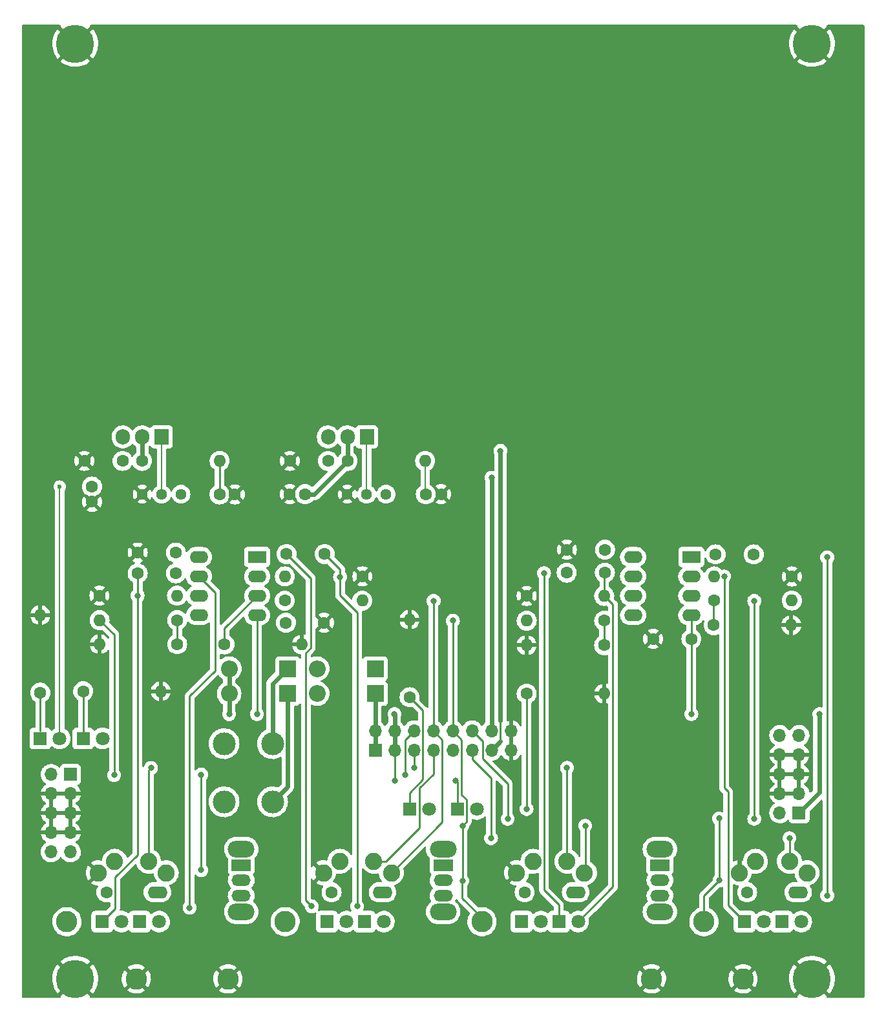
<source format=gbr>
G04 #@! TF.GenerationSoftware,KiCad,Pcbnew,(6.0.1)*
G04 #@! TF.CreationDate,2022-11-13T20:23:11-08:00*
G04 #@! TF.ProjectId,PBJ_EU,50424a5f-4555-42e6-9b69-6361645f7063,6.0*
G04 #@! TF.SameCoordinates,Original*
G04 #@! TF.FileFunction,Copper,L2,Bot*
G04 #@! TF.FilePolarity,Positive*
%FSLAX46Y46*%
G04 Gerber Fmt 4.6, Leading zero omitted, Abs format (unit mm)*
G04 Created by KiCad (PCBNEW (6.0.1)) date 2022-11-13 20:23:11*
%MOMM*%
%LPD*%
G01*
G04 APERTURE LIST*
G04 #@! TA.AperFunction,ComponentPad*
%ADD10C,1.440000*%
G04 #@! TD*
G04 #@! TA.AperFunction,ComponentPad*
%ADD11R,1.800000X1.800000*%
G04 #@! TD*
G04 #@! TA.AperFunction,ComponentPad*
%ADD12C,1.800000*%
G04 #@! TD*
G04 #@! TA.AperFunction,ComponentPad*
%ADD13C,5.000000*%
G04 #@! TD*
G04 #@! TA.AperFunction,ComponentPad*
%ADD14C,2.800000*%
G04 #@! TD*
G04 #@! TA.AperFunction,ComponentPad*
%ADD15C,2.250000*%
G04 #@! TD*
G04 #@! TA.AperFunction,ComponentPad*
%ADD16O,2.600000X1.600000*%
G04 #@! TD*
G04 #@! TA.AperFunction,ComponentPad*
%ADD17C,1.600000*%
G04 #@! TD*
G04 #@! TA.AperFunction,ComponentPad*
%ADD18O,3.500000X2.200000*%
G04 #@! TD*
G04 #@! TA.AperFunction,ComponentPad*
%ADD19R,2.500000X1.500000*%
G04 #@! TD*
G04 #@! TA.AperFunction,ComponentPad*
%ADD20O,2.500000X1.500000*%
G04 #@! TD*
G04 #@! TA.AperFunction,ComponentPad*
%ADD21R,1.700000X1.700000*%
G04 #@! TD*
G04 #@! TA.AperFunction,ComponentPad*
%ADD22O,1.700000X1.700000*%
G04 #@! TD*
G04 #@! TA.AperFunction,ComponentPad*
%ADD23C,3.000000*%
G04 #@! TD*
G04 #@! TA.AperFunction,ComponentPad*
%ADD24R,2.400000X1.600000*%
G04 #@! TD*
G04 #@! TA.AperFunction,ComponentPad*
%ADD25O,2.400000X1.600000*%
G04 #@! TD*
G04 #@! TA.AperFunction,ComponentPad*
%ADD26O,1.600000X1.600000*%
G04 #@! TD*
G04 #@! TA.AperFunction,ComponentPad*
%ADD27R,1.905000X2.000000*%
G04 #@! TD*
G04 #@! TA.AperFunction,ComponentPad*
%ADD28O,1.905000X2.000000*%
G04 #@! TD*
G04 #@! TA.AperFunction,ComponentPad*
%ADD29R,2.200000X2.200000*%
G04 #@! TD*
G04 #@! TA.AperFunction,ComponentPad*
%ADD30O,2.200000X2.200000*%
G04 #@! TD*
G04 #@! TA.AperFunction,ViaPad*
%ADD31C,0.800000*%
G04 #@! TD*
G04 #@! TA.AperFunction,ViaPad*
%ADD32C,0.600000*%
G04 #@! TD*
G04 #@! TA.AperFunction,Conductor*
%ADD33C,0.250000*%
G04 #@! TD*
G04 #@! TA.AperFunction,Conductor*
%ADD34C,0.200000*%
G04 #@! TD*
G04 #@! TA.AperFunction,Conductor*
%ADD35C,0.600000*%
G04 #@! TD*
G04 APERTURE END LIST*
D10*
X83140000Y-92010000D03*
X85680000Y-92010000D03*
X88220000Y-92010000D03*
D11*
X135150000Y-148000000D03*
D12*
X137690000Y-148000000D03*
D13*
X47500000Y-155500000D03*
X144020000Y-155500000D03*
X144020000Y-33000000D03*
X47500000Y-33000000D03*
D14*
X75000000Y-148000000D03*
X129870000Y-148000000D03*
X55500000Y-155500000D03*
X67500000Y-155500000D03*
X46400000Y-148000000D03*
D15*
X80020000Y-141600000D03*
X88920000Y-141600000D03*
X82170000Y-140100000D03*
X86620000Y-140100000D03*
D16*
X87760000Y-144150000D03*
D17*
X81080000Y-144150000D03*
D15*
X50520000Y-141600000D03*
X59420000Y-141600000D03*
X52670000Y-140100000D03*
X57120000Y-140100000D03*
D16*
X58260000Y-144150000D03*
D17*
X51580000Y-144150000D03*
D11*
X55950000Y-148000000D03*
D12*
X58490000Y-148000000D03*
D11*
X140075000Y-148000000D03*
D12*
X142615000Y-148000000D03*
D11*
X110850000Y-148000000D03*
D12*
X113390000Y-148000000D03*
D18*
X69250000Y-138500000D03*
X69250000Y-146700000D03*
D19*
X69250000Y-140600000D03*
D20*
X69250000Y-142600000D03*
X69250000Y-144600000D03*
D14*
X100790000Y-148000000D03*
D15*
X105320000Y-141600000D03*
X114220000Y-141600000D03*
X107470000Y-140100000D03*
X111920000Y-140100000D03*
D16*
X113060000Y-144150000D03*
D17*
X106380000Y-144150000D03*
D15*
X134470000Y-141600000D03*
X143370000Y-141600000D03*
X136620000Y-140100000D03*
X141070000Y-140100000D03*
D16*
X142210000Y-144150000D03*
D17*
X135530000Y-144150000D03*
D11*
X85400000Y-148000000D03*
D12*
X87940000Y-148000000D03*
D11*
X105950000Y-148000000D03*
D12*
X108490000Y-148000000D03*
D18*
X124100000Y-138500000D03*
X124100000Y-146700000D03*
D19*
X124100000Y-140600000D03*
D20*
X124100000Y-142600000D03*
X124100000Y-144600000D03*
D21*
X142330000Y-133750000D03*
D22*
X139790000Y-133750000D03*
X142330000Y-131210000D03*
X139790000Y-131210000D03*
X142330000Y-128670000D03*
X139790000Y-128670000D03*
X142330000Y-126130000D03*
X139790000Y-126130000D03*
X142330000Y-123590000D03*
X139790000Y-123590000D03*
D11*
X91285000Y-133250000D03*
D12*
X93825000Y-133250000D03*
D11*
X48525000Y-124000000D03*
D12*
X51065000Y-124000000D03*
D11*
X97570000Y-133250000D03*
D12*
X100110000Y-133250000D03*
D11*
X51025000Y-148000000D03*
D12*
X53565000Y-148000000D03*
D23*
X73350000Y-124690000D03*
X67000000Y-124690000D03*
X73350000Y-132310000D03*
X67000000Y-132310000D03*
D11*
X80475000Y-148000000D03*
D12*
X83015000Y-148000000D03*
D21*
X86800000Y-125540000D03*
D22*
X86800000Y-123000000D03*
X89340000Y-125540000D03*
X89340000Y-123000000D03*
X91880000Y-125540000D03*
X91880000Y-123000000D03*
X94420000Y-125540000D03*
X94420000Y-123000000D03*
X96960000Y-125540000D03*
X96960000Y-123000000D03*
X99500000Y-125540000D03*
X99500000Y-123000000D03*
X102040000Y-125540000D03*
X102040000Y-123000000D03*
X104580000Y-125540000D03*
X104580000Y-123000000D03*
D18*
X95700000Y-138500000D03*
X95700000Y-146700000D03*
D19*
X95700000Y-140600000D03*
D20*
X95700000Y-142600000D03*
X95700000Y-144600000D03*
D14*
X134990000Y-155500000D03*
D11*
X42920000Y-124000000D03*
D12*
X45460000Y-124000000D03*
D14*
X123000000Y-155500000D03*
D17*
X66410000Y-92030000D03*
X68410000Y-92030000D03*
D24*
X71325000Y-100225000D03*
D25*
X71325000Y-102765000D03*
X71325000Y-105305000D03*
X71325000Y-107845000D03*
X63705000Y-107845000D03*
X63705000Y-105305000D03*
X63705000Y-102765000D03*
X63705000Y-100225000D03*
D17*
X60680000Y-99650000D03*
X55680000Y-99650000D03*
X49690000Y-91000000D03*
X49690000Y-93000000D03*
X80100000Y-108850000D03*
X75100000Y-108850000D03*
X53705000Y-87640000D03*
X48705000Y-87640000D03*
D24*
X128210000Y-100225000D03*
D25*
X128210000Y-102765000D03*
X128210000Y-105305000D03*
X128210000Y-107845000D03*
X120590000Y-107845000D03*
X120590000Y-105305000D03*
X120590000Y-102765000D03*
X120590000Y-100225000D03*
D17*
X93430000Y-92000000D03*
X95430000Y-92000000D03*
X106645000Y-105325000D03*
D26*
X116805000Y-105325000D03*
D17*
X50670000Y-105300000D03*
D26*
X60830000Y-105300000D03*
D17*
X85125000Y-102775000D03*
D26*
X74965000Y-102775000D03*
D17*
X141380000Y-102780000D03*
D26*
X131220000Y-102780000D03*
D17*
X80620000Y-87640000D03*
X75620000Y-87640000D03*
X42920000Y-118000000D03*
D26*
X42920000Y-107840000D03*
D17*
X80180000Y-99850000D03*
X75180000Y-99850000D03*
X56260000Y-87630000D03*
D26*
X66420000Y-87630000D03*
D17*
X67050000Y-111680000D03*
D26*
X77210000Y-111680000D03*
D17*
X77610000Y-92000000D03*
X75610000Y-92000000D03*
X60850000Y-108500000D03*
D26*
X50690000Y-108500000D03*
D17*
X116890000Y-102280000D03*
X111890000Y-102280000D03*
X116790000Y-111780000D03*
D26*
X106630000Y-111780000D03*
D27*
X58820000Y-84485000D03*
D28*
X56280000Y-84485000D03*
X53740000Y-84485000D03*
D29*
X75310000Y-114850000D03*
D30*
X67690000Y-114850000D03*
D27*
X85700000Y-84485000D03*
D28*
X83160000Y-84485000D03*
X80620000Y-84485000D03*
D29*
X75285000Y-118125000D03*
D30*
X67665000Y-118125000D03*
D17*
X83180000Y-87640000D03*
D26*
X93340000Y-87640000D03*
D17*
X74945000Y-105950000D03*
D26*
X85105000Y-105950000D03*
D17*
X106640000Y-118130000D03*
D26*
X116800000Y-118130000D03*
D21*
X46880000Y-128710000D03*
D22*
X44340000Y-128710000D03*
X46880000Y-131250000D03*
X44340000Y-131250000D03*
X46880000Y-133790000D03*
X44340000Y-133790000D03*
X46880000Y-136330000D03*
X44340000Y-136330000D03*
X46880000Y-138870000D03*
X44340000Y-138870000D03*
D17*
X60860000Y-111660000D03*
D26*
X50700000Y-111660000D03*
D17*
X131220000Y-105925000D03*
D26*
X141380000Y-105925000D03*
D17*
X116805000Y-108575000D03*
D26*
X106645000Y-108575000D03*
D17*
X48540000Y-117810000D03*
D26*
X58700000Y-117810000D03*
D17*
X136390000Y-99890000D03*
X131390000Y-99890000D03*
X91310000Y-118600000D03*
D26*
X91310000Y-108440000D03*
D17*
X116910000Y-99270000D03*
X111910000Y-99270000D03*
X123220000Y-110960000D03*
X128220000Y-110960000D03*
D29*
X86820000Y-118125000D03*
D30*
X79200000Y-118125000D03*
D29*
X86820000Y-114850000D03*
D30*
X79200000Y-114850000D03*
D10*
X56280000Y-92010000D03*
X58820000Y-92010000D03*
X61360000Y-92010000D03*
D17*
X55680000Y-102370000D03*
X60680000Y-102370000D03*
X131150000Y-109160000D03*
D26*
X141310000Y-109160000D03*
D31*
X103200000Y-86320000D03*
X90704999Y-128734999D03*
X64000000Y-128734999D03*
X64000000Y-141250000D03*
X52590000Y-128790000D03*
D32*
X134470000Y-139610000D03*
D31*
X94450000Y-105975000D03*
X98225000Y-142655000D03*
X96975000Y-108575000D03*
X98225000Y-135450000D03*
X114310000Y-135450000D03*
X131865001Y-134484999D03*
X136455489Y-105974511D03*
X136455489Y-134530489D03*
X131900000Y-142600000D03*
X104160000Y-134530000D03*
X102040000Y-89860000D03*
D32*
X45460000Y-91010000D03*
D31*
X71300000Y-120800000D03*
X89340000Y-129510000D03*
X128215000Y-120810000D03*
X97350000Y-129510000D03*
X89320000Y-120810000D03*
X145000000Y-120810000D03*
X67665000Y-120815000D03*
X55670489Y-105304511D03*
X62475000Y-146175000D03*
X57425001Y-127874999D03*
X91880000Y-127874999D03*
X111920000Y-127850000D03*
X101970000Y-137074990D03*
X141074990Y-137074990D03*
X108920000Y-102340000D03*
X78475000Y-146000000D03*
X84425000Y-146000000D03*
X82200000Y-102850000D03*
X146020000Y-100270000D03*
X146020000Y-144570000D03*
X132520000Y-102780000D03*
X106640000Y-133250000D03*
D33*
X66410000Y-92030000D02*
X66410000Y-87640000D01*
X66410000Y-87640000D02*
X66420000Y-87630000D01*
D34*
X93340000Y-91910000D02*
X93430000Y-92000000D01*
X93340000Y-87640000D02*
X93340000Y-91910000D01*
D33*
X103214511Y-121684511D02*
X103200000Y-121670000D01*
X103214511Y-124365489D02*
X103214511Y-121684511D01*
D35*
X83180000Y-87640000D02*
X83180000Y-84505000D01*
X78820000Y-92000000D02*
X77610000Y-92000000D01*
X103200000Y-86340489D02*
X103200000Y-121670000D01*
X83180000Y-87640000D02*
X78820000Y-92000000D01*
X102040000Y-125540000D02*
X103214511Y-124365489D01*
D33*
X50690000Y-108500000D02*
X52590000Y-110400000D01*
X91880000Y-123000000D02*
X90704999Y-124175001D01*
X52590000Y-110400000D02*
X52590000Y-128690000D01*
X90704999Y-124175001D02*
X90704999Y-128734999D01*
X64000000Y-141250000D02*
X64000000Y-128734999D01*
D35*
X134470000Y-141600000D02*
X134470000Y-139610000D01*
D33*
X95594511Y-134925489D02*
X88920000Y-141600000D01*
X94420000Y-123000000D02*
X94420000Y-106005000D01*
X95594511Y-124174511D02*
X95594511Y-134925489D01*
X94420000Y-106005000D02*
X94450000Y-105975000D01*
X94420000Y-123000000D02*
X95594511Y-124174511D01*
X96960000Y-123000000D02*
X98134511Y-124174511D01*
X98134511Y-124174511D02*
X98134511Y-131365489D01*
X98225000Y-135450000D02*
X98225000Y-142655000D01*
X98794511Y-132025489D02*
X98794511Y-134880489D01*
X98794511Y-134880489D02*
X98225000Y-135450000D01*
X100790000Y-147500000D02*
X98200000Y-144910000D01*
X96960000Y-123000000D02*
X96960000Y-108590000D01*
X98134511Y-131365489D02*
X98794511Y-132025489D01*
X98200000Y-142680000D02*
X98225000Y-142655000D01*
X98200000Y-144910000D02*
X98200000Y-142680000D01*
X114310000Y-135450000D02*
X114310000Y-141510000D01*
X96960000Y-108590000D02*
X96975000Y-108575000D01*
X114310000Y-141510000D02*
X114220000Y-141600000D01*
X100865489Y-126675489D02*
X104150000Y-129960000D01*
X104160000Y-134530000D02*
X104150000Y-134520000D01*
X131900000Y-142600000D02*
X131900000Y-134519998D01*
X99500000Y-123000000D02*
X100865489Y-124365489D01*
X129870000Y-144630000D02*
X129870000Y-147500000D01*
X104150000Y-134520000D02*
X104150000Y-129960000D01*
X136455489Y-134530489D02*
X136455489Y-105974511D01*
X131900000Y-142600000D02*
X129870000Y-144630000D01*
X100865489Y-124365489D02*
X100865489Y-126675489D01*
D35*
X56280000Y-87610000D02*
X56260000Y-87630000D01*
X56280000Y-84485000D02*
X56280000Y-87610000D01*
X102040000Y-123000000D02*
X102040000Y-89870000D01*
D34*
X45460000Y-124000000D02*
X45460000Y-91000000D01*
D35*
X89340000Y-123000000D02*
X89340000Y-120830000D01*
D33*
X128210000Y-107845000D02*
X128210000Y-120785000D01*
D35*
X67690000Y-114850000D02*
X67690000Y-118000000D01*
D33*
X97570000Y-129730000D02*
X97350000Y-129510000D01*
X89340000Y-120830000D02*
X89320000Y-120810000D01*
X89340000Y-125540000D02*
X89340000Y-129510000D01*
D35*
X145000000Y-131080000D02*
X142330000Y-133750000D01*
D33*
X67690000Y-118000000D02*
X67665000Y-118025000D01*
D35*
X67665000Y-118025000D02*
X67665000Y-120815000D01*
D33*
X97570000Y-133250000D02*
X97570000Y-129730000D01*
X71325000Y-120775000D02*
X71325000Y-107845000D01*
D35*
X145000000Y-120810000D02*
X145000000Y-131080000D01*
X89340000Y-123000000D02*
X89340000Y-125540000D01*
D33*
X71300000Y-120800000D02*
X71325000Y-120775000D01*
D35*
X86800000Y-125540000D02*
X86800000Y-123000000D01*
X86800000Y-123000000D02*
X86800000Y-118145000D01*
X86800000Y-118145000D02*
X86820000Y-118125000D01*
D33*
X55670489Y-139229511D02*
X55670489Y-105304511D01*
X55680000Y-105295000D02*
X55670489Y-105304511D01*
X51025000Y-148000000D02*
X52724521Y-146300479D01*
X52724521Y-146300479D02*
X52724521Y-142175479D01*
X55680000Y-102370000D02*
X55680000Y-105295000D01*
X52724521Y-142175479D02*
X55670489Y-139229511D01*
X65825000Y-115130386D02*
X65825000Y-104885000D01*
X62475001Y-143964999D02*
X62475001Y-118480385D01*
X62475001Y-118480385D02*
X65825000Y-115130386D01*
X62475001Y-143964999D02*
X62475000Y-146175000D01*
X65825000Y-104885000D02*
X63705000Y-102765000D01*
X57120000Y-140100000D02*
X57120000Y-128180000D01*
X91880000Y-127874999D02*
X91880000Y-125540000D01*
X92570000Y-130505386D02*
X92570000Y-135740990D01*
X94420000Y-125540000D02*
X94420000Y-128655386D01*
X94420000Y-128655386D02*
X92570000Y-130505386D01*
X88210990Y-140100000D02*
X86620000Y-140100000D01*
X92570000Y-135740990D02*
X88210990Y-140100000D01*
X111920000Y-140100000D02*
X111920000Y-127850000D01*
X101970000Y-129212081D02*
X99500000Y-126742081D01*
X99500000Y-126742081D02*
X99500000Y-125540000D01*
X101970000Y-137074990D02*
X101970000Y-129212081D01*
X141070000Y-140100000D02*
X141070000Y-137079980D01*
X42920000Y-119131370D02*
X42920000Y-123000000D01*
X42920000Y-118000000D02*
X42920000Y-119131370D01*
X60850000Y-108500000D02*
X60850000Y-111650000D01*
X108920000Y-102340000D02*
X108920001Y-143879999D01*
X108920001Y-143879999D02*
X110850000Y-145809998D01*
X110850000Y-145809998D02*
X110850000Y-148000000D01*
X116790000Y-108590000D02*
X116805000Y-108575000D01*
X116790000Y-111780000D02*
X116790000Y-108590000D01*
X117929511Y-143460489D02*
X117929511Y-106449511D01*
X113390000Y-148000000D02*
X117929511Y-143460489D01*
X116805000Y-105325000D02*
X116805000Y-102365000D01*
X116805000Y-102365000D02*
X116890000Y-102280000D01*
X117929511Y-106449511D02*
X116805000Y-105325000D01*
X75180000Y-99850000D02*
X78334511Y-103004511D01*
X77710000Y-145235000D02*
X78475000Y-146000000D01*
X78334511Y-103004511D02*
X78334511Y-112145789D01*
X78334511Y-112145789D02*
X77710000Y-112770300D01*
X77710000Y-112770300D02*
X77710000Y-145235000D01*
X82200000Y-101870000D02*
X80180000Y-99850000D01*
X84425000Y-107500000D02*
X84425000Y-146000000D01*
X84425000Y-107500000D02*
X82200000Y-105275000D01*
X82200000Y-102850000D02*
X82200000Y-101870000D01*
X82200000Y-105275000D02*
X82200000Y-102850000D01*
X146020000Y-144570000D02*
X146020000Y-100270000D01*
X132520000Y-130494614D02*
X132520000Y-102780000D01*
X135150000Y-148000000D02*
X133020489Y-145870489D01*
X133020489Y-145870489D02*
X133020489Y-130995103D01*
X133020489Y-130995103D02*
X132520000Y-130494614D01*
X67050000Y-109580000D02*
X71325000Y-105305000D01*
X67050000Y-111580000D02*
X67050000Y-109580000D01*
X131150000Y-109160000D02*
X131150000Y-105995000D01*
X131150000Y-105995000D02*
X131220000Y-105925000D01*
D35*
X73350000Y-132310000D02*
X75349511Y-130310489D01*
X75349511Y-130310489D02*
X75349511Y-118189511D01*
X75349511Y-118189511D02*
X75285000Y-118125000D01*
X73350000Y-124690000D02*
X73350000Y-116810000D01*
X73350000Y-116810000D02*
X75310000Y-114850000D01*
D33*
X48525000Y-117825000D02*
X48540000Y-117810000D01*
X48525000Y-124000000D02*
X48525000Y-117825000D01*
X93054511Y-120344511D02*
X93054511Y-129385157D01*
X93054511Y-129385157D02*
X91285000Y-131154668D01*
X91310000Y-118600000D02*
X93054511Y-120344511D01*
X91285000Y-131154668D02*
X91285000Y-133250000D01*
X106640000Y-118130000D02*
X106640000Y-133250000D01*
D34*
X58820000Y-92010000D02*
X58820000Y-84485000D01*
X85680000Y-84505000D02*
X85700000Y-84485000D01*
X85680000Y-92010000D02*
X85680000Y-84505000D01*
G04 #@! TA.AperFunction,Conductor*
G36*
X45526390Y-30528002D02*
G01*
X45572883Y-30581658D01*
X45582987Y-30651932D01*
X45564642Y-30698362D01*
X45564576Y-30700069D01*
X45571527Y-30712316D01*
X47487190Y-32627980D01*
X47501131Y-32635592D01*
X47502966Y-32635461D01*
X47509580Y-32631210D01*
X49427074Y-30713716D01*
X49434688Y-30699772D01*
X49434194Y-30692853D01*
X49416038Y-30638944D01*
X49433352Y-30570091D01*
X49485141Y-30521529D01*
X49541941Y-30508000D01*
X141978269Y-30508000D01*
X142046390Y-30528002D01*
X142092883Y-30581658D01*
X142102987Y-30651932D01*
X142084642Y-30698362D01*
X142084576Y-30700069D01*
X142091527Y-30712316D01*
X144007190Y-32627980D01*
X144021131Y-32635592D01*
X144022966Y-32635461D01*
X144029580Y-32631210D01*
X145947074Y-30713716D01*
X145954688Y-30699772D01*
X145954194Y-30692853D01*
X145936038Y-30638944D01*
X145953352Y-30570091D01*
X146005141Y-30521529D01*
X146061941Y-30508000D01*
X150766000Y-30508000D01*
X150834121Y-30528002D01*
X150880614Y-30581658D01*
X150892000Y-30634000D01*
X150892000Y-157866000D01*
X150871998Y-157934121D01*
X150818342Y-157980614D01*
X150766000Y-157992000D01*
X146066799Y-157992000D01*
X145998678Y-157971998D01*
X145952185Y-157918342D01*
X145942081Y-157848068D01*
X145957646Y-157810415D01*
X145958123Y-157803616D01*
X145950537Y-157789748D01*
X144032810Y-155872020D01*
X144018869Y-155864408D01*
X144017034Y-155864539D01*
X144010420Y-155868790D01*
X142091474Y-157787737D01*
X142083860Y-157801681D01*
X142084551Y-157811344D01*
X142101060Y-157863030D01*
X142082669Y-157931603D01*
X142030124Y-157979348D01*
X141975095Y-157992000D01*
X49546799Y-157992000D01*
X49478678Y-157971998D01*
X49432185Y-157918342D01*
X49422081Y-157848068D01*
X49437646Y-157810415D01*
X49438123Y-157803616D01*
X49430537Y-157789748D01*
X47512810Y-155872020D01*
X47498869Y-155864408D01*
X47497034Y-155864539D01*
X47490420Y-155868790D01*
X45571474Y-157787737D01*
X45563860Y-157801681D01*
X45564551Y-157811344D01*
X45581060Y-157863030D01*
X45562669Y-157931603D01*
X45510124Y-157979348D01*
X45455095Y-157992000D01*
X40634000Y-157992000D01*
X40565879Y-157971998D01*
X40519386Y-157918342D01*
X40508000Y-157866000D01*
X40508000Y-155408987D01*
X44488484Y-155408987D01*
X44497374Y-155748505D01*
X44497980Y-155755721D01*
X44545835Y-156091963D01*
X44547269Y-156099074D01*
X44633455Y-156427595D01*
X44635692Y-156434478D01*
X44759064Y-156750914D01*
X44762081Y-156757503D01*
X44921002Y-157057652D01*
X44924761Y-157063860D01*
X45117129Y-157343757D01*
X45121574Y-157349486D01*
X45188743Y-157426484D01*
X45201917Y-157434888D01*
X45211769Y-157429020D01*
X47127980Y-155512810D01*
X47134357Y-155501131D01*
X47864408Y-155501131D01*
X47864539Y-155502966D01*
X47868790Y-155509580D01*
X49786268Y-157427057D01*
X49799622Y-157434349D01*
X49809594Y-157427295D01*
X49916641Y-157299267D01*
X49920957Y-157293456D01*
X50102025Y-157017806D01*
X54347361Y-157017806D01*
X54354751Y-157028108D01*
X54396630Y-157062203D01*
X54403909Y-157067318D01*
X54627756Y-157202085D01*
X54635670Y-157206118D01*
X54876286Y-157308006D01*
X54884691Y-157310883D01*
X55137257Y-157377850D01*
X55145989Y-157379516D01*
X55405474Y-157410227D01*
X55414340Y-157410645D01*
X55675561Y-157404490D01*
X55684414Y-157403653D01*
X55942162Y-157360752D01*
X55950796Y-157358679D01*
X56199930Y-157279888D01*
X56208192Y-157276617D01*
X56443731Y-157163513D01*
X56451455Y-157159107D01*
X56645268Y-157029606D01*
X56653556Y-157019688D01*
X56652593Y-157017806D01*
X66347361Y-157017806D01*
X66354751Y-157028108D01*
X66396630Y-157062203D01*
X66403909Y-157067318D01*
X66627756Y-157202085D01*
X66635670Y-157206118D01*
X66876286Y-157308006D01*
X66884691Y-157310883D01*
X67137257Y-157377850D01*
X67145989Y-157379516D01*
X67405474Y-157410227D01*
X67414340Y-157410645D01*
X67675561Y-157404490D01*
X67684414Y-157403653D01*
X67942162Y-157360752D01*
X67950796Y-157358679D01*
X68199930Y-157279888D01*
X68208192Y-157276617D01*
X68443731Y-157163513D01*
X68451455Y-157159107D01*
X68645268Y-157029606D01*
X68653556Y-157019688D01*
X68652593Y-157017806D01*
X121847361Y-157017806D01*
X121854751Y-157028108D01*
X121896630Y-157062203D01*
X121903909Y-157067318D01*
X122127756Y-157202085D01*
X122135670Y-157206118D01*
X122376286Y-157308006D01*
X122384691Y-157310883D01*
X122637257Y-157377850D01*
X122645989Y-157379516D01*
X122905474Y-157410227D01*
X122914340Y-157410645D01*
X123175561Y-157404490D01*
X123184414Y-157403653D01*
X123442162Y-157360752D01*
X123450796Y-157358679D01*
X123699930Y-157279888D01*
X123708192Y-157276617D01*
X123943731Y-157163513D01*
X123951455Y-157159107D01*
X124145268Y-157029606D01*
X124153556Y-157019688D01*
X124152593Y-157017806D01*
X133837361Y-157017806D01*
X133844751Y-157028108D01*
X133886630Y-157062203D01*
X133893909Y-157067318D01*
X134117756Y-157202085D01*
X134125670Y-157206118D01*
X134366286Y-157308006D01*
X134374691Y-157310883D01*
X134627257Y-157377850D01*
X134635989Y-157379516D01*
X134895474Y-157410227D01*
X134904340Y-157410645D01*
X135165561Y-157404490D01*
X135174414Y-157403653D01*
X135432162Y-157360752D01*
X135440796Y-157358679D01*
X135689930Y-157279888D01*
X135698192Y-157276617D01*
X135933731Y-157163513D01*
X135941455Y-157159107D01*
X136135268Y-157029606D01*
X136143556Y-157019688D01*
X136136299Y-157005509D01*
X135002812Y-155872022D01*
X134988868Y-155864408D01*
X134987035Y-155864539D01*
X134980420Y-155868790D01*
X133844527Y-157004683D01*
X133837361Y-157017806D01*
X124152593Y-157017806D01*
X124146299Y-157005509D01*
X123012812Y-155872022D01*
X122998868Y-155864408D01*
X122997035Y-155864539D01*
X122990420Y-155868790D01*
X121854527Y-157004683D01*
X121847361Y-157017806D01*
X68652593Y-157017806D01*
X68646299Y-157005509D01*
X67512812Y-155872022D01*
X67498868Y-155864408D01*
X67497035Y-155864539D01*
X67490420Y-155868790D01*
X66354527Y-157004683D01*
X66347361Y-157017806D01*
X56652593Y-157017806D01*
X56646299Y-157005509D01*
X55512812Y-155872022D01*
X55498868Y-155864408D01*
X55497035Y-155864539D01*
X55490420Y-155868790D01*
X54354527Y-157004683D01*
X54347361Y-157017806D01*
X50102025Y-157017806D01*
X50107432Y-157009575D01*
X50111046Y-157003313D01*
X50263658Y-156699882D01*
X50266530Y-156693244D01*
X50383249Y-156374293D01*
X50385345Y-156367351D01*
X50464631Y-156037103D01*
X50465915Y-156029964D01*
X50506816Y-155691973D01*
X50507240Y-155686403D01*
X50513010Y-155502797D01*
X50512937Y-155497204D01*
X50509890Y-155444367D01*
X53588245Y-155444367D01*
X53598503Y-155705459D01*
X53599478Y-155714288D01*
X53646422Y-155971332D01*
X53648631Y-155979934D01*
X53731324Y-156227796D01*
X53734728Y-156236014D01*
X53851519Y-156469750D01*
X53856043Y-156477398D01*
X53971352Y-156644235D01*
X53981673Y-156652589D01*
X53995323Y-156645467D01*
X55127978Y-155512812D01*
X55134356Y-155501132D01*
X55864408Y-155501132D01*
X55864539Y-155502965D01*
X55868790Y-155509580D01*
X57005517Y-156646307D01*
X57018917Y-156653624D01*
X57028821Y-156646637D01*
X57044686Y-156627763D01*
X57049905Y-156620580D01*
X57188171Y-156398876D01*
X57192333Y-156391017D01*
X57297988Y-156152030D01*
X57300994Y-156143680D01*
X57371921Y-155892192D01*
X57373722Y-155883499D01*
X57408672Y-155623292D01*
X57409200Y-155616899D01*
X57412773Y-155503222D01*
X57412646Y-155496779D01*
X57408935Y-155444367D01*
X65588245Y-155444367D01*
X65598503Y-155705459D01*
X65599478Y-155714288D01*
X65646422Y-155971332D01*
X65648631Y-155979934D01*
X65731324Y-156227796D01*
X65734728Y-156236014D01*
X65851519Y-156469750D01*
X65856043Y-156477398D01*
X65971352Y-156644235D01*
X65981673Y-156652589D01*
X65995323Y-156645467D01*
X67127978Y-155512812D01*
X67134356Y-155501132D01*
X67864408Y-155501132D01*
X67864539Y-155502965D01*
X67868790Y-155509580D01*
X69005517Y-156646307D01*
X69018917Y-156653624D01*
X69028821Y-156646637D01*
X69044686Y-156627763D01*
X69049905Y-156620580D01*
X69188171Y-156398876D01*
X69192333Y-156391017D01*
X69297988Y-156152030D01*
X69300994Y-156143680D01*
X69371921Y-155892192D01*
X69373722Y-155883499D01*
X69408672Y-155623292D01*
X69409200Y-155616899D01*
X69412773Y-155503222D01*
X69412646Y-155496779D01*
X69408935Y-155444367D01*
X121088245Y-155444367D01*
X121098503Y-155705459D01*
X121099478Y-155714288D01*
X121146422Y-155971332D01*
X121148631Y-155979934D01*
X121231324Y-156227796D01*
X121234728Y-156236014D01*
X121351519Y-156469750D01*
X121356043Y-156477398D01*
X121471352Y-156644235D01*
X121481673Y-156652589D01*
X121495323Y-156645467D01*
X122627978Y-155512812D01*
X122634356Y-155501132D01*
X123364408Y-155501132D01*
X123364539Y-155502965D01*
X123368790Y-155509580D01*
X124505517Y-156646307D01*
X124518917Y-156653624D01*
X124528821Y-156646637D01*
X124544686Y-156627763D01*
X124549905Y-156620580D01*
X124688171Y-156398876D01*
X124692333Y-156391017D01*
X124797988Y-156152030D01*
X124800994Y-156143680D01*
X124871921Y-155892192D01*
X124873722Y-155883499D01*
X124908672Y-155623292D01*
X124909200Y-155616899D01*
X124912773Y-155503222D01*
X124912646Y-155496779D01*
X124908935Y-155444367D01*
X133078245Y-155444367D01*
X133088503Y-155705459D01*
X133089478Y-155714288D01*
X133136422Y-155971332D01*
X133138631Y-155979934D01*
X133221324Y-156227796D01*
X133224728Y-156236014D01*
X133341519Y-156469750D01*
X133346043Y-156477398D01*
X133461352Y-156644235D01*
X133471673Y-156652589D01*
X133485323Y-156645467D01*
X134617978Y-155512812D01*
X134624356Y-155501132D01*
X135354408Y-155501132D01*
X135354539Y-155502965D01*
X135358790Y-155509580D01*
X136495517Y-156646307D01*
X136508917Y-156653624D01*
X136518821Y-156646637D01*
X136534686Y-156627763D01*
X136539905Y-156620580D01*
X136678171Y-156398876D01*
X136682333Y-156391017D01*
X136787988Y-156152030D01*
X136790994Y-156143680D01*
X136861921Y-155892192D01*
X136863722Y-155883499D01*
X136898672Y-155623292D01*
X136899200Y-155616899D01*
X136902773Y-155503222D01*
X136902646Y-155496779D01*
X136896430Y-155408987D01*
X141008484Y-155408987D01*
X141017374Y-155748505D01*
X141017980Y-155755721D01*
X141065835Y-156091963D01*
X141067269Y-156099074D01*
X141153455Y-156427595D01*
X141155692Y-156434478D01*
X141279064Y-156750914D01*
X141282081Y-156757503D01*
X141441002Y-157057652D01*
X141444761Y-157063860D01*
X141637129Y-157343757D01*
X141641574Y-157349486D01*
X141708743Y-157426484D01*
X141721917Y-157434888D01*
X141731769Y-157429020D01*
X143647980Y-155512810D01*
X143654357Y-155501131D01*
X144384408Y-155501131D01*
X144384539Y-155502966D01*
X144388790Y-155509580D01*
X146306268Y-157427057D01*
X146319622Y-157434349D01*
X146329594Y-157427295D01*
X146436641Y-157299267D01*
X146440957Y-157293456D01*
X146627432Y-157009575D01*
X146631046Y-157003313D01*
X146783658Y-156699882D01*
X146786530Y-156693244D01*
X146903249Y-156374293D01*
X146905345Y-156367351D01*
X146984631Y-156037103D01*
X146985915Y-156029964D01*
X147026816Y-155691973D01*
X147027240Y-155686403D01*
X147033010Y-155502797D01*
X147032937Y-155497204D01*
X147013338Y-155157303D01*
X147012506Y-155150113D01*
X146954113Y-154815529D01*
X146952458Y-154808474D01*
X146855998Y-154482834D01*
X146853540Y-154476006D01*
X146720290Y-154163608D01*
X146717073Y-154157125D01*
X146548788Y-153862089D01*
X146544856Y-153856034D01*
X146343774Y-153582295D01*
X146339166Y-153576726D01*
X146333830Y-153570984D01*
X146320178Y-153562866D01*
X146319570Y-153562887D01*
X146311092Y-153568119D01*
X144392020Y-155487190D01*
X144384408Y-155501131D01*
X143654357Y-155501131D01*
X143655592Y-155498869D01*
X143655461Y-155497034D01*
X143651210Y-155490420D01*
X141732374Y-153571585D01*
X141719581Y-153564599D01*
X141708827Y-153572464D01*
X141548037Y-153777527D01*
X141543902Y-153783476D01*
X141366440Y-154073068D01*
X141363019Y-154079447D01*
X141220016Y-154387522D01*
X141217356Y-154394241D01*
X141110711Y-154716707D01*
X141108834Y-154723711D01*
X141039961Y-155056288D01*
X141038904Y-155063449D01*
X141008712Y-155401735D01*
X141008484Y-155408987D01*
X136896430Y-155408987D01*
X136884106Y-155234923D01*
X136882853Y-155226119D01*
X136827858Y-154970677D01*
X136825379Y-154962144D01*
X136734941Y-154717002D01*
X136731286Y-154708907D01*
X136607206Y-154478947D01*
X136602447Y-154471449D01*
X136517759Y-154356790D01*
X136506631Y-154348348D01*
X136494038Y-154355172D01*
X135362022Y-155487188D01*
X135354408Y-155501132D01*
X134624356Y-155501132D01*
X134625592Y-155498868D01*
X134625461Y-155497035D01*
X134621210Y-155490420D01*
X133485819Y-154355029D01*
X133472978Y-154348017D01*
X133462289Y-154355813D01*
X133410663Y-154421299D01*
X133405658Y-154428663D01*
X133274420Y-154654605D01*
X133270516Y-154662575D01*
X133172420Y-154904763D01*
X133169676Y-154913207D01*
X133106683Y-155166800D01*
X133105156Y-155175551D01*
X133078524Y-155435483D01*
X133078245Y-155444367D01*
X124908935Y-155444367D01*
X124894106Y-155234923D01*
X124892853Y-155226119D01*
X124837858Y-154970677D01*
X124835379Y-154962144D01*
X124744941Y-154717002D01*
X124741286Y-154708907D01*
X124617206Y-154478947D01*
X124612447Y-154471449D01*
X124527759Y-154356790D01*
X124516631Y-154348348D01*
X124504038Y-154355172D01*
X123372022Y-155487188D01*
X123364408Y-155501132D01*
X122634356Y-155501132D01*
X122635592Y-155498868D01*
X122635461Y-155497035D01*
X122631210Y-155490420D01*
X121495819Y-154355029D01*
X121482978Y-154348017D01*
X121472289Y-154355813D01*
X121420663Y-154421299D01*
X121415658Y-154428663D01*
X121284420Y-154654605D01*
X121280516Y-154662575D01*
X121182420Y-154904763D01*
X121179676Y-154913207D01*
X121116683Y-155166800D01*
X121115156Y-155175551D01*
X121088524Y-155435483D01*
X121088245Y-155444367D01*
X69408935Y-155444367D01*
X69394106Y-155234923D01*
X69392853Y-155226119D01*
X69337858Y-154970677D01*
X69335379Y-154962144D01*
X69244941Y-154717002D01*
X69241286Y-154708907D01*
X69117206Y-154478947D01*
X69112447Y-154471449D01*
X69027759Y-154356790D01*
X69016631Y-154348348D01*
X69004038Y-154355172D01*
X67872022Y-155487188D01*
X67864408Y-155501132D01*
X67134356Y-155501132D01*
X67135592Y-155498868D01*
X67135461Y-155497035D01*
X67131210Y-155490420D01*
X65995819Y-154355029D01*
X65982978Y-154348017D01*
X65972289Y-154355813D01*
X65920663Y-154421299D01*
X65915658Y-154428663D01*
X65784420Y-154654605D01*
X65780516Y-154662575D01*
X65682420Y-154904763D01*
X65679676Y-154913207D01*
X65616683Y-155166800D01*
X65615156Y-155175551D01*
X65588524Y-155435483D01*
X65588245Y-155444367D01*
X57408935Y-155444367D01*
X57394106Y-155234923D01*
X57392853Y-155226119D01*
X57337858Y-154970677D01*
X57335379Y-154962144D01*
X57244941Y-154717002D01*
X57241286Y-154708907D01*
X57117206Y-154478947D01*
X57112447Y-154471449D01*
X57027759Y-154356790D01*
X57016631Y-154348348D01*
X57004038Y-154355172D01*
X55872022Y-155487188D01*
X55864408Y-155501132D01*
X55134356Y-155501132D01*
X55135592Y-155498868D01*
X55135461Y-155497035D01*
X55131210Y-155490420D01*
X53995819Y-154355029D01*
X53982978Y-154348017D01*
X53972289Y-154355813D01*
X53920663Y-154421299D01*
X53915658Y-154428663D01*
X53784420Y-154654605D01*
X53780516Y-154662575D01*
X53682420Y-154904763D01*
X53679676Y-154913207D01*
X53616683Y-155166800D01*
X53615156Y-155175551D01*
X53588524Y-155435483D01*
X53588245Y-155444367D01*
X50509890Y-155444367D01*
X50493338Y-155157303D01*
X50492506Y-155150113D01*
X50434113Y-154815529D01*
X50432458Y-154808474D01*
X50335998Y-154482834D01*
X50333540Y-154476006D01*
X50200290Y-154163608D01*
X50197073Y-154157125D01*
X50097576Y-153982688D01*
X54348045Y-153982688D01*
X54355025Y-153995815D01*
X55487188Y-155127978D01*
X55501132Y-155135592D01*
X55502965Y-155135461D01*
X55509580Y-155131210D01*
X56644804Y-153995986D01*
X56651658Y-153983434D01*
X56651105Y-153982688D01*
X66348045Y-153982688D01*
X66355025Y-153995815D01*
X67487188Y-155127978D01*
X67501132Y-155135592D01*
X67502965Y-155135461D01*
X67509580Y-155131210D01*
X68644804Y-153995986D01*
X68651658Y-153983434D01*
X68651105Y-153982688D01*
X121848045Y-153982688D01*
X121855025Y-153995815D01*
X122987188Y-155127978D01*
X123001132Y-155135592D01*
X123002965Y-155135461D01*
X123009580Y-155131210D01*
X124144804Y-153995986D01*
X124151658Y-153983434D01*
X124151105Y-153982688D01*
X133838045Y-153982688D01*
X133845025Y-153995815D01*
X134977188Y-155127978D01*
X134991132Y-155135592D01*
X134992965Y-155135461D01*
X134999580Y-155131210D01*
X136134804Y-153995986D01*
X136141658Y-153983434D01*
X136133450Y-153972363D01*
X136043762Y-153903916D01*
X136036313Y-153899023D01*
X135808353Y-153771359D01*
X135800303Y-153767571D01*
X135556617Y-153673295D01*
X135548127Y-153670683D01*
X135293578Y-153611683D01*
X135284800Y-153610293D01*
X135024478Y-153587746D01*
X135015607Y-153587606D01*
X134754696Y-153601965D01*
X134745886Y-153603079D01*
X134489607Y-153654055D01*
X134481050Y-153656396D01*
X134234496Y-153742980D01*
X134226362Y-153746500D01*
X133994477Y-153866955D01*
X133986905Y-153871594D01*
X133846447Y-153971967D01*
X133838045Y-153982688D01*
X124151105Y-153982688D01*
X124143450Y-153972363D01*
X124053762Y-153903916D01*
X124046313Y-153899023D01*
X123818353Y-153771359D01*
X123810303Y-153767571D01*
X123566617Y-153673295D01*
X123558127Y-153670683D01*
X123303578Y-153611683D01*
X123294800Y-153610293D01*
X123034478Y-153587746D01*
X123025607Y-153587606D01*
X122764696Y-153601965D01*
X122755886Y-153603079D01*
X122499607Y-153654055D01*
X122491050Y-153656396D01*
X122244496Y-153742980D01*
X122236362Y-153746500D01*
X122004477Y-153866955D01*
X121996905Y-153871594D01*
X121856447Y-153971967D01*
X121848045Y-153982688D01*
X68651105Y-153982688D01*
X68643450Y-153972363D01*
X68553762Y-153903916D01*
X68546313Y-153899023D01*
X68318353Y-153771359D01*
X68310303Y-153767571D01*
X68066617Y-153673295D01*
X68058127Y-153670683D01*
X67803578Y-153611683D01*
X67794800Y-153610293D01*
X67534478Y-153587746D01*
X67525607Y-153587606D01*
X67264696Y-153601965D01*
X67255886Y-153603079D01*
X66999607Y-153654055D01*
X66991050Y-153656396D01*
X66744496Y-153742980D01*
X66736362Y-153746500D01*
X66504477Y-153866955D01*
X66496905Y-153871594D01*
X66356447Y-153971967D01*
X66348045Y-153982688D01*
X56651105Y-153982688D01*
X56643450Y-153972363D01*
X56553762Y-153903916D01*
X56546313Y-153899023D01*
X56318353Y-153771359D01*
X56310303Y-153767571D01*
X56066617Y-153673295D01*
X56058127Y-153670683D01*
X55803578Y-153611683D01*
X55794800Y-153610293D01*
X55534478Y-153587746D01*
X55525607Y-153587606D01*
X55264696Y-153601965D01*
X55255886Y-153603079D01*
X54999607Y-153654055D01*
X54991050Y-153656396D01*
X54744496Y-153742980D01*
X54736362Y-153746500D01*
X54504477Y-153866955D01*
X54496905Y-153871594D01*
X54356447Y-153971967D01*
X54348045Y-153982688D01*
X50097576Y-153982688D01*
X50028788Y-153862089D01*
X50024856Y-153856034D01*
X49823774Y-153582295D01*
X49819166Y-153576726D01*
X49813830Y-153570984D01*
X49800178Y-153562866D01*
X49799570Y-153562887D01*
X49791092Y-153568119D01*
X47872020Y-155487190D01*
X47864408Y-155501131D01*
X47134357Y-155501131D01*
X47135592Y-155498869D01*
X47135461Y-155497034D01*
X47131210Y-155490420D01*
X45212374Y-153571585D01*
X45199581Y-153564599D01*
X45188827Y-153572464D01*
X45028037Y-153777527D01*
X45023902Y-153783476D01*
X44846440Y-154073068D01*
X44843019Y-154079447D01*
X44700016Y-154387522D01*
X44697356Y-154394241D01*
X44590711Y-154716707D01*
X44588834Y-154723711D01*
X44519961Y-155056288D01*
X44518904Y-155063449D01*
X44488712Y-155401735D01*
X44488484Y-155408987D01*
X40508000Y-155408987D01*
X40508000Y-153201048D01*
X45565132Y-153201048D01*
X45571527Y-153212316D01*
X47487190Y-155127980D01*
X47501131Y-155135592D01*
X47502966Y-155135461D01*
X47509580Y-155131210D01*
X49427074Y-153213716D01*
X49433991Y-153201048D01*
X142085132Y-153201048D01*
X142091527Y-153212316D01*
X144007190Y-155127980D01*
X144021131Y-155135592D01*
X144022966Y-155135461D01*
X144029580Y-155131210D01*
X145947074Y-153213716D01*
X145954466Y-153200179D01*
X145947679Y-153190479D01*
X145844476Y-153102335D01*
X145838704Y-153097953D01*
X145556796Y-152908519D01*
X145550575Y-152904839D01*
X145248757Y-152749060D01*
X145242146Y-152746116D01*
X144924439Y-152626065D01*
X144917513Y-152623894D01*
X144588112Y-152541155D01*
X144581005Y-152539799D01*
X144244278Y-152495468D01*
X144237036Y-152494937D01*
X143897467Y-152489602D01*
X143890205Y-152489906D01*
X143552256Y-152523638D01*
X143545108Y-152524770D01*
X143213263Y-152597124D01*
X143206285Y-152599072D01*
X142884960Y-152709086D01*
X142878253Y-152711823D01*
X142571707Y-152858039D01*
X142565349Y-152861534D01*
X142277654Y-153042005D01*
X142271731Y-153046214D01*
X142093601Y-153188923D01*
X142085132Y-153201048D01*
X49433991Y-153201048D01*
X49434466Y-153200179D01*
X49427679Y-153190479D01*
X49324476Y-153102335D01*
X49318704Y-153097953D01*
X49036796Y-152908519D01*
X49030575Y-152904839D01*
X48728757Y-152749060D01*
X48722146Y-152746116D01*
X48404439Y-152626065D01*
X48397513Y-152623894D01*
X48068112Y-152541155D01*
X48061005Y-152539799D01*
X47724278Y-152495468D01*
X47717036Y-152494937D01*
X47377467Y-152489602D01*
X47370205Y-152489906D01*
X47032256Y-152523638D01*
X47025108Y-152524770D01*
X46693263Y-152597124D01*
X46686285Y-152599072D01*
X46364960Y-152709086D01*
X46358253Y-152711823D01*
X46051707Y-152858039D01*
X46045349Y-152861534D01*
X45757654Y-153042005D01*
X45751731Y-153046214D01*
X45573601Y-153188923D01*
X45565132Y-153201048D01*
X40508000Y-153201048D01*
X40508000Y-147939899D01*
X44487569Y-147939899D01*
X44498180Y-148209963D01*
X44546737Y-148475837D01*
X44632272Y-148732217D01*
X44634265Y-148736205D01*
X44738453Y-148944717D01*
X44753078Y-148973987D01*
X44755607Y-148977646D01*
X44859563Y-149128058D01*
X44906744Y-149196324D01*
X44979087Y-149274584D01*
X45079398Y-149383099D01*
X45090205Y-149394790D01*
X45093659Y-149397602D01*
X45093660Y-149397603D01*
X45100762Y-149403385D01*
X45299799Y-149565427D01*
X45531346Y-149704830D01*
X45535441Y-149706564D01*
X45535443Y-149706565D01*
X45776124Y-149808480D01*
X45776131Y-149808482D01*
X45780225Y-149810216D01*
X45876359Y-149835705D01*
X46037172Y-149878345D01*
X46037177Y-149878346D01*
X46041469Y-149879484D01*
X46045878Y-149880006D01*
X46045884Y-149880007D01*
X46195210Y-149897680D01*
X46309868Y-149911251D01*
X46580064Y-149904883D01*
X46584459Y-149904151D01*
X46584464Y-149904151D01*
X46842267Y-149861241D01*
X46842271Y-149861240D01*
X46846669Y-149860508D01*
X47014959Y-149807285D01*
X47100114Y-149780354D01*
X47100116Y-149780353D01*
X47104360Y-149779011D01*
X47108371Y-149777085D01*
X47108376Y-149777083D01*
X47343979Y-149663948D01*
X47343980Y-149663947D01*
X47347998Y-149662018D01*
X47496768Y-149562613D01*
X47569013Y-149514341D01*
X47569017Y-149514338D01*
X47572721Y-149511863D01*
X47576038Y-149508892D01*
X47576042Y-149508889D01*
X47770729Y-149334512D01*
X47774045Y-149331542D01*
X47947953Y-149124654D01*
X48008670Y-149027298D01*
X48088614Y-148899111D01*
X48088615Y-148899109D01*
X48090975Y-148895325D01*
X48200258Y-148648133D01*
X48273620Y-148388008D01*
X48284955Y-148303617D01*
X48309172Y-148123324D01*
X48309173Y-148123316D01*
X48309599Y-148120142D01*
X48311205Y-148069041D01*
X48313274Y-148003222D01*
X48313274Y-148003217D01*
X48313375Y-148000000D01*
X48294287Y-147730403D01*
X48237402Y-147466185D01*
X48231616Y-147450499D01*
X48145397Y-147216796D01*
X48143856Y-147212619D01*
X48114510Y-147158231D01*
X48017629Y-146978678D01*
X48017629Y-146978677D01*
X48015516Y-146974762D01*
X47854942Y-146757362D01*
X47834641Y-146736739D01*
X47734771Y-146635288D01*
X47665338Y-146564756D01*
X47552478Y-146478624D01*
X47454028Y-146403489D01*
X47454024Y-146403487D01*
X47450487Y-146400787D01*
X47214675Y-146268727D01*
X46962609Y-146171210D01*
X46958284Y-146170207D01*
X46958279Y-146170206D01*
X46850723Y-146145276D01*
X46699318Y-146110182D01*
X46430054Y-146086861D01*
X46425619Y-146087105D01*
X46425615Y-146087105D01*
X46164634Y-146101468D01*
X46164627Y-146101469D01*
X46160191Y-146101713D01*
X46039051Y-146125809D01*
X45899484Y-146153570D01*
X45899479Y-146153571D01*
X45895112Y-146154440D01*
X45890909Y-146155916D01*
X45644315Y-146242513D01*
X45644312Y-146242514D01*
X45640107Y-146243991D01*
X45636154Y-146246044D01*
X45636148Y-146246047D01*
X45530008Y-146301183D01*
X45400264Y-146368580D01*
X45396649Y-146371163D01*
X45396643Y-146371167D01*
X45183990Y-146523131D01*
X45183986Y-146523134D01*
X45180369Y-146525719D01*
X45158526Y-146546556D01*
X44992508Y-146704930D01*
X44984808Y-146712275D01*
X44889037Y-146833761D01*
X44831871Y-146906276D01*
X44817485Y-146924524D01*
X44815253Y-146928366D01*
X44815250Y-146928371D01*
X44683974Y-147154377D01*
X44683971Y-147154384D01*
X44681736Y-147158231D01*
X44580272Y-147408735D01*
X44579201Y-147413048D01*
X44579199Y-147413053D01*
X44516189Y-147666714D01*
X44515116Y-147671035D01*
X44514662Y-147675463D01*
X44514662Y-147675465D01*
X44505576Y-147764148D01*
X44487569Y-147939899D01*
X40508000Y-147939899D01*
X40508000Y-141604930D01*
X48882338Y-141604930D01*
X48901729Y-141851313D01*
X48903272Y-141861060D01*
X48960967Y-142101373D01*
X48964016Y-142110758D01*
X49058592Y-142339085D01*
X49063073Y-142347879D01*
X49189340Y-142553928D01*
X49197401Y-142559190D01*
X49207607Y-142553183D01*
X50147978Y-141612812D01*
X50155592Y-141598868D01*
X50155461Y-141597035D01*
X50151210Y-141590420D01*
X49209066Y-140648276D01*
X49195529Y-140640884D01*
X49190260Y-140644570D01*
X49063073Y-140852121D01*
X49058592Y-140860915D01*
X48964016Y-141089242D01*
X48960967Y-141098627D01*
X48903272Y-141338940D01*
X48901729Y-141348687D01*
X48882338Y-141595070D01*
X48882338Y-141604930D01*
X40508000Y-141604930D01*
X40508000Y-140277401D01*
X49560810Y-140277401D01*
X49566817Y-140287607D01*
X50790115Y-141510905D01*
X50824141Y-141573217D01*
X50819076Y-141644032D01*
X50790115Y-141689095D01*
X49568276Y-142910934D01*
X49560884Y-142924471D01*
X49564570Y-142929740D01*
X49772121Y-143056927D01*
X49780915Y-143061408D01*
X50009242Y-143155984D01*
X50018627Y-143159033D01*
X50258940Y-143216728D01*
X50268687Y-143218271D01*
X50396112Y-143228300D01*
X50462453Y-143253586D01*
X50504593Y-143310724D01*
X50509152Y-143381574D01*
X50489440Y-143426182D01*
X50442477Y-143493251D01*
X50440154Y-143498233D01*
X50440151Y-143498238D01*
X50348039Y-143695775D01*
X50345716Y-143700757D01*
X50344294Y-143706065D01*
X50344293Y-143706067D01*
X50287881Y-143916598D01*
X50286457Y-143921913D01*
X50266502Y-144150000D01*
X50286457Y-144378087D01*
X50287881Y-144383400D01*
X50287881Y-144383402D01*
X50296231Y-144414562D01*
X50345716Y-144599243D01*
X50348039Y-144604224D01*
X50348039Y-144604225D01*
X50440151Y-144801762D01*
X50440154Y-144801767D01*
X50442477Y-144806749D01*
X50573802Y-144994300D01*
X50735700Y-145156198D01*
X50740208Y-145159355D01*
X50740211Y-145159357D01*
X50762422Y-145174909D01*
X50923251Y-145287523D01*
X50928233Y-145289846D01*
X50928238Y-145289849D01*
X51072754Y-145357237D01*
X51130757Y-145384284D01*
X51136065Y-145385706D01*
X51136067Y-145385707D01*
X51346598Y-145442119D01*
X51346600Y-145442119D01*
X51351913Y-145443543D01*
X51580000Y-145463498D01*
X51808087Y-145443543D01*
X51813400Y-145442119D01*
X51813402Y-145442119D01*
X51932410Y-145410231D01*
X52003387Y-145411921D01*
X52062182Y-145451715D01*
X52090130Y-145516980D01*
X52091021Y-145531938D01*
X52091021Y-145985885D01*
X52071019Y-146054006D01*
X52054116Y-146074980D01*
X51574501Y-146554595D01*
X51512189Y-146588621D01*
X51485406Y-146591500D01*
X50076866Y-146591500D01*
X50014684Y-146598255D01*
X49878295Y-146649385D01*
X49761739Y-146736739D01*
X49674385Y-146853295D01*
X49623255Y-146989684D01*
X49616500Y-147051866D01*
X49616500Y-148948134D01*
X49623255Y-149010316D01*
X49674385Y-149146705D01*
X49761739Y-149263261D01*
X49878295Y-149350615D01*
X50014684Y-149401745D01*
X50076866Y-149408500D01*
X51973134Y-149408500D01*
X52035316Y-149401745D01*
X52171705Y-149350615D01*
X52288261Y-149263261D01*
X52375615Y-149146705D01*
X52400180Y-149081178D01*
X52442822Y-149024414D01*
X52509383Y-148999714D01*
X52578732Y-149014921D01*
X52598647Y-149028464D01*
X52709957Y-149120875D01*
X52754349Y-149157730D01*
X52954322Y-149274584D01*
X53170694Y-149357209D01*
X53175760Y-149358240D01*
X53175761Y-149358240D01*
X53228846Y-149369040D01*
X53397656Y-149403385D01*
X53527089Y-149408131D01*
X53623949Y-149411683D01*
X53623953Y-149411683D01*
X53629113Y-149411872D01*
X53634233Y-149411216D01*
X53634235Y-149411216D01*
X53708166Y-149401745D01*
X53858847Y-149382442D01*
X53863795Y-149380957D01*
X53863802Y-149380956D01*
X54075747Y-149317369D01*
X54080690Y-149315886D01*
X54161236Y-149276427D01*
X54284049Y-149216262D01*
X54284052Y-149216260D01*
X54288684Y-149213991D01*
X54424126Y-149117382D01*
X54491199Y-149094108D01*
X54560207Y-149110791D01*
X54597056Y-149148451D01*
X54599385Y-149146705D01*
X54686739Y-149263261D01*
X54803295Y-149350615D01*
X54939684Y-149401745D01*
X55001866Y-149408500D01*
X56898134Y-149408500D01*
X56960316Y-149401745D01*
X57096705Y-149350615D01*
X57213261Y-149263261D01*
X57300615Y-149146705D01*
X57325180Y-149081178D01*
X57367822Y-149024414D01*
X57434383Y-148999714D01*
X57503732Y-149014921D01*
X57523647Y-149028464D01*
X57634957Y-149120875D01*
X57679349Y-149157730D01*
X57879322Y-149274584D01*
X58095694Y-149357209D01*
X58100760Y-149358240D01*
X58100761Y-149358240D01*
X58153846Y-149369040D01*
X58322656Y-149403385D01*
X58452089Y-149408131D01*
X58548949Y-149411683D01*
X58548953Y-149411683D01*
X58554113Y-149411872D01*
X58559233Y-149411216D01*
X58559235Y-149411216D01*
X58633166Y-149401745D01*
X58783847Y-149382442D01*
X58788795Y-149380957D01*
X58788802Y-149380956D01*
X59000747Y-149317369D01*
X59005690Y-149315886D01*
X59086236Y-149276427D01*
X59209049Y-149216262D01*
X59209052Y-149216260D01*
X59213684Y-149213991D01*
X59402243Y-149079494D01*
X59566303Y-148916005D01*
X59701458Y-148727917D01*
X59740890Y-148648133D01*
X59801784Y-148524922D01*
X59801785Y-148524920D01*
X59804078Y-148520280D01*
X59871408Y-148298671D01*
X59901640Y-148069041D01*
X59903327Y-148000000D01*
X59890510Y-147844106D01*
X59884773Y-147774318D01*
X59884772Y-147774312D01*
X59884349Y-147769167D01*
X59854953Y-147652135D01*
X59829184Y-147549544D01*
X59829183Y-147549540D01*
X59827925Y-147544533D01*
X59825866Y-147539797D01*
X59737630Y-147336868D01*
X59737628Y-147336865D01*
X59735570Y-147332131D01*
X59609764Y-147137665D01*
X59453887Y-146966358D01*
X59449836Y-146963159D01*
X59449832Y-146963155D01*
X59276177Y-146826011D01*
X59276172Y-146826008D01*
X59272123Y-146822810D01*
X59267607Y-146820317D01*
X59267604Y-146820315D01*
X59073879Y-146713373D01*
X59073875Y-146713371D01*
X59069355Y-146710876D01*
X59064486Y-146709152D01*
X59064482Y-146709150D01*
X58855903Y-146635288D01*
X58855899Y-146635287D01*
X58851028Y-146633562D01*
X58845935Y-146632655D01*
X58845932Y-146632654D01*
X58628095Y-146593851D01*
X58628089Y-146593850D01*
X58623006Y-146592945D01*
X58550096Y-146592054D01*
X58396581Y-146590179D01*
X58396579Y-146590179D01*
X58391411Y-146590116D01*
X58162464Y-146625150D01*
X57942314Y-146697106D01*
X57937726Y-146699494D01*
X57937722Y-146699496D01*
X57761718Y-146791118D01*
X57736872Y-146804052D01*
X57732739Y-146807155D01*
X57732736Y-146807157D01*
X57555790Y-146940012D01*
X57551655Y-146943117D01*
X57542781Y-146952403D01*
X57534170Y-146961414D01*
X57472646Y-146996844D01*
X57401733Y-146993387D01*
X57343947Y-146952141D01*
X57325094Y-146918592D01*
X57303768Y-146861705D01*
X57303767Y-146861703D01*
X57300615Y-146853295D01*
X57213261Y-146736739D01*
X57096705Y-146649385D01*
X56960316Y-146598255D01*
X56898134Y-146591500D01*
X55001866Y-146591500D01*
X54939684Y-146598255D01*
X54803295Y-146649385D01*
X54686739Y-146736739D01*
X54599385Y-146853295D01*
X54597050Y-146851545D01*
X54557250Y-146891260D01*
X54487859Y-146906276D01*
X54418892Y-146879489D01*
X54351177Y-146826012D01*
X54347123Y-146822810D01*
X54342607Y-146820317D01*
X54342604Y-146820315D01*
X54148879Y-146713373D01*
X54148875Y-146713371D01*
X54144355Y-146710876D01*
X54139486Y-146709152D01*
X54139482Y-146709150D01*
X53930903Y-146635288D01*
X53930899Y-146635287D01*
X53926028Y-146633562D01*
X53920935Y-146632655D01*
X53920932Y-146632654D01*
X53703095Y-146593851D01*
X53703089Y-146593850D01*
X53698006Y-146592945D01*
X53466411Y-146590116D01*
X53466441Y-146587662D01*
X53407048Y-146574667D01*
X53356906Y-146524404D01*
X53341898Y-146455012D01*
X53343117Y-146444443D01*
X53344619Y-146434959D01*
X53347026Y-146423335D01*
X53356049Y-146388190D01*
X53356049Y-146388189D01*
X53358021Y-146380509D01*
X53358021Y-146360255D01*
X53359572Y-146340544D01*
X53361501Y-146328365D01*
X53362741Y-146320536D01*
X53358580Y-146276517D01*
X53358021Y-146264660D01*
X53358021Y-142490073D01*
X53378023Y-142421952D01*
X53394926Y-142400978D01*
X55330519Y-140465385D01*
X55392831Y-140431359D01*
X55463646Y-140436424D01*
X55520482Y-140478971D01*
X55542133Y-140525065D01*
X55561645Y-140606340D01*
X55563538Y-140610911D01*
X55563539Y-140610913D01*
X55626813Y-140763669D01*
X55660040Y-140843887D01*
X55794384Y-141063116D01*
X55961369Y-141258631D01*
X56156884Y-141425616D01*
X56376113Y-141559960D01*
X56380683Y-141561853D01*
X56380687Y-141561855D01*
X56609087Y-141656461D01*
X56613660Y-141658355D01*
X56700502Y-141679204D01*
X56858861Y-141717223D01*
X56858867Y-141717224D01*
X56863674Y-141718378D01*
X57120000Y-141738551D01*
X57376326Y-141718378D01*
X57381133Y-141717224D01*
X57381139Y-141717223D01*
X57505796Y-141687295D01*
X57626340Y-141658355D01*
X57630224Y-141656746D01*
X57700984Y-141654723D01*
X57761783Y-141691383D01*
X57793110Y-141755095D01*
X57794568Y-141766698D01*
X57796548Y-141791852D01*
X57801622Y-141856326D01*
X57802776Y-141861133D01*
X57802777Y-141861139D01*
X57828827Y-141969645D01*
X57861645Y-142106340D01*
X57863538Y-142110911D01*
X57863539Y-142110913D01*
X57946672Y-142311613D01*
X57960040Y-142343887D01*
X58094384Y-142563116D01*
X58154644Y-142633672D01*
X58183674Y-142698459D01*
X58173069Y-142768659D01*
X58126194Y-142821982D01*
X58058832Y-142841500D01*
X57702873Y-142841500D01*
X57700156Y-142841738D01*
X57700149Y-142841738D01*
X57631480Y-142847746D01*
X57531913Y-142856457D01*
X57526600Y-142857881D01*
X57526598Y-142857881D01*
X57316067Y-142914293D01*
X57316065Y-142914294D01*
X57310757Y-142915716D01*
X57305776Y-142918039D01*
X57305775Y-142918039D01*
X57108238Y-143010151D01*
X57108233Y-143010154D01*
X57103251Y-143012477D01*
X57032732Y-143061855D01*
X56920211Y-143140643D01*
X56920208Y-143140645D01*
X56915700Y-143143802D01*
X56753802Y-143305700D01*
X56750645Y-143310208D01*
X56750643Y-143310211D01*
X56734080Y-143333866D01*
X56622477Y-143493251D01*
X56620154Y-143498233D01*
X56620151Y-143498238D01*
X56528039Y-143695775D01*
X56525716Y-143700757D01*
X56524294Y-143706065D01*
X56524293Y-143706067D01*
X56467881Y-143916598D01*
X56466457Y-143921913D01*
X56446502Y-144150000D01*
X56466457Y-144378087D01*
X56467881Y-144383400D01*
X56467881Y-144383402D01*
X56476231Y-144414562D01*
X56525716Y-144599243D01*
X56528039Y-144604224D01*
X56528039Y-144604225D01*
X56620151Y-144801762D01*
X56620154Y-144801767D01*
X56622477Y-144806749D01*
X56753802Y-144994300D01*
X56915700Y-145156198D01*
X56920208Y-145159355D01*
X56920211Y-145159357D01*
X56942422Y-145174909D01*
X57103251Y-145287523D01*
X57108233Y-145289846D01*
X57108238Y-145289849D01*
X57252754Y-145357237D01*
X57310757Y-145384284D01*
X57316065Y-145385706D01*
X57316067Y-145385707D01*
X57526598Y-145442119D01*
X57526600Y-145442119D01*
X57531913Y-145443543D01*
X57625320Y-145451715D01*
X57700149Y-145458262D01*
X57700156Y-145458262D01*
X57702873Y-145458500D01*
X58817127Y-145458500D01*
X58819844Y-145458262D01*
X58819851Y-145458262D01*
X58894680Y-145451715D01*
X58988087Y-145443543D01*
X58993400Y-145442119D01*
X58993402Y-145442119D01*
X59203933Y-145385707D01*
X59203935Y-145385706D01*
X59209243Y-145384284D01*
X59267246Y-145357237D01*
X59411762Y-145289849D01*
X59411767Y-145289846D01*
X59416749Y-145287523D01*
X59577578Y-145174909D01*
X59599789Y-145159357D01*
X59599792Y-145159355D01*
X59604300Y-145156198D01*
X59766198Y-144994300D01*
X59897523Y-144806749D01*
X59899846Y-144801767D01*
X59899849Y-144801762D01*
X59991961Y-144604225D01*
X59991961Y-144604224D01*
X59994284Y-144599243D01*
X60043770Y-144414562D01*
X60052119Y-144383402D01*
X60052119Y-144383400D01*
X60053543Y-144378087D01*
X60073498Y-144150000D01*
X60053543Y-143921913D01*
X60052119Y-143916598D01*
X59995707Y-143706067D01*
X59995706Y-143706065D01*
X59994284Y-143700757D01*
X59991961Y-143695775D01*
X59899849Y-143498238D01*
X59899846Y-143498233D01*
X59897523Y-143493251D01*
X59807064Y-143364062D01*
X59784376Y-143296789D01*
X59801661Y-143227929D01*
X59853430Y-143179344D01*
X59880863Y-143169273D01*
X59883957Y-143168530D01*
X59926340Y-143158355D01*
X59930913Y-143156461D01*
X60159313Y-143061855D01*
X60159317Y-143061853D01*
X60163887Y-143059960D01*
X60383116Y-142925616D01*
X60578631Y-142758631D01*
X60745616Y-142563116D01*
X60879960Y-142343887D01*
X60893329Y-142311613D01*
X60976461Y-142110913D01*
X60976462Y-142110911D01*
X60978355Y-142106340D01*
X61011173Y-141969645D01*
X61037223Y-141861139D01*
X61037224Y-141861133D01*
X61038378Y-141856326D01*
X61058551Y-141600000D01*
X61038378Y-141343674D01*
X61018733Y-141261844D01*
X60979510Y-141098472D01*
X60978355Y-141093660D01*
X60967161Y-141066635D01*
X60881855Y-140860687D01*
X60881853Y-140860683D01*
X60879960Y-140856113D01*
X60745616Y-140636884D01*
X60578631Y-140441369D01*
X60383116Y-140274384D01*
X60163887Y-140140040D01*
X60159317Y-140138147D01*
X60159313Y-140138145D01*
X59930913Y-140043539D01*
X59930911Y-140043538D01*
X59926340Y-140041645D01*
X59839498Y-140020796D01*
X59681139Y-139982777D01*
X59681133Y-139982776D01*
X59676326Y-139981622D01*
X59420000Y-139961449D01*
X59163674Y-139981622D01*
X59158867Y-139982776D01*
X59158861Y-139982777D01*
X59045488Y-140009996D01*
X58913660Y-140041645D01*
X58909776Y-140043254D01*
X58839016Y-140045277D01*
X58778217Y-140008617D01*
X58746890Y-139944905D01*
X58745432Y-139933302D01*
X58738766Y-139848608D01*
X58738378Y-139843674D01*
X58735704Y-139832533D01*
X58679510Y-139598472D01*
X58678355Y-139593660D01*
X58658259Y-139545144D01*
X58581855Y-139360687D01*
X58581853Y-139360683D01*
X58579960Y-139356113D01*
X58445616Y-139136884D01*
X58278631Y-138941369D01*
X58083116Y-138774384D01*
X57863887Y-138640040D01*
X57859317Y-138638147D01*
X57859309Y-138638143D01*
X57831283Y-138626535D01*
X57776002Y-138581988D01*
X57753500Y-138510126D01*
X57753500Y-128805045D01*
X57773502Y-128736924D01*
X57828251Y-128689939D01*
X57875715Y-128668806D01*
X57875720Y-128668803D01*
X57881753Y-128666117D01*
X58036254Y-128553865D01*
X58130145Y-128449588D01*
X58159622Y-128416851D01*
X58159623Y-128416850D01*
X58164041Y-128411943D01*
X58222315Y-128311009D01*
X58256224Y-128252278D01*
X58256225Y-128252277D01*
X58259528Y-128246555D01*
X58318543Y-128064927D01*
X58319876Y-128052250D01*
X58337815Y-127881564D01*
X58338505Y-127874999D01*
X58333408Y-127826499D01*
X58319233Y-127691634D01*
X58319233Y-127691632D01*
X58318543Y-127685071D01*
X58259528Y-127503443D01*
X58255658Y-127496739D01*
X58203404Y-127406233D01*
X58164041Y-127338055D01*
X58152801Y-127325571D01*
X58040676Y-127201044D01*
X58040675Y-127201043D01*
X58036254Y-127196133D01*
X57919617Y-127111391D01*
X57887095Y-127087762D01*
X57887094Y-127087761D01*
X57881753Y-127083881D01*
X57875725Y-127081197D01*
X57875723Y-127081196D01*
X57713320Y-127008890D01*
X57713319Y-127008890D01*
X57707289Y-127006205D01*
X57613888Y-126986352D01*
X57526945Y-126967871D01*
X57526940Y-126967871D01*
X57520488Y-126966499D01*
X57329514Y-126966499D01*
X57323062Y-126967871D01*
X57323057Y-126967871D01*
X57236114Y-126986352D01*
X57142713Y-127006205D01*
X57136683Y-127008890D01*
X57136682Y-127008890D01*
X56974279Y-127081196D01*
X56974277Y-127081197D01*
X56968249Y-127083881D01*
X56962908Y-127087761D01*
X56962907Y-127087762D01*
X56930385Y-127111391D01*
X56813748Y-127196133D01*
X56809327Y-127201043D01*
X56809326Y-127201044D01*
X56697202Y-127325571D01*
X56685961Y-127338055D01*
X56646598Y-127406233D01*
X56594345Y-127496739D01*
X56590474Y-127503443D01*
X56567354Y-127574598D01*
X56549822Y-127628556D01*
X56509748Y-127687162D01*
X56444352Y-127714799D01*
X56374395Y-127702692D01*
X56322089Y-127654686D01*
X56303989Y-127589620D01*
X56303989Y-118076522D01*
X57417273Y-118076522D01*
X57464764Y-118253761D01*
X57468510Y-118264053D01*
X57560586Y-118461511D01*
X57566069Y-118471007D01*
X57691028Y-118649467D01*
X57698084Y-118657875D01*
X57852125Y-118811916D01*
X57860533Y-118818972D01*
X58038993Y-118943931D01*
X58048489Y-118949414D01*
X58245947Y-119041490D01*
X58256239Y-119045236D01*
X58428503Y-119091394D01*
X58442599Y-119091058D01*
X58446000Y-119083116D01*
X58446000Y-119077967D01*
X58954000Y-119077967D01*
X58957973Y-119091498D01*
X58966522Y-119092727D01*
X59143761Y-119045236D01*
X59154053Y-119041490D01*
X59351511Y-118949414D01*
X59361007Y-118943931D01*
X59539467Y-118818972D01*
X59547875Y-118811916D01*
X59701916Y-118657875D01*
X59708972Y-118649467D01*
X59833931Y-118471007D01*
X59839414Y-118461511D01*
X59931490Y-118264053D01*
X59935236Y-118253761D01*
X59981394Y-118081497D01*
X59981058Y-118067401D01*
X59973116Y-118064000D01*
X58972115Y-118064000D01*
X58956876Y-118068475D01*
X58955671Y-118069865D01*
X58954000Y-118077548D01*
X58954000Y-119077967D01*
X58446000Y-119077967D01*
X58446000Y-118082115D01*
X58441525Y-118066876D01*
X58440135Y-118065671D01*
X58432452Y-118064000D01*
X57432033Y-118064000D01*
X57418502Y-118067973D01*
X57417273Y-118076522D01*
X56303989Y-118076522D01*
X56303989Y-117538503D01*
X57418606Y-117538503D01*
X57418942Y-117552599D01*
X57426884Y-117556000D01*
X58427885Y-117556000D01*
X58443124Y-117551525D01*
X58444329Y-117550135D01*
X58446000Y-117542452D01*
X58446000Y-117537885D01*
X58954000Y-117537885D01*
X58958475Y-117553124D01*
X58959865Y-117554329D01*
X58967548Y-117556000D01*
X59967967Y-117556000D01*
X59981498Y-117552027D01*
X59982727Y-117543478D01*
X59935236Y-117366239D01*
X59931490Y-117355947D01*
X59839414Y-117158489D01*
X59833931Y-117148993D01*
X59708972Y-116970533D01*
X59701916Y-116962125D01*
X59547875Y-116808084D01*
X59539467Y-116801028D01*
X59361007Y-116676069D01*
X59351511Y-116670586D01*
X59154053Y-116578510D01*
X59143761Y-116574764D01*
X58971497Y-116528606D01*
X58957401Y-116528942D01*
X58954000Y-116536884D01*
X58954000Y-117537885D01*
X58446000Y-117537885D01*
X58446000Y-116542033D01*
X58442027Y-116528502D01*
X58433478Y-116527273D01*
X58256239Y-116574764D01*
X58245947Y-116578510D01*
X58048489Y-116670586D01*
X58038993Y-116676069D01*
X57860533Y-116801028D01*
X57852125Y-116808084D01*
X57698084Y-116962125D01*
X57691028Y-116970533D01*
X57566069Y-117148993D01*
X57560586Y-117158489D01*
X57468510Y-117355947D01*
X57464764Y-117366239D01*
X57418606Y-117538503D01*
X56303989Y-117538503D01*
X56303989Y-106007035D01*
X56323991Y-105938914D01*
X56336347Y-105922732D01*
X56409529Y-105841455D01*
X56497314Y-105689408D01*
X56501712Y-105681790D01*
X56501713Y-105681789D01*
X56505016Y-105676067D01*
X56564031Y-105494439D01*
X56565437Y-105481067D01*
X56583303Y-105311076D01*
X56583993Y-105304511D01*
X56572019Y-105190584D01*
X56564721Y-105121146D01*
X56564721Y-105121144D01*
X56564031Y-105114583D01*
X56505016Y-104932955D01*
X56409529Y-104767567D01*
X56345863Y-104696859D01*
X56315147Y-104632853D01*
X56313500Y-104612550D01*
X56313500Y-103589394D01*
X56333502Y-103521273D01*
X56367229Y-103486181D01*
X56519789Y-103379357D01*
X56519792Y-103379355D01*
X56524300Y-103376198D01*
X56686198Y-103214300D01*
X56817523Y-103026749D01*
X56819846Y-103021767D01*
X56819849Y-103021762D01*
X56911961Y-102824225D01*
X56911961Y-102824224D01*
X56914284Y-102819243D01*
X56918206Y-102804608D01*
X56972119Y-102603402D01*
X56972119Y-102603400D01*
X56973543Y-102598087D01*
X56993498Y-102370000D01*
X59366502Y-102370000D01*
X59386457Y-102598087D01*
X59387881Y-102603400D01*
X59387881Y-102603402D01*
X59441795Y-102804608D01*
X59445716Y-102819243D01*
X59448039Y-102824224D01*
X59448039Y-102824225D01*
X59540151Y-103021762D01*
X59540154Y-103021767D01*
X59542477Y-103026749D01*
X59673802Y-103214300D01*
X59835700Y-103376198D01*
X59840208Y-103379355D01*
X59840211Y-103379357D01*
X59890209Y-103414366D01*
X60023251Y-103507523D01*
X60028233Y-103509846D01*
X60028238Y-103509849D01*
X60198825Y-103589394D01*
X60230757Y-103604284D01*
X60236065Y-103605706D01*
X60236067Y-103605707D01*
X60446598Y-103662119D01*
X60446600Y-103662119D01*
X60451913Y-103663543D01*
X60680000Y-103683498D01*
X60908087Y-103663543D01*
X60913400Y-103662119D01*
X60913402Y-103662119D01*
X61123933Y-103605707D01*
X61123935Y-103605706D01*
X61129243Y-103604284D01*
X61161175Y-103589394D01*
X61331762Y-103509849D01*
X61331767Y-103509846D01*
X61336749Y-103507523D01*
X61469791Y-103414366D01*
X61519789Y-103379357D01*
X61519792Y-103379355D01*
X61524300Y-103376198D01*
X61686198Y-103214300D01*
X61738547Y-103139539D01*
X61791018Y-103064602D01*
X61809322Y-103038461D01*
X61864779Y-102994133D01*
X61935398Y-102986824D01*
X61998759Y-103018855D01*
X62034242Y-103078121D01*
X62070716Y-103214243D01*
X62073039Y-103219224D01*
X62073039Y-103219225D01*
X62165151Y-103416762D01*
X62165154Y-103416767D01*
X62167477Y-103421749D01*
X62230644Y-103511961D01*
X62295290Y-103604284D01*
X62298802Y-103609300D01*
X62460700Y-103771198D01*
X62465208Y-103774355D01*
X62465211Y-103774357D01*
X62543389Y-103829098D01*
X62648251Y-103902523D01*
X62653233Y-103904846D01*
X62653238Y-103904849D01*
X62687457Y-103920805D01*
X62740742Y-103967722D01*
X62760203Y-104035999D01*
X62739661Y-104103959D01*
X62687457Y-104149195D01*
X62653238Y-104165151D01*
X62653233Y-104165154D01*
X62648251Y-104167477D01*
X62589209Y-104208819D01*
X62465211Y-104295643D01*
X62465208Y-104295645D01*
X62460700Y-104298802D01*
X62298802Y-104460700D01*
X62295644Y-104465210D01*
X62295639Y-104465216D01*
X62198817Y-104603493D01*
X62173402Y-104639790D01*
X62172464Y-104641129D01*
X62117007Y-104685458D01*
X62046388Y-104692767D01*
X61983027Y-104660737D01*
X61966038Y-104641130D01*
X61839357Y-104460211D01*
X61839355Y-104460208D01*
X61836198Y-104455700D01*
X61674300Y-104293802D01*
X61669792Y-104290645D01*
X61669789Y-104290643D01*
X61543920Y-104202509D01*
X61486749Y-104162477D01*
X61481767Y-104160154D01*
X61481762Y-104160151D01*
X61284225Y-104068039D01*
X61284224Y-104068039D01*
X61279243Y-104065716D01*
X61273935Y-104064294D01*
X61273933Y-104064293D01*
X61063402Y-104007881D01*
X61063400Y-104007881D01*
X61058087Y-104006457D01*
X60830000Y-103986502D01*
X60601913Y-104006457D01*
X60596600Y-104007881D01*
X60596598Y-104007881D01*
X60386067Y-104064293D01*
X60386065Y-104064294D01*
X60380757Y-104065716D01*
X60375776Y-104068039D01*
X60375775Y-104068039D01*
X60178238Y-104160151D01*
X60178233Y-104160154D01*
X60173251Y-104162477D01*
X60116080Y-104202509D01*
X59990211Y-104290643D01*
X59990208Y-104290645D01*
X59985700Y-104293802D01*
X59823802Y-104455700D01*
X59820645Y-104460208D01*
X59820643Y-104460211D01*
X59803138Y-104485211D01*
X59692477Y-104643251D01*
X59690154Y-104648233D01*
X59690151Y-104648238D01*
X59622040Y-104794305D01*
X59595716Y-104850757D01*
X59594294Y-104856065D01*
X59594293Y-104856067D01*
X59538038Y-105066011D01*
X59536457Y-105071913D01*
X59516502Y-105300000D01*
X59536457Y-105528087D01*
X59537881Y-105533400D01*
X59537881Y-105533402D01*
X59581374Y-105695717D01*
X59595716Y-105749243D01*
X59598039Y-105754224D01*
X59598039Y-105754225D01*
X59690151Y-105951762D01*
X59690154Y-105951767D01*
X59692477Y-105956749D01*
X59731312Y-106012211D01*
X59820640Y-106139784D01*
X59823802Y-106144300D01*
X59985700Y-106306198D01*
X59990208Y-106309355D01*
X59990211Y-106309357D01*
X60042639Y-106346067D01*
X60173251Y-106437523D01*
X60178233Y-106439846D01*
X60178238Y-106439849D01*
X60367879Y-106528279D01*
X60380757Y-106534284D01*
X60386065Y-106535706D01*
X60386067Y-106535707D01*
X60596598Y-106592119D01*
X60596600Y-106592119D01*
X60601913Y-106593543D01*
X60830000Y-106613498D01*
X61058087Y-106593543D01*
X61063400Y-106592119D01*
X61063402Y-106592119D01*
X61273933Y-106535707D01*
X61273935Y-106535706D01*
X61279243Y-106534284D01*
X61292121Y-106528279D01*
X61481762Y-106439849D01*
X61481767Y-106439846D01*
X61486749Y-106437523D01*
X61617361Y-106346067D01*
X61669789Y-106309357D01*
X61669792Y-106309355D01*
X61674300Y-106306198D01*
X61836198Y-106144300D01*
X61839357Y-106139789D01*
X61839361Y-106139784D01*
X61962536Y-105963871D01*
X62017993Y-105919542D01*
X62088612Y-105912233D01*
X62151973Y-105944263D01*
X62168962Y-105963870D01*
X62292139Y-106139784D01*
X62298802Y-106149300D01*
X62460700Y-106311198D01*
X62465208Y-106314355D01*
X62465211Y-106314357D01*
X62526893Y-106357547D01*
X62648251Y-106442523D01*
X62653233Y-106444846D01*
X62653238Y-106444849D01*
X62687457Y-106460805D01*
X62740742Y-106507722D01*
X62760203Y-106575999D01*
X62739661Y-106643959D01*
X62687457Y-106689195D01*
X62653238Y-106705151D01*
X62653233Y-106705154D01*
X62648251Y-106707477D01*
X62605628Y-106737322D01*
X62465211Y-106835643D01*
X62465208Y-106835645D01*
X62460700Y-106838802D01*
X62298802Y-107000700D01*
X62295645Y-107005208D01*
X62295643Y-107005211D01*
X62255513Y-107062523D01*
X62167477Y-107188251D01*
X62165154Y-107193233D01*
X62165151Y-107193238D01*
X62084762Y-107365634D01*
X62070716Y-107395757D01*
X62026934Y-107559153D01*
X61989983Y-107619774D01*
X61926123Y-107650795D01*
X61855628Y-107642367D01*
X61816133Y-107615635D01*
X61694300Y-107493802D01*
X61689792Y-107490645D01*
X61689789Y-107490643D01*
X61554966Y-107396239D01*
X61506749Y-107362477D01*
X61501767Y-107360154D01*
X61501762Y-107360151D01*
X61304225Y-107268039D01*
X61304224Y-107268039D01*
X61299243Y-107265716D01*
X61293935Y-107264294D01*
X61293933Y-107264293D01*
X61083402Y-107207881D01*
X61083400Y-107207881D01*
X61078087Y-107206457D01*
X60850000Y-107186502D01*
X60621913Y-107206457D01*
X60616600Y-107207881D01*
X60616598Y-107207881D01*
X60406067Y-107264293D01*
X60406065Y-107264294D01*
X60400757Y-107265716D01*
X60395776Y-107268039D01*
X60395775Y-107268039D01*
X60198238Y-107360151D01*
X60198233Y-107360154D01*
X60193251Y-107362477D01*
X60145034Y-107396239D01*
X60010211Y-107490643D01*
X60010208Y-107490645D01*
X60005700Y-107493802D01*
X59843802Y-107655700D01*
X59840645Y-107660208D01*
X59840643Y-107660211D01*
X59835279Y-107667872D01*
X59712477Y-107843251D01*
X59710154Y-107848233D01*
X59710151Y-107848238D01*
X59618972Y-108043774D01*
X59615716Y-108050757D01*
X59614294Y-108056065D01*
X59614293Y-108056067D01*
X59576337Y-108197721D01*
X59556457Y-108271913D01*
X59536502Y-108500000D01*
X59556457Y-108728087D01*
X59557881Y-108733400D01*
X59557881Y-108733402D01*
X59599441Y-108888503D01*
X59615716Y-108949243D01*
X59618039Y-108954224D01*
X59618039Y-108954225D01*
X59710151Y-109151762D01*
X59710154Y-109151767D01*
X59712477Y-109156749D01*
X59752942Y-109214539D01*
X59815621Y-109304053D01*
X59843802Y-109344300D01*
X60005700Y-109506198D01*
X60010208Y-109509355D01*
X60010211Y-109509357D01*
X60162771Y-109616181D01*
X60207099Y-109671638D01*
X60216500Y-109719394D01*
X60216500Y-110447608D01*
X60196498Y-110515729D01*
X60162771Y-110550821D01*
X60020211Y-110650643D01*
X60020208Y-110650645D01*
X60015700Y-110653802D01*
X59853802Y-110815700D01*
X59850645Y-110820208D01*
X59850643Y-110820211D01*
X59795902Y-110898389D01*
X59722477Y-111003251D01*
X59720154Y-111008233D01*
X59720151Y-111008238D01*
X59638842Y-111182607D01*
X59625716Y-111210757D01*
X59624294Y-111216065D01*
X59624293Y-111216067D01*
X59569613Y-111420135D01*
X59566457Y-111431913D01*
X59546502Y-111660000D01*
X59566457Y-111888087D01*
X59567881Y-111893400D01*
X59567881Y-111893402D01*
X59622576Y-112097523D01*
X59625716Y-112109243D01*
X59628039Y-112114224D01*
X59628039Y-112114225D01*
X59720151Y-112311762D01*
X59720154Y-112311767D01*
X59722477Y-112316749D01*
X59794488Y-112419591D01*
X59844692Y-112491289D01*
X59853802Y-112504300D01*
X60015700Y-112666198D01*
X60020208Y-112669355D01*
X60020211Y-112669357D01*
X60048774Y-112689357D01*
X60203251Y-112797523D01*
X60208233Y-112799846D01*
X60208238Y-112799849D01*
X60404765Y-112891490D01*
X60410757Y-112894284D01*
X60416065Y-112895706D01*
X60416067Y-112895707D01*
X60626598Y-112952119D01*
X60626600Y-112952119D01*
X60631913Y-112953543D01*
X60860000Y-112973498D01*
X61088087Y-112953543D01*
X61093400Y-112952119D01*
X61093402Y-112952119D01*
X61303933Y-112895707D01*
X61303935Y-112895706D01*
X61309243Y-112894284D01*
X61315235Y-112891490D01*
X61511762Y-112799849D01*
X61511767Y-112799846D01*
X61516749Y-112797523D01*
X61671226Y-112689357D01*
X61699789Y-112669357D01*
X61699792Y-112669355D01*
X61704300Y-112666198D01*
X61866198Y-112504300D01*
X61875309Y-112491289D01*
X61925512Y-112419591D01*
X61997523Y-112316749D01*
X61999846Y-112311767D01*
X61999849Y-112311762D01*
X62091961Y-112114225D01*
X62091961Y-112114224D01*
X62094284Y-112109243D01*
X62097425Y-112097523D01*
X62152119Y-111893402D01*
X62152119Y-111893400D01*
X62153543Y-111888087D01*
X62173498Y-111660000D01*
X62153543Y-111431913D01*
X62150387Y-111420135D01*
X62095707Y-111216067D01*
X62095706Y-111216065D01*
X62094284Y-111210757D01*
X62081158Y-111182607D01*
X61999849Y-111008238D01*
X61999846Y-111008233D01*
X61997523Y-111003251D01*
X61924098Y-110898389D01*
X61869357Y-110820211D01*
X61869355Y-110820208D01*
X61866198Y-110815700D01*
X61704300Y-110653802D01*
X61699792Y-110650645D01*
X61699789Y-110650643D01*
X61537229Y-110536817D01*
X61492901Y-110481360D01*
X61483500Y-110433604D01*
X61483500Y-109719394D01*
X61503502Y-109651273D01*
X61537229Y-109616181D01*
X61689789Y-109509357D01*
X61689792Y-109509355D01*
X61694300Y-109506198D01*
X61856198Y-109344300D01*
X61884380Y-109304053D01*
X61947058Y-109214539D01*
X61987523Y-109156749D01*
X61989846Y-109151767D01*
X61989849Y-109151762D01*
X62081961Y-108954225D01*
X62081961Y-108954224D01*
X62084284Y-108949243D01*
X62128066Y-108785847D01*
X62165017Y-108725226D01*
X62228877Y-108694205D01*
X62299372Y-108702633D01*
X62338867Y-108729365D01*
X62460700Y-108851198D01*
X62465208Y-108854355D01*
X62465211Y-108854357D01*
X62521082Y-108893478D01*
X62648251Y-108982523D01*
X62653233Y-108984846D01*
X62653238Y-108984849D01*
X62841249Y-109072519D01*
X62855757Y-109079284D01*
X62861065Y-109080706D01*
X62861067Y-109080707D01*
X63071598Y-109137119D01*
X63071600Y-109137119D01*
X63076913Y-109138543D01*
X63176480Y-109147254D01*
X63245149Y-109153262D01*
X63245156Y-109153262D01*
X63247873Y-109153500D01*
X64162127Y-109153500D01*
X64164844Y-109153262D01*
X64164851Y-109153262D01*
X64233520Y-109147254D01*
X64333087Y-109138543D01*
X64338400Y-109137119D01*
X64338402Y-109137119D01*
X64548933Y-109080707D01*
X64548935Y-109080706D01*
X64554243Y-109079284D01*
X64568751Y-109072519D01*
X64756762Y-108984849D01*
X64756767Y-108984846D01*
X64761749Y-108982523D01*
X64888918Y-108893478D01*
X64944789Y-108854357D01*
X64944792Y-108854355D01*
X64949300Y-108851198D01*
X64976405Y-108824093D01*
X65038717Y-108790067D01*
X65109532Y-108795132D01*
X65166368Y-108837679D01*
X65191179Y-108904199D01*
X65191500Y-108913188D01*
X65191500Y-114815792D01*
X65171498Y-114883913D01*
X65154595Y-114904887D01*
X62082748Y-117976733D01*
X62074462Y-117984273D01*
X62067983Y-117988385D01*
X62062558Y-117994162D01*
X62021358Y-118038036D01*
X62018603Y-118040878D01*
X61998866Y-118060615D01*
X61996386Y-118063812D01*
X61988683Y-118072832D01*
X61958415Y-118105064D01*
X61954596Y-118112010D01*
X61954594Y-118112013D01*
X61948653Y-118122819D01*
X61937802Y-118139338D01*
X61925387Y-118155344D01*
X61922242Y-118162613D01*
X61922239Y-118162617D01*
X61907827Y-118195922D01*
X61902610Y-118206572D01*
X61881306Y-118245325D01*
X61876498Y-118264053D01*
X61876268Y-118264947D01*
X61869864Y-118283651D01*
X61861820Y-118302240D01*
X61860581Y-118310063D01*
X61860578Y-118310073D01*
X61854902Y-118345909D01*
X61852496Y-118357529D01*
X61847396Y-118377393D01*
X61841501Y-118400355D01*
X61841501Y-118420609D01*
X61839950Y-118440319D01*
X61836781Y-118460328D01*
X61837527Y-118468220D01*
X61840942Y-118504346D01*
X61841501Y-118516204D01*
X61841501Y-143884969D01*
X61841500Y-145472474D01*
X61821498Y-145540595D01*
X61809137Y-145556784D01*
X61735960Y-145638056D01*
X61732659Y-145643774D01*
X61732656Y-145643778D01*
X61659700Y-145770142D01*
X61640473Y-145803444D01*
X61581458Y-145985072D01*
X61580768Y-145991633D01*
X61580768Y-145991635D01*
X61568295Y-146110309D01*
X61561496Y-146175000D01*
X61562186Y-146181565D01*
X61573710Y-146291206D01*
X61581458Y-146364928D01*
X61640473Y-146546556D01*
X61643776Y-146552278D01*
X61643777Y-146552279D01*
X61667219Y-146592882D01*
X61735960Y-146711944D01*
X61740378Y-146716851D01*
X61740379Y-146716852D01*
X61858451Y-146847984D01*
X61863747Y-146853866D01*
X61884294Y-146868794D01*
X62011774Y-146961414D01*
X62018248Y-146966118D01*
X62024276Y-146968802D01*
X62024278Y-146968803D01*
X62071178Y-146989684D01*
X62192712Y-147043794D01*
X62286112Y-147063647D01*
X62373056Y-147082128D01*
X62373061Y-147082128D01*
X62379513Y-147083500D01*
X62570487Y-147083500D01*
X62576939Y-147082128D01*
X62576944Y-147082128D01*
X62663888Y-147063647D01*
X62757288Y-147043794D01*
X62878822Y-146989684D01*
X62925722Y-146968803D01*
X62925724Y-146968802D01*
X62931752Y-146966118D01*
X62938227Y-146961414D01*
X63065706Y-146868794D01*
X63086253Y-146853866D01*
X63091549Y-146847984D01*
X63209621Y-146716852D01*
X63209622Y-146716851D01*
X63214040Y-146711944D01*
X63220936Y-146700000D01*
X66986526Y-146700000D01*
X67006391Y-146952403D01*
X67007545Y-146957210D01*
X67007546Y-146957216D01*
X67012699Y-146978678D01*
X67065495Y-147198591D01*
X67067388Y-147203162D01*
X67067389Y-147203164D01*
X67071306Y-147212619D01*
X67162384Y-147432502D01*
X67294672Y-147648376D01*
X67459102Y-147840898D01*
X67651624Y-148005328D01*
X67867498Y-148137616D01*
X67872068Y-148139509D01*
X67872072Y-148139511D01*
X68096836Y-148232611D01*
X68101409Y-148234505D01*
X68186032Y-148254821D01*
X68342784Y-148292454D01*
X68342790Y-148292455D01*
X68347597Y-148293609D01*
X68447416Y-148301465D01*
X68534345Y-148308307D01*
X68534352Y-148308307D01*
X68536801Y-148308500D01*
X69963199Y-148308500D01*
X69965648Y-148308307D01*
X69965655Y-148308307D01*
X70052584Y-148301465D01*
X70152403Y-148293609D01*
X70157210Y-148292455D01*
X70157216Y-148292454D01*
X70313968Y-148254821D01*
X70398591Y-148234505D01*
X70403164Y-148232611D01*
X70627928Y-148139511D01*
X70627932Y-148139509D01*
X70632502Y-148137616D01*
X70848376Y-148005328D01*
X70924983Y-147939899D01*
X73087569Y-147939899D01*
X73098180Y-148209963D01*
X73146737Y-148475837D01*
X73232272Y-148732217D01*
X73234265Y-148736205D01*
X73338453Y-148944717D01*
X73353078Y-148973987D01*
X73355607Y-148977646D01*
X73459563Y-149128058D01*
X73506744Y-149196324D01*
X73579087Y-149274584D01*
X73679398Y-149383099D01*
X73690205Y-149394790D01*
X73693659Y-149397602D01*
X73693660Y-149397603D01*
X73700762Y-149403385D01*
X73899799Y-149565427D01*
X74131346Y-149704830D01*
X74135441Y-149706564D01*
X74135443Y-149706565D01*
X74376124Y-149808480D01*
X74376131Y-149808482D01*
X74380225Y-149810216D01*
X74476359Y-149835705D01*
X74637172Y-149878345D01*
X74637177Y-149878346D01*
X74641469Y-149879484D01*
X74645878Y-149880006D01*
X74645884Y-149880007D01*
X74795210Y-149897680D01*
X74909868Y-149911251D01*
X75180064Y-149904883D01*
X75184459Y-149904151D01*
X75184464Y-149904151D01*
X75442267Y-149861241D01*
X75442271Y-149861240D01*
X75446669Y-149860508D01*
X75614959Y-149807285D01*
X75700114Y-149780354D01*
X75700116Y-149780353D01*
X75704360Y-149779011D01*
X75708371Y-149777085D01*
X75708376Y-149777083D01*
X75943979Y-149663948D01*
X75943980Y-149663947D01*
X75947998Y-149662018D01*
X76096768Y-149562613D01*
X76169013Y-149514341D01*
X76169017Y-149514338D01*
X76172721Y-149511863D01*
X76176038Y-149508892D01*
X76176042Y-149508889D01*
X76370729Y-149334512D01*
X76374045Y-149331542D01*
X76547953Y-149124654D01*
X76608670Y-149027298D01*
X76688614Y-148899111D01*
X76688615Y-148899109D01*
X76690975Y-148895325D01*
X76800258Y-148648133D01*
X76873620Y-148388008D01*
X76884955Y-148303617D01*
X76909172Y-148123324D01*
X76909173Y-148123316D01*
X76909599Y-148120142D01*
X76911205Y-148069041D01*
X76913274Y-148003222D01*
X76913274Y-148003217D01*
X76913375Y-148000000D01*
X76894287Y-147730403D01*
X76837402Y-147466185D01*
X76831616Y-147450499D01*
X76745397Y-147216796D01*
X76743856Y-147212619D01*
X76714510Y-147158231D01*
X76617629Y-146978678D01*
X76617629Y-146978677D01*
X76615516Y-146974762D01*
X76454942Y-146757362D01*
X76434641Y-146736739D01*
X76334771Y-146635288D01*
X76265338Y-146564756D01*
X76152478Y-146478624D01*
X76054028Y-146403489D01*
X76054024Y-146403487D01*
X76050487Y-146400787D01*
X75814675Y-146268727D01*
X75562609Y-146171210D01*
X75558284Y-146170207D01*
X75558279Y-146170206D01*
X75450723Y-146145276D01*
X75299318Y-146110182D01*
X75030054Y-146086861D01*
X75025619Y-146087105D01*
X75025615Y-146087105D01*
X74764634Y-146101468D01*
X74764627Y-146101469D01*
X74760191Y-146101713D01*
X74639051Y-146125809D01*
X74499484Y-146153570D01*
X74499479Y-146153571D01*
X74495112Y-146154440D01*
X74490909Y-146155916D01*
X74244315Y-146242513D01*
X74244312Y-146242514D01*
X74240107Y-146243991D01*
X74236154Y-146246044D01*
X74236148Y-146246047D01*
X74130008Y-146301183D01*
X74000264Y-146368580D01*
X73996649Y-146371163D01*
X73996643Y-146371167D01*
X73783990Y-146523131D01*
X73783986Y-146523134D01*
X73780369Y-146525719D01*
X73758526Y-146546556D01*
X73592508Y-146704930D01*
X73584808Y-146712275D01*
X73489037Y-146833761D01*
X73431871Y-146906276D01*
X73417485Y-146924524D01*
X73415253Y-146928366D01*
X73415250Y-146928371D01*
X73283974Y-147154377D01*
X73283971Y-147154384D01*
X73281736Y-147158231D01*
X73180272Y-147408735D01*
X73179201Y-147413048D01*
X73179199Y-147413053D01*
X73116189Y-147666714D01*
X73115116Y-147671035D01*
X73114662Y-147675463D01*
X73114662Y-147675465D01*
X73105576Y-147764148D01*
X73087569Y-147939899D01*
X70924983Y-147939899D01*
X71040898Y-147840898D01*
X71205328Y-147648376D01*
X71337616Y-147432502D01*
X71428695Y-147212619D01*
X71432611Y-147203164D01*
X71432612Y-147203162D01*
X71434505Y-147198591D01*
X71487301Y-146978678D01*
X71492454Y-146957216D01*
X71492455Y-146957210D01*
X71493609Y-146952403D01*
X71513474Y-146700000D01*
X71493609Y-146447597D01*
X71489569Y-146430766D01*
X71447377Y-146255024D01*
X71434505Y-146201409D01*
X71432350Y-146196206D01*
X71339511Y-145972072D01*
X71339509Y-145972068D01*
X71337616Y-145967498D01*
X71205328Y-145751624D01*
X71040898Y-145559102D01*
X70996102Y-145520842D01*
X70876434Y-145418636D01*
X70860020Y-145404617D01*
X70821211Y-145345166D01*
X70820705Y-145274172D01*
X70837267Y-145238534D01*
X70857290Y-145208738D01*
X70947588Y-145003033D01*
X70960974Y-144947279D01*
X70998722Y-144790046D01*
X70998722Y-144790045D01*
X71000032Y-144784589D01*
X71006880Y-144665819D01*
X71012640Y-144565917D01*
X71012640Y-144565914D01*
X71012963Y-144560310D01*
X70985975Y-144337285D01*
X70919918Y-144122565D01*
X70913079Y-144109313D01*
X70819454Y-143927919D01*
X70819454Y-143927918D01*
X70816882Y-143922936D01*
X70680123Y-143744708D01*
X70675978Y-143740937D01*
X70675975Y-143740933D01*
X70623869Y-143693520D01*
X70586946Y-143632879D01*
X70588669Y-143561904D01*
X70618183Y-143512642D01*
X70691943Y-143436528D01*
X70728089Y-143399229D01*
X70728091Y-143399226D01*
X70731992Y-143395201D01*
X70857290Y-143208738D01*
X70947588Y-143003033D01*
X70966175Y-142925616D01*
X70998722Y-142790046D01*
X70998722Y-142790045D01*
X71000032Y-142784589D01*
X71008710Y-142634083D01*
X71012640Y-142565917D01*
X71012640Y-142565914D01*
X71012963Y-142560310D01*
X70985975Y-142337285D01*
X70919918Y-142122565D01*
X70915061Y-142113153D01*
X70819454Y-141927919D01*
X70819454Y-141927918D01*
X70816882Y-141922936D01*
X70813468Y-141918487D01*
X70813465Y-141918482D01*
X70809248Y-141912986D01*
X70783648Y-141846766D01*
X70797913Y-141777217D01*
X70833644Y-141735458D01*
X70842875Y-141728540D01*
X70863261Y-141713261D01*
X70950615Y-141596705D01*
X71001745Y-141460316D01*
X71008500Y-141398134D01*
X71008500Y-139801866D01*
X71002789Y-139749292D01*
X71002368Y-139745414D01*
X71014897Y-139675531D01*
X71038155Y-139643240D01*
X71040898Y-139640898D01*
X71205328Y-139448376D01*
X71337616Y-139232502D01*
X71344246Y-139216497D01*
X71432611Y-139003164D01*
X71432612Y-139003162D01*
X71434505Y-138998591D01*
X71472135Y-138841851D01*
X71492454Y-138757216D01*
X71492455Y-138757210D01*
X71493609Y-138752403D01*
X71513474Y-138500000D01*
X71493609Y-138247597D01*
X71485693Y-138214621D01*
X71442439Y-138034457D01*
X71434505Y-138001409D01*
X71427083Y-137983490D01*
X71339511Y-137772072D01*
X71339509Y-137772068D01*
X71337616Y-137767498D01*
X71205328Y-137551624D01*
X71061040Y-137382685D01*
X71044106Y-137362858D01*
X71040898Y-137359102D01*
X70848376Y-137194672D01*
X70632502Y-137062384D01*
X70627932Y-137060491D01*
X70627928Y-137060489D01*
X70403164Y-136967389D01*
X70403162Y-136967388D01*
X70398591Y-136965495D01*
X70290742Y-136939603D01*
X70157216Y-136907546D01*
X70157210Y-136907545D01*
X70152403Y-136906391D01*
X70052584Y-136898535D01*
X69965655Y-136891693D01*
X69965648Y-136891693D01*
X69963199Y-136891500D01*
X68536801Y-136891500D01*
X68534352Y-136891693D01*
X68534345Y-136891693D01*
X68447416Y-136898535D01*
X68347597Y-136906391D01*
X68342790Y-136907545D01*
X68342784Y-136907546D01*
X68209258Y-136939603D01*
X68101409Y-136965495D01*
X68096838Y-136967388D01*
X68096836Y-136967389D01*
X67872072Y-137060489D01*
X67872068Y-137060491D01*
X67867498Y-137062384D01*
X67651624Y-137194672D01*
X67459102Y-137359102D01*
X67455894Y-137362858D01*
X67438960Y-137382685D01*
X67294672Y-137551624D01*
X67162384Y-137767498D01*
X67160491Y-137772068D01*
X67160489Y-137772072D01*
X67072917Y-137983490D01*
X67065495Y-138001409D01*
X67057561Y-138034457D01*
X67014308Y-138214621D01*
X67006391Y-138247597D01*
X66986526Y-138500000D01*
X67006391Y-138752403D01*
X67007545Y-138757210D01*
X67007546Y-138757216D01*
X67027865Y-138841851D01*
X67065495Y-138998591D01*
X67067388Y-139003162D01*
X67067389Y-139003164D01*
X67155755Y-139216497D01*
X67162384Y-139232502D01*
X67294672Y-139448376D01*
X67459102Y-139640898D01*
X67461672Y-139643093D01*
X67495490Y-139705024D01*
X67497632Y-139745414D01*
X67497211Y-139749292D01*
X67491500Y-139801866D01*
X67491500Y-141398134D01*
X67498255Y-141460316D01*
X67549385Y-141596705D01*
X67636739Y-141713261D01*
X67669187Y-141737579D01*
X67711701Y-141794436D01*
X67716727Y-141865254D01*
X67698202Y-141908680D01*
X67645841Y-141986601D01*
X67645836Y-141986610D01*
X67642710Y-141991262D01*
X67552412Y-142196967D01*
X67551103Y-142202418D01*
X67551102Y-142202422D01*
X67517807Y-142341107D01*
X67499968Y-142415411D01*
X67499645Y-142421016D01*
X67488838Y-142608458D01*
X67487037Y-142639690D01*
X67514025Y-142862715D01*
X67580082Y-143077435D01*
X67582652Y-143082415D01*
X67582654Y-143082419D01*
X67657949Y-143228300D01*
X67683118Y-143277064D01*
X67819877Y-143455292D01*
X67824022Y-143459063D01*
X67824025Y-143459067D01*
X67876131Y-143506480D01*
X67913054Y-143567121D01*
X67911331Y-143638096D01*
X67881817Y-143687358D01*
X67836335Y-143734291D01*
X67780615Y-143791790D01*
X67768008Y-143804799D01*
X67642710Y-143991262D01*
X67552412Y-144196967D01*
X67551103Y-144202418D01*
X67551102Y-144202422D01*
X67506549Y-144387999D01*
X67499968Y-144415411D01*
X67499645Y-144421016D01*
X67489906Y-144589935D01*
X67487037Y-144639690D01*
X67514025Y-144862715D01*
X67580082Y-145077435D01*
X67582652Y-145082415D01*
X67582654Y-145082419D01*
X67626874Y-145168093D01*
X67667573Y-145246945D01*
X67669809Y-145251278D01*
X67683278Y-145320985D01*
X67656923Y-145386909D01*
X67639673Y-145404879D01*
X67462863Y-145555889D01*
X67462858Y-145555894D01*
X67459102Y-145559102D01*
X67294672Y-145751624D01*
X67162384Y-145967498D01*
X67160491Y-145972068D01*
X67160489Y-145972072D01*
X67067650Y-146196206D01*
X67065495Y-146201409D01*
X67052623Y-146255024D01*
X67010432Y-146430766D01*
X67006391Y-146447597D01*
X66986526Y-146700000D01*
X63220936Y-146700000D01*
X63282781Y-146592882D01*
X63306223Y-146552279D01*
X63306224Y-146552278D01*
X63309527Y-146546556D01*
X63368542Y-146364928D01*
X63376291Y-146291206D01*
X63387814Y-146181565D01*
X63388504Y-146175000D01*
X63381705Y-146110309D01*
X63369232Y-145991635D01*
X63369232Y-145991633D01*
X63368542Y-145985072D01*
X63309527Y-145803444D01*
X63214040Y-145638056D01*
X63140863Y-145556785D01*
X63110147Y-145492779D01*
X63108500Y-145472476D01*
X63108501Y-143925143D01*
X63108501Y-141945862D01*
X63128503Y-141877741D01*
X63182159Y-141831248D01*
X63252433Y-141821145D01*
X63317014Y-141850638D01*
X63328132Y-141861546D01*
X63388747Y-141928866D01*
X63543248Y-142041118D01*
X63549276Y-142043802D01*
X63549278Y-142043803D01*
X63700011Y-142110913D01*
X63717712Y-142118794D01*
X63811113Y-142138647D01*
X63898056Y-142157128D01*
X63898061Y-142157128D01*
X63904513Y-142158500D01*
X64095487Y-142158500D01*
X64101939Y-142157128D01*
X64101944Y-142157128D01*
X64188887Y-142138647D01*
X64282288Y-142118794D01*
X64299989Y-142110913D01*
X64450722Y-142043803D01*
X64450724Y-142043802D01*
X64456752Y-142041118D01*
X64611253Y-141928866D01*
X64615675Y-141923955D01*
X64734621Y-141791852D01*
X64734622Y-141791851D01*
X64739040Y-141786944D01*
X64821187Y-141644661D01*
X64831223Y-141627279D01*
X64831224Y-141627278D01*
X64834527Y-141621556D01*
X64893542Y-141439928D01*
X64904165Y-141338861D01*
X64912814Y-141256565D01*
X64913504Y-141250000D01*
X64893542Y-141060072D01*
X64834527Y-140878444D01*
X64814576Y-140843887D01*
X64742341Y-140718774D01*
X64739040Y-140713056D01*
X64665863Y-140631785D01*
X64635147Y-140567779D01*
X64633500Y-140547476D01*
X64633500Y-132288918D01*
X64986917Y-132288918D01*
X65002682Y-132562320D01*
X65003507Y-132566525D01*
X65003508Y-132566533D01*
X65020378Y-132652517D01*
X65055405Y-132831053D01*
X65056792Y-132835103D01*
X65056793Y-132835108D01*
X65142723Y-133086088D01*
X65144112Y-133090144D01*
X65171045Y-133143695D01*
X65239250Y-133279305D01*
X65267160Y-133334799D01*
X65269586Y-133338328D01*
X65269589Y-133338334D01*
X65380499Y-133499707D01*
X65422274Y-133560490D01*
X65425161Y-133563663D01*
X65425162Y-133563664D01*
X65472970Y-133616205D01*
X65606582Y-133763043D01*
X65609877Y-133765798D01*
X65609878Y-133765799D01*
X65684228Y-133827965D01*
X65816675Y-133938707D01*
X65820316Y-133940991D01*
X66045024Y-134081951D01*
X66045028Y-134081953D01*
X66048664Y-134084234D01*
X66173461Y-134140582D01*
X66294345Y-134195164D01*
X66294349Y-134195166D01*
X66298257Y-134196930D01*
X66302377Y-134198150D01*
X66302376Y-134198150D01*
X66556723Y-134273491D01*
X66556727Y-134273492D01*
X66560836Y-134274709D01*
X66565070Y-134275357D01*
X66565075Y-134275358D01*
X66827298Y-134315483D01*
X66827300Y-134315483D01*
X66831540Y-134316132D01*
X66970912Y-134318322D01*
X67101071Y-134320367D01*
X67101077Y-134320367D01*
X67105362Y-134320434D01*
X67377235Y-134287534D01*
X67642127Y-134218041D01*
X67646087Y-134216401D01*
X67646092Y-134216399D01*
X67785871Y-134158500D01*
X67895136Y-134113241D01*
X68090186Y-133999263D01*
X68127879Y-133977237D01*
X68127880Y-133977236D01*
X68131582Y-133975073D01*
X68347089Y-133806094D01*
X68360891Y-133791852D01*
X68494846Y-133653621D01*
X68537669Y-133609431D01*
X68540202Y-133605983D01*
X68540206Y-133605978D01*
X68697257Y-133392178D01*
X68699795Y-133388723D01*
X68717630Y-133355875D01*
X68828418Y-133151830D01*
X68828419Y-133151828D01*
X68830468Y-133148054D01*
X68910322Y-132936727D01*
X68925751Y-132895895D01*
X68925752Y-132895891D01*
X68927269Y-132891877D01*
X68981911Y-132653295D01*
X68987449Y-132629117D01*
X68987450Y-132629113D01*
X68988407Y-132624933D01*
X68989241Y-132615597D01*
X69012531Y-132354627D01*
X69012531Y-132354625D01*
X69012751Y-132352161D01*
X69013193Y-132310000D01*
X69013024Y-132307519D01*
X69011756Y-132288918D01*
X71336917Y-132288918D01*
X71352682Y-132562320D01*
X71353507Y-132566525D01*
X71353508Y-132566533D01*
X71370378Y-132652517D01*
X71405405Y-132831053D01*
X71406792Y-132835103D01*
X71406793Y-132835108D01*
X71492723Y-133086088D01*
X71494112Y-133090144D01*
X71521045Y-133143695D01*
X71589250Y-133279305D01*
X71617160Y-133334799D01*
X71619586Y-133338328D01*
X71619589Y-133338334D01*
X71730499Y-133499707D01*
X71772274Y-133560490D01*
X71775161Y-133563663D01*
X71775162Y-133563664D01*
X71822970Y-133616205D01*
X71956582Y-133763043D01*
X71959877Y-133765798D01*
X71959878Y-133765799D01*
X72034228Y-133827965D01*
X72166675Y-133938707D01*
X72170316Y-133940991D01*
X72395024Y-134081951D01*
X72395028Y-134081953D01*
X72398664Y-134084234D01*
X72523461Y-134140582D01*
X72644345Y-134195164D01*
X72644349Y-134195166D01*
X72648257Y-134196930D01*
X72652377Y-134198150D01*
X72652376Y-134198150D01*
X72906723Y-134273491D01*
X72906727Y-134273492D01*
X72910836Y-134274709D01*
X72915070Y-134275357D01*
X72915075Y-134275358D01*
X73177298Y-134315483D01*
X73177300Y-134315483D01*
X73181540Y-134316132D01*
X73320912Y-134318322D01*
X73451071Y-134320367D01*
X73451077Y-134320367D01*
X73455362Y-134320434D01*
X73727235Y-134287534D01*
X73992127Y-134218041D01*
X73996087Y-134216401D01*
X73996092Y-134216399D01*
X74135871Y-134158500D01*
X74245136Y-134113241D01*
X74440186Y-133999263D01*
X74477879Y-133977237D01*
X74477880Y-133977236D01*
X74481582Y-133975073D01*
X74697089Y-133806094D01*
X74710891Y-133791852D01*
X74844846Y-133653621D01*
X74887669Y-133609431D01*
X74890202Y-133605983D01*
X74890206Y-133605978D01*
X75047257Y-133392178D01*
X75049795Y-133388723D01*
X75067630Y-133355875D01*
X75178418Y-133151830D01*
X75178419Y-133151828D01*
X75180468Y-133148054D01*
X75260322Y-132936727D01*
X75275751Y-132895895D01*
X75275752Y-132895891D01*
X75277269Y-132891877D01*
X75331911Y-132653295D01*
X75337449Y-132629117D01*
X75337450Y-132629113D01*
X75338407Y-132624933D01*
X75339241Y-132615597D01*
X75362531Y-132354627D01*
X75362531Y-132354625D01*
X75362751Y-132352161D01*
X75363193Y-132310000D01*
X75363024Y-132307519D01*
X75344859Y-132041055D01*
X75344858Y-132041049D01*
X75344567Y-132036778D01*
X75289032Y-131768612D01*
X75287602Y-131764574D01*
X75287601Y-131764569D01*
X75249080Y-131655789D01*
X75245196Y-131584899D01*
X75278757Y-131524635D01*
X75914621Y-130888770D01*
X75915559Y-130887842D01*
X75974982Y-130829651D01*
X75974988Y-130829644D01*
X75980018Y-130824718D01*
X75983833Y-130818799D01*
X75983839Y-130818791D01*
X76003505Y-130788275D01*
X76010938Y-130777930D01*
X76037987Y-130744046D01*
X76052584Y-130713851D01*
X76060113Y-130700434D01*
X76063706Y-130694859D01*
X76078276Y-130672251D01*
X76080684Y-130665634D01*
X76080687Y-130665629D01*
X76093103Y-130631516D01*
X76098064Y-130619773D01*
X76113864Y-130587089D01*
X76113867Y-130587080D01*
X76116932Y-130580740D01*
X76124477Y-130548061D01*
X76128845Y-130533314D01*
X76140314Y-130501804D01*
X76141196Y-130494819D01*
X76141198Y-130494812D01*
X76145748Y-130458797D01*
X76147983Y-130446246D01*
X76154389Y-130418500D01*
X76157736Y-130404004D01*
X76157762Y-130396742D01*
X76157878Y-130363415D01*
X76157907Y-130362546D01*
X76158011Y-130361720D01*
X76158011Y-130325203D01*
X76158207Y-130269114D01*
X76158357Y-130226153D01*
X76158357Y-130226147D01*
X76158369Y-130222619D01*
X76158100Y-130221416D01*
X76158011Y-130219772D01*
X76158011Y-119859500D01*
X76178013Y-119791379D01*
X76231669Y-119744886D01*
X76284011Y-119733500D01*
X76433134Y-119733500D01*
X76495316Y-119726745D01*
X76631705Y-119675615D01*
X76748261Y-119588261D01*
X76835615Y-119471705D01*
X76838764Y-119463304D01*
X76839981Y-119461082D01*
X76890240Y-119410936D01*
X76959631Y-119395923D01*
X77026123Y-119420809D01*
X77068605Y-119477693D01*
X77076500Y-119521592D01*
X77076500Y-145156233D01*
X77075973Y-145167416D01*
X77074298Y-145174909D01*
X77074547Y-145182835D01*
X77074547Y-145182836D01*
X77076438Y-145242986D01*
X77076500Y-145246945D01*
X77076500Y-145274856D01*
X77076997Y-145278790D01*
X77076997Y-145278791D01*
X77077005Y-145278856D01*
X77077938Y-145290693D01*
X77079327Y-145334889D01*
X77082877Y-145347107D01*
X77084978Y-145354339D01*
X77088987Y-145373700D01*
X77091526Y-145393797D01*
X77094445Y-145401168D01*
X77094445Y-145401170D01*
X77107804Y-145434912D01*
X77111649Y-145446142D01*
X77115170Y-145458262D01*
X77123982Y-145488593D01*
X77128015Y-145495412D01*
X77128017Y-145495417D01*
X77134293Y-145506028D01*
X77142988Y-145523776D01*
X77150448Y-145542617D01*
X77155110Y-145549033D01*
X77155110Y-145549034D01*
X77176436Y-145578387D01*
X77182952Y-145588307D01*
X77195835Y-145610090D01*
X77205458Y-145626362D01*
X77219779Y-145640683D01*
X77232619Y-145655716D01*
X77244528Y-145672107D01*
X77266951Y-145690657D01*
X77278605Y-145700298D01*
X77287384Y-145708288D01*
X77527878Y-145948782D01*
X77561904Y-146011094D01*
X77564092Y-146024703D01*
X77570076Y-146081631D01*
X77580250Y-146178430D01*
X77581458Y-146189928D01*
X77640473Y-146371556D01*
X77643776Y-146377278D01*
X77643777Y-146377279D01*
X77670368Y-146423335D01*
X77735960Y-146536944D01*
X77740378Y-146541851D01*
X77740379Y-146541852D01*
X77825742Y-146636657D01*
X77863747Y-146678866D01*
X78018248Y-146791118D01*
X78024276Y-146793802D01*
X78024278Y-146793803D01*
X78186681Y-146866109D01*
X78192712Y-146868794D01*
X78273641Y-146885996D01*
X78373056Y-146907128D01*
X78373061Y-146907128D01*
X78379513Y-146908500D01*
X78570487Y-146908500D01*
X78576939Y-146907128D01*
X78576944Y-146907128D01*
X78676359Y-146885996D01*
X78757288Y-146868794D01*
X78773211Y-146861705D01*
X78853378Y-146826012D01*
X78916122Y-146798077D01*
X78986488Y-146788643D01*
X79050785Y-146818749D01*
X79088599Y-146878838D01*
X79087923Y-146949832D01*
X79085353Y-146957412D01*
X79076029Y-146982285D01*
X79073255Y-146989684D01*
X79066500Y-147051866D01*
X79066500Y-148948134D01*
X79073255Y-149010316D01*
X79124385Y-149146705D01*
X79211739Y-149263261D01*
X79328295Y-149350615D01*
X79464684Y-149401745D01*
X79526866Y-149408500D01*
X81423134Y-149408500D01*
X81485316Y-149401745D01*
X81621705Y-149350615D01*
X81738261Y-149263261D01*
X81825615Y-149146705D01*
X81850180Y-149081178D01*
X81892822Y-149024414D01*
X81959383Y-148999714D01*
X82028732Y-149014921D01*
X82048647Y-149028464D01*
X82159957Y-149120875D01*
X82204349Y-149157730D01*
X82404322Y-149274584D01*
X82620694Y-149357209D01*
X82625760Y-149358240D01*
X82625761Y-149358240D01*
X82678846Y-149369040D01*
X82847656Y-149403385D01*
X82977089Y-149408131D01*
X83073949Y-149411683D01*
X83073953Y-149411683D01*
X83079113Y-149411872D01*
X83084233Y-149411216D01*
X83084235Y-149411216D01*
X83158166Y-149401745D01*
X83308847Y-149382442D01*
X83313795Y-149380957D01*
X83313802Y-149380956D01*
X83525747Y-149317369D01*
X83530690Y-149315886D01*
X83611236Y-149276427D01*
X83734049Y-149216262D01*
X83734052Y-149216260D01*
X83738684Y-149213991D01*
X83874126Y-149117382D01*
X83941199Y-149094108D01*
X84010207Y-149110791D01*
X84047056Y-149148451D01*
X84049385Y-149146705D01*
X84136739Y-149263261D01*
X84253295Y-149350615D01*
X84389684Y-149401745D01*
X84451866Y-149408500D01*
X86348134Y-149408500D01*
X86410316Y-149401745D01*
X86546705Y-149350615D01*
X86663261Y-149263261D01*
X86750615Y-149146705D01*
X86775180Y-149081178D01*
X86817822Y-149024414D01*
X86884383Y-148999714D01*
X86953732Y-149014921D01*
X86973647Y-149028464D01*
X87084957Y-149120875D01*
X87129349Y-149157730D01*
X87329322Y-149274584D01*
X87545694Y-149357209D01*
X87550760Y-149358240D01*
X87550761Y-149358240D01*
X87603846Y-149369040D01*
X87772656Y-149403385D01*
X87902089Y-149408131D01*
X87998949Y-149411683D01*
X87998953Y-149411683D01*
X88004113Y-149411872D01*
X88009233Y-149411216D01*
X88009235Y-149411216D01*
X88083166Y-149401745D01*
X88233847Y-149382442D01*
X88238795Y-149380957D01*
X88238802Y-149380956D01*
X88450747Y-149317369D01*
X88455690Y-149315886D01*
X88536236Y-149276427D01*
X88659049Y-149216262D01*
X88659052Y-149216260D01*
X88663684Y-149213991D01*
X88852243Y-149079494D01*
X89016303Y-148916005D01*
X89151458Y-148727917D01*
X89190890Y-148648133D01*
X89251784Y-148524922D01*
X89251785Y-148524920D01*
X89254078Y-148520280D01*
X89321408Y-148298671D01*
X89351640Y-148069041D01*
X89353327Y-148000000D01*
X89340510Y-147844106D01*
X89334773Y-147774318D01*
X89334772Y-147774312D01*
X89334349Y-147769167D01*
X89304953Y-147652135D01*
X89279184Y-147549544D01*
X89279183Y-147549540D01*
X89277925Y-147544533D01*
X89275866Y-147539797D01*
X89187630Y-147336868D01*
X89187628Y-147336865D01*
X89185570Y-147332131D01*
X89059764Y-147137665D01*
X88903887Y-146966358D01*
X88899836Y-146963159D01*
X88899832Y-146963155D01*
X88726177Y-146826011D01*
X88726172Y-146826008D01*
X88722123Y-146822810D01*
X88717607Y-146820317D01*
X88717604Y-146820315D01*
X88523879Y-146713373D01*
X88523875Y-146713371D01*
X88519355Y-146710876D01*
X88514486Y-146709152D01*
X88514482Y-146709150D01*
X88305903Y-146635288D01*
X88305899Y-146635287D01*
X88301028Y-146633562D01*
X88295935Y-146632655D01*
X88295932Y-146632654D01*
X88078095Y-146593851D01*
X88078089Y-146593850D01*
X88073006Y-146592945D01*
X88000096Y-146592054D01*
X87846581Y-146590179D01*
X87846579Y-146590179D01*
X87841411Y-146590116D01*
X87612464Y-146625150D01*
X87392314Y-146697106D01*
X87387726Y-146699494D01*
X87387722Y-146699496D01*
X87211718Y-146791118D01*
X87186872Y-146804052D01*
X87182739Y-146807155D01*
X87182736Y-146807157D01*
X87005790Y-146940012D01*
X87001655Y-146943117D01*
X86992781Y-146952403D01*
X86984170Y-146961414D01*
X86922646Y-146996844D01*
X86851733Y-146993387D01*
X86793947Y-146952141D01*
X86775094Y-146918592D01*
X86753768Y-146861705D01*
X86753767Y-146861703D01*
X86750615Y-146853295D01*
X86663261Y-146736739D01*
X86546705Y-146649385D01*
X86410316Y-146598255D01*
X86348134Y-146591500D01*
X85350780Y-146591500D01*
X85282659Y-146571498D01*
X85236166Y-146517842D01*
X85226062Y-146447568D01*
X85241662Y-146402499D01*
X85256222Y-146377281D01*
X85256223Y-146377278D01*
X85259527Y-146371556D01*
X85318542Y-146189928D01*
X85319751Y-146178430D01*
X85337814Y-146006565D01*
X85338504Y-146000000D01*
X85326813Y-145888766D01*
X85319232Y-145816635D01*
X85319232Y-145816633D01*
X85318542Y-145810072D01*
X85259527Y-145628444D01*
X85254384Y-145619535D01*
X85213994Y-145549579D01*
X85164040Y-145463056D01*
X85090863Y-145381785D01*
X85060147Y-145317779D01*
X85058500Y-145297476D01*
X85058500Y-141124951D01*
X85078502Y-141056830D01*
X85132158Y-141010337D01*
X85202432Y-141000233D01*
X85267012Y-141029727D01*
X85288550Y-141055128D01*
X85288884Y-141054886D01*
X85291799Y-141058897D01*
X85294384Y-141063116D01*
X85461369Y-141258631D01*
X85656884Y-141425616D01*
X85876113Y-141559960D01*
X85880683Y-141561853D01*
X85880687Y-141561855D01*
X86109087Y-141656461D01*
X86113660Y-141658355D01*
X86200502Y-141679204D01*
X86358861Y-141717223D01*
X86358867Y-141717224D01*
X86363674Y-141718378D01*
X86620000Y-141738551D01*
X86876326Y-141718378D01*
X86881133Y-141717224D01*
X86881139Y-141717223D01*
X87005796Y-141687295D01*
X87126340Y-141658355D01*
X87130224Y-141656746D01*
X87200984Y-141654723D01*
X87261783Y-141691383D01*
X87293110Y-141755095D01*
X87294568Y-141766698D01*
X87296548Y-141791852D01*
X87301622Y-141856326D01*
X87302776Y-141861133D01*
X87302777Y-141861139D01*
X87328827Y-141969645D01*
X87361645Y-142106340D01*
X87363538Y-142110911D01*
X87363539Y-142110913D01*
X87446672Y-142311613D01*
X87460040Y-142343887D01*
X87594384Y-142563116D01*
X87654644Y-142633672D01*
X87683674Y-142698459D01*
X87673069Y-142768659D01*
X87626194Y-142821982D01*
X87558832Y-142841500D01*
X87202873Y-142841500D01*
X87200156Y-142841738D01*
X87200149Y-142841738D01*
X87131480Y-142847746D01*
X87031913Y-142856457D01*
X87026600Y-142857881D01*
X87026598Y-142857881D01*
X86816067Y-142914293D01*
X86816065Y-142914294D01*
X86810757Y-142915716D01*
X86805776Y-142918039D01*
X86805775Y-142918039D01*
X86608238Y-143010151D01*
X86608233Y-143010154D01*
X86603251Y-143012477D01*
X86532732Y-143061855D01*
X86420211Y-143140643D01*
X86420208Y-143140645D01*
X86415700Y-143143802D01*
X86253802Y-143305700D01*
X86250645Y-143310208D01*
X86250643Y-143310211D01*
X86234080Y-143333866D01*
X86122477Y-143493251D01*
X86120154Y-143498233D01*
X86120151Y-143498238D01*
X86028039Y-143695775D01*
X86025716Y-143700757D01*
X86024294Y-143706065D01*
X86024293Y-143706067D01*
X85967881Y-143916598D01*
X85966457Y-143921913D01*
X85946502Y-144150000D01*
X85966457Y-144378087D01*
X85967881Y-144383400D01*
X85967881Y-144383402D01*
X85976231Y-144414562D01*
X86025716Y-144599243D01*
X86028039Y-144604224D01*
X86028039Y-144604225D01*
X86120151Y-144801762D01*
X86120154Y-144801767D01*
X86122477Y-144806749D01*
X86253802Y-144994300D01*
X86415700Y-145156198D01*
X86420208Y-145159355D01*
X86420211Y-145159357D01*
X86442422Y-145174909D01*
X86603251Y-145287523D01*
X86608233Y-145289846D01*
X86608238Y-145289849D01*
X86752754Y-145357237D01*
X86810757Y-145384284D01*
X86816065Y-145385706D01*
X86816067Y-145385707D01*
X87026598Y-145442119D01*
X87026600Y-145442119D01*
X87031913Y-145443543D01*
X87125320Y-145451715D01*
X87200149Y-145458262D01*
X87200156Y-145458262D01*
X87202873Y-145458500D01*
X88317127Y-145458500D01*
X88319844Y-145458262D01*
X88319851Y-145458262D01*
X88394680Y-145451715D01*
X88488087Y-145443543D01*
X88493400Y-145442119D01*
X88493402Y-145442119D01*
X88703933Y-145385707D01*
X88703935Y-145385706D01*
X88709243Y-145384284D01*
X88767246Y-145357237D01*
X88911762Y-145289849D01*
X88911767Y-145289846D01*
X88916749Y-145287523D01*
X89077578Y-145174909D01*
X89099789Y-145159357D01*
X89099792Y-145159355D01*
X89104300Y-145156198D01*
X89266198Y-144994300D01*
X89397523Y-144806749D01*
X89399846Y-144801767D01*
X89399849Y-144801762D01*
X89491961Y-144604225D01*
X89491961Y-144604224D01*
X89494284Y-144599243D01*
X89543770Y-144414562D01*
X89552119Y-144383402D01*
X89552119Y-144383400D01*
X89553543Y-144378087D01*
X89573498Y-144150000D01*
X89553543Y-143921913D01*
X89552119Y-143916598D01*
X89495707Y-143706067D01*
X89495706Y-143706065D01*
X89494284Y-143700757D01*
X89491961Y-143695775D01*
X89399849Y-143498238D01*
X89399846Y-143498233D01*
X89397523Y-143493251D01*
X89307064Y-143364062D01*
X89284376Y-143296789D01*
X89301661Y-143227929D01*
X89353430Y-143179344D01*
X89380863Y-143169273D01*
X89383957Y-143168530D01*
X89426340Y-143158355D01*
X89430913Y-143156461D01*
X89659313Y-143061855D01*
X89659317Y-143061853D01*
X89663887Y-143059960D01*
X89883116Y-142925616D01*
X90078631Y-142758631D01*
X90245616Y-142563116D01*
X90379960Y-142343887D01*
X90393329Y-142311613D01*
X90476461Y-142110913D01*
X90476462Y-142110911D01*
X90478355Y-142106340D01*
X90511173Y-141969645D01*
X90537223Y-141861139D01*
X90537224Y-141861133D01*
X90538378Y-141856326D01*
X90558551Y-141600000D01*
X90538378Y-141343674D01*
X90518733Y-141261844D01*
X90479510Y-141098472D01*
X90478355Y-141093660D01*
X90464849Y-141061053D01*
X90457260Y-140990465D01*
X90492163Y-140923741D01*
X93239497Y-138176407D01*
X93301809Y-138142381D01*
X93372624Y-138147446D01*
X93429460Y-138189993D01*
X93454271Y-138256513D01*
X93454204Y-138275385D01*
X93436526Y-138500000D01*
X93456391Y-138752403D01*
X93457545Y-138757210D01*
X93457546Y-138757216D01*
X93477865Y-138841851D01*
X93515495Y-138998591D01*
X93517388Y-139003162D01*
X93517389Y-139003164D01*
X93605755Y-139216497D01*
X93612384Y-139232502D01*
X93744672Y-139448376D01*
X93909102Y-139640898D01*
X93911672Y-139643093D01*
X93945490Y-139705024D01*
X93947632Y-139745414D01*
X93947211Y-139749292D01*
X93941500Y-139801866D01*
X93941500Y-141398134D01*
X93948255Y-141460316D01*
X93999385Y-141596705D01*
X94086739Y-141713261D01*
X94119187Y-141737579D01*
X94161701Y-141794436D01*
X94166727Y-141865254D01*
X94148202Y-141908680D01*
X94095841Y-141986601D01*
X94095836Y-141986610D01*
X94092710Y-141991262D01*
X94002412Y-142196967D01*
X94001103Y-142202418D01*
X94001102Y-142202422D01*
X93967807Y-142341107D01*
X93949968Y-142415411D01*
X93949645Y-142421016D01*
X93938838Y-142608458D01*
X93937037Y-142639690D01*
X93964025Y-142862715D01*
X94030082Y-143077435D01*
X94032652Y-143082415D01*
X94032654Y-143082419D01*
X94107949Y-143228300D01*
X94133118Y-143277064D01*
X94269877Y-143455292D01*
X94274022Y-143459063D01*
X94274025Y-143459067D01*
X94326131Y-143506480D01*
X94363054Y-143567121D01*
X94361331Y-143638096D01*
X94331817Y-143687358D01*
X94286335Y-143734291D01*
X94230615Y-143791790D01*
X94218008Y-143804799D01*
X94092710Y-143991262D01*
X94002412Y-144196967D01*
X94001103Y-144202418D01*
X94001102Y-144202422D01*
X93956549Y-144387999D01*
X93949968Y-144415411D01*
X93949645Y-144421016D01*
X93939906Y-144589935D01*
X93937037Y-144639690D01*
X93964025Y-144862715D01*
X94030082Y-145077435D01*
X94032652Y-145082415D01*
X94032654Y-145082419D01*
X94076874Y-145168093D01*
X94117573Y-145246945D01*
X94119809Y-145251278D01*
X94133278Y-145320985D01*
X94106923Y-145386909D01*
X94089673Y-145404879D01*
X93912863Y-145555889D01*
X93912858Y-145555894D01*
X93909102Y-145559102D01*
X93744672Y-145751624D01*
X93612384Y-145967498D01*
X93610491Y-145972068D01*
X93610489Y-145972072D01*
X93517650Y-146196206D01*
X93515495Y-146201409D01*
X93502623Y-146255024D01*
X93460432Y-146430766D01*
X93456391Y-146447597D01*
X93436526Y-146700000D01*
X93456391Y-146952403D01*
X93457545Y-146957210D01*
X93457546Y-146957216D01*
X93462699Y-146978678D01*
X93515495Y-147198591D01*
X93517388Y-147203162D01*
X93517389Y-147203164D01*
X93521306Y-147212619D01*
X93612384Y-147432502D01*
X93744672Y-147648376D01*
X93909102Y-147840898D01*
X94101624Y-148005328D01*
X94317498Y-148137616D01*
X94322068Y-148139509D01*
X94322072Y-148139511D01*
X94546836Y-148232611D01*
X94551409Y-148234505D01*
X94636032Y-148254821D01*
X94792784Y-148292454D01*
X94792790Y-148292455D01*
X94797597Y-148293609D01*
X94897416Y-148301465D01*
X94984345Y-148308307D01*
X94984352Y-148308307D01*
X94986801Y-148308500D01*
X96413199Y-148308500D01*
X96415648Y-148308307D01*
X96415655Y-148308307D01*
X96502584Y-148301465D01*
X96602403Y-148293609D01*
X96607210Y-148292455D01*
X96607216Y-148292454D01*
X96763968Y-148254821D01*
X96848591Y-148234505D01*
X96853164Y-148232611D01*
X97077928Y-148139511D01*
X97077932Y-148139509D01*
X97082502Y-148137616D01*
X97298376Y-148005328D01*
X97490898Y-147840898D01*
X97655328Y-147648376D01*
X97787616Y-147432502D01*
X97878695Y-147212619D01*
X97882611Y-147203164D01*
X97882612Y-147203162D01*
X97884505Y-147198591D01*
X97937301Y-146978678D01*
X97942454Y-146957216D01*
X97942455Y-146957210D01*
X97943609Y-146952403D01*
X97963474Y-146700000D01*
X97943609Y-146447597D01*
X97939569Y-146430766D01*
X97897377Y-146255024D01*
X97884505Y-146201409D01*
X97882350Y-146196206D01*
X97789511Y-145972072D01*
X97789509Y-145972068D01*
X97787616Y-145967498D01*
X97655328Y-145751624D01*
X97490898Y-145559102D01*
X97446102Y-145520842D01*
X97326434Y-145418636D01*
X97310020Y-145404617D01*
X97271211Y-145345166D01*
X97270705Y-145274172D01*
X97287267Y-145238534D01*
X97307290Y-145208738D01*
X97309547Y-145203597D01*
X97309550Y-145203591D01*
X97359240Y-145090395D01*
X97404936Y-145036059D01*
X97472754Y-145015054D01*
X97541162Y-145034048D01*
X97588442Y-145087012D01*
X97591767Y-145094662D01*
X97597806Y-145109917D01*
X97601649Y-145121142D01*
X97613982Y-145163593D01*
X97618015Y-145170412D01*
X97618017Y-145170417D01*
X97624293Y-145181028D01*
X97632988Y-145198776D01*
X97640448Y-145217617D01*
X97645110Y-145224033D01*
X97645110Y-145224034D01*
X97666436Y-145253387D01*
X97672952Y-145263307D01*
X97689152Y-145290699D01*
X97695458Y-145301362D01*
X97709779Y-145315683D01*
X97722619Y-145330716D01*
X97734528Y-145347107D01*
X97754710Y-145363803D01*
X97768605Y-145375298D01*
X97777384Y-145383288D01*
X99179767Y-146785672D01*
X99213793Y-146847984D01*
X99208728Y-146918800D01*
X99199626Y-146938053D01*
X99073974Y-147154377D01*
X99073971Y-147154384D01*
X99071736Y-147158231D01*
X98970272Y-147408735D01*
X98969201Y-147413048D01*
X98969199Y-147413053D01*
X98906189Y-147666714D01*
X98905116Y-147671035D01*
X98904662Y-147675463D01*
X98904662Y-147675465D01*
X98895576Y-147764148D01*
X98877569Y-147939899D01*
X98888180Y-148209963D01*
X98936737Y-148475837D01*
X99022272Y-148732217D01*
X99024265Y-148736205D01*
X99128453Y-148944717D01*
X99143078Y-148973987D01*
X99145607Y-148977646D01*
X99249563Y-149128058D01*
X99296744Y-149196324D01*
X99369087Y-149274584D01*
X99469398Y-149383099D01*
X99480205Y-149394790D01*
X99483659Y-149397602D01*
X99483660Y-149397603D01*
X99490762Y-149403385D01*
X99689799Y-149565427D01*
X99921346Y-149704830D01*
X99925441Y-149706564D01*
X99925443Y-149706565D01*
X100166124Y-149808480D01*
X100166131Y-149808482D01*
X100170225Y-149810216D01*
X100266359Y-149835705D01*
X100427172Y-149878345D01*
X100427177Y-149878346D01*
X100431469Y-149879484D01*
X100435878Y-149880006D01*
X100435884Y-149880007D01*
X100585210Y-149897680D01*
X100699868Y-149911251D01*
X100970064Y-149904883D01*
X100974459Y-149904151D01*
X100974464Y-149904151D01*
X101232267Y-149861241D01*
X101232271Y-149861240D01*
X101236669Y-149860508D01*
X101404959Y-149807285D01*
X101490114Y-149780354D01*
X101490116Y-149780353D01*
X101494360Y-149779011D01*
X101498371Y-149777085D01*
X101498376Y-149777083D01*
X101733979Y-149663948D01*
X101733980Y-149663947D01*
X101737998Y-149662018D01*
X101886768Y-149562613D01*
X101959013Y-149514341D01*
X101959017Y-149514338D01*
X101962721Y-149511863D01*
X101966038Y-149508892D01*
X101966042Y-149508889D01*
X102160729Y-149334512D01*
X102164045Y-149331542D01*
X102337953Y-149124654D01*
X102398670Y-149027298D01*
X102478614Y-148899111D01*
X102478615Y-148899109D01*
X102480975Y-148895325D01*
X102590258Y-148648133D01*
X102663620Y-148388008D01*
X102674955Y-148303617D01*
X102699172Y-148123324D01*
X102699173Y-148123316D01*
X102699599Y-148120142D01*
X102701205Y-148069041D01*
X102703274Y-148003222D01*
X102703274Y-148003217D01*
X102703375Y-148000000D01*
X102684287Y-147730403D01*
X102627402Y-147466185D01*
X102621616Y-147450499D01*
X102535397Y-147216796D01*
X102533856Y-147212619D01*
X102504510Y-147158231D01*
X102407629Y-146978678D01*
X102407629Y-146978677D01*
X102405516Y-146974762D01*
X102244942Y-146757362D01*
X102224641Y-146736739D01*
X102124771Y-146635288D01*
X102055338Y-146564756D01*
X101942478Y-146478624D01*
X101844028Y-146403489D01*
X101844024Y-146403487D01*
X101840487Y-146400787D01*
X101604675Y-146268727D01*
X101352609Y-146171210D01*
X101348284Y-146170207D01*
X101348279Y-146170206D01*
X101240723Y-146145276D01*
X101089318Y-146110182D01*
X100820054Y-146086861D01*
X100815619Y-146087105D01*
X100815615Y-146087105D01*
X100554634Y-146101468D01*
X100554627Y-146101469D01*
X100550191Y-146101713D01*
X100481728Y-146115331D01*
X100397234Y-146132137D01*
X100326520Y-146125809D01*
X100283558Y-146097653D01*
X98870405Y-144684500D01*
X98836379Y-144622188D01*
X98833500Y-144595405D01*
X98833500Y-143385290D01*
X98853502Y-143317169D01*
X98865864Y-143300980D01*
X98959621Y-143196852D01*
X98959622Y-143196851D01*
X98964040Y-143191944D01*
X99059527Y-143026556D01*
X99118542Y-142844928D01*
X99120679Y-142824601D01*
X99137814Y-142661565D01*
X99138504Y-142655000D01*
X99129610Y-142570379D01*
X99119232Y-142471635D01*
X99119232Y-142471633D01*
X99118542Y-142465072D01*
X99059527Y-142283444D01*
X99024469Y-142222721D01*
X99009599Y-142196967D01*
X98964040Y-142118056D01*
X98890863Y-142036785D01*
X98860147Y-141972779D01*
X98858500Y-141952476D01*
X98858500Y-141604930D01*
X103682338Y-141604930D01*
X103701729Y-141851313D01*
X103703272Y-141861060D01*
X103760967Y-142101373D01*
X103764016Y-142110758D01*
X103858592Y-142339085D01*
X103863073Y-142347879D01*
X103989340Y-142553928D01*
X103997401Y-142559190D01*
X104007607Y-142553183D01*
X104947978Y-141612812D01*
X104955592Y-141598868D01*
X104955461Y-141597035D01*
X104951210Y-141590420D01*
X104009066Y-140648276D01*
X103995529Y-140640884D01*
X103990260Y-140644570D01*
X103863073Y-140852121D01*
X103858592Y-140860915D01*
X103764016Y-141089242D01*
X103760967Y-141098627D01*
X103703272Y-141338940D01*
X103701729Y-141348687D01*
X103682338Y-141595070D01*
X103682338Y-141604930D01*
X98858500Y-141604930D01*
X98858500Y-140277401D01*
X104360810Y-140277401D01*
X104366817Y-140287607D01*
X105590115Y-141510905D01*
X105624141Y-141573217D01*
X105619076Y-141644032D01*
X105590115Y-141689095D01*
X104368276Y-142910934D01*
X104360884Y-142924471D01*
X104364570Y-142929740D01*
X104572121Y-143056927D01*
X104580915Y-143061408D01*
X104809242Y-143155984D01*
X104818627Y-143159033D01*
X105058940Y-143216728D01*
X105068687Y-143218271D01*
X105196112Y-143228300D01*
X105262453Y-143253586D01*
X105304593Y-143310724D01*
X105309152Y-143381574D01*
X105289440Y-143426182D01*
X105242477Y-143493251D01*
X105240154Y-143498233D01*
X105240151Y-143498238D01*
X105148039Y-143695775D01*
X105145716Y-143700757D01*
X105144294Y-143706065D01*
X105144293Y-143706067D01*
X105087881Y-143916598D01*
X105086457Y-143921913D01*
X105066502Y-144150000D01*
X105086457Y-144378087D01*
X105087881Y-144383400D01*
X105087881Y-144383402D01*
X105096231Y-144414562D01*
X105145716Y-144599243D01*
X105148039Y-144604224D01*
X105148039Y-144604225D01*
X105240151Y-144801762D01*
X105240154Y-144801767D01*
X105242477Y-144806749D01*
X105373802Y-144994300D01*
X105535700Y-145156198D01*
X105540208Y-145159355D01*
X105540211Y-145159357D01*
X105562422Y-145174909D01*
X105723251Y-145287523D01*
X105728233Y-145289846D01*
X105728238Y-145289849D01*
X105872754Y-145357237D01*
X105930757Y-145384284D01*
X105936065Y-145385706D01*
X105936067Y-145385707D01*
X106146598Y-145442119D01*
X106146600Y-145442119D01*
X106151913Y-145443543D01*
X106380000Y-145463498D01*
X106608087Y-145443543D01*
X106613400Y-145442119D01*
X106613402Y-145442119D01*
X106823933Y-145385707D01*
X106823935Y-145385706D01*
X106829243Y-145384284D01*
X106887246Y-145357237D01*
X107031762Y-145289849D01*
X107031767Y-145289846D01*
X107036749Y-145287523D01*
X107197578Y-145174909D01*
X107219789Y-145159357D01*
X107219792Y-145159355D01*
X107224300Y-145156198D01*
X107386198Y-144994300D01*
X107517523Y-144806749D01*
X107519846Y-144801767D01*
X107519849Y-144801762D01*
X107611961Y-144604225D01*
X107611961Y-144604224D01*
X107614284Y-144599243D01*
X107663770Y-144414562D01*
X107672119Y-144383402D01*
X107672119Y-144383400D01*
X107673543Y-144378087D01*
X107693498Y-144150000D01*
X107673543Y-143921913D01*
X107672119Y-143916598D01*
X107615707Y-143706067D01*
X107615706Y-143706065D01*
X107614284Y-143700757D01*
X107611961Y-143695775D01*
X107519849Y-143498238D01*
X107519846Y-143498233D01*
X107517523Y-143493251D01*
X107405920Y-143333866D01*
X107389357Y-143310211D01*
X107389355Y-143310208D01*
X107386198Y-143305700D01*
X107224300Y-143143802D01*
X107219792Y-143140645D01*
X107219789Y-143140643D01*
X107107268Y-143061855D01*
X107036749Y-143012477D01*
X107031767Y-143010154D01*
X107031762Y-143010151D01*
X106834225Y-142918039D01*
X106834224Y-142918039D01*
X106829243Y-142915716D01*
X106805652Y-142909395D01*
X106627106Y-142861553D01*
X106566484Y-142824601D01*
X106535462Y-142760740D01*
X106543891Y-142690246D01*
X106563907Y-142658015D01*
X106641999Y-142566581D01*
X106647792Y-142558608D01*
X106776927Y-142347879D01*
X106781408Y-142339085D01*
X106875984Y-142110758D01*
X106879033Y-142101373D01*
X106936728Y-141861058D01*
X106938271Y-141851314D01*
X106942072Y-141803023D01*
X106967358Y-141736681D01*
X107024496Y-141694542D01*
X107097099Y-141690391D01*
X107208852Y-141717221D01*
X107208860Y-141717222D01*
X107213674Y-141718378D01*
X107470000Y-141738551D01*
X107726326Y-141718378D01*
X107731133Y-141717224D01*
X107731139Y-141717223D01*
X107889498Y-141679204D01*
X107976340Y-141658355D01*
X107980913Y-141656461D01*
X108112283Y-141602046D01*
X108182873Y-141594457D01*
X108246360Y-141626237D01*
X108282587Y-141687295D01*
X108286501Y-141718455D01*
X108286501Y-143801232D01*
X108285974Y-143812415D01*
X108284299Y-143819908D01*
X108284548Y-143827834D01*
X108284548Y-143827835D01*
X108286439Y-143887985D01*
X108286501Y-143891944D01*
X108286501Y-143919855D01*
X108286998Y-143923789D01*
X108286998Y-143923790D01*
X108287006Y-143923855D01*
X108287939Y-143935692D01*
X108289328Y-143979888D01*
X108294124Y-143996396D01*
X108294979Y-143999338D01*
X108298988Y-144018699D01*
X108301527Y-144038796D01*
X108304446Y-144046167D01*
X108304446Y-144046169D01*
X108317805Y-144079911D01*
X108321650Y-144091141D01*
X108333983Y-144133592D01*
X108338016Y-144140411D01*
X108338018Y-144140416D01*
X108344294Y-144151027D01*
X108352989Y-144168775D01*
X108360449Y-144187616D01*
X108365111Y-144194032D01*
X108365111Y-144194033D01*
X108386437Y-144223386D01*
X108392953Y-144233306D01*
X108409703Y-144261628D01*
X108415459Y-144271361D01*
X108429780Y-144285682D01*
X108442620Y-144300715D01*
X108454529Y-144317106D01*
X108460635Y-144322157D01*
X108488606Y-144345297D01*
X108497385Y-144353287D01*
X110179595Y-146035498D01*
X110213621Y-146097810D01*
X110216500Y-146124593D01*
X110216500Y-146465500D01*
X110196498Y-146533621D01*
X110142842Y-146580114D01*
X110090500Y-146591500D01*
X109901866Y-146591500D01*
X109839684Y-146598255D01*
X109703295Y-146649385D01*
X109586739Y-146736739D01*
X109581358Y-146743919D01*
X109581357Y-146743920D01*
X109506740Y-146843481D01*
X109449881Y-146885996D01*
X109379062Y-146891022D01*
X109327822Y-146866798D01*
X109276177Y-146826011D01*
X109276172Y-146826008D01*
X109272123Y-146822810D01*
X109267607Y-146820317D01*
X109267604Y-146820315D01*
X109073879Y-146713373D01*
X109073875Y-146713371D01*
X109069355Y-146710876D01*
X109064486Y-146709152D01*
X109064482Y-146709150D01*
X108855903Y-146635288D01*
X108855899Y-146635287D01*
X108851028Y-146633562D01*
X108845935Y-146632655D01*
X108845932Y-146632654D01*
X108628095Y-146593851D01*
X108628089Y-146593850D01*
X108623006Y-146592945D01*
X108550096Y-146592054D01*
X108396581Y-146590179D01*
X108396579Y-146590179D01*
X108391411Y-146590116D01*
X108162464Y-146625150D01*
X107942314Y-146697106D01*
X107937726Y-146699494D01*
X107937722Y-146699496D01*
X107761718Y-146791118D01*
X107736872Y-146804052D01*
X107732739Y-146807155D01*
X107732736Y-146807157D01*
X107555790Y-146940012D01*
X107551655Y-146943117D01*
X107542781Y-146952403D01*
X107534170Y-146961414D01*
X107472646Y-146996844D01*
X107401733Y-146993387D01*
X107343947Y-146952141D01*
X107325094Y-146918592D01*
X107303768Y-146861705D01*
X107303767Y-146861703D01*
X107300615Y-146853295D01*
X107213261Y-146736739D01*
X107096705Y-146649385D01*
X106960316Y-146598255D01*
X106898134Y-146591500D01*
X105001866Y-146591500D01*
X104939684Y-146598255D01*
X104803295Y-146649385D01*
X104686739Y-146736739D01*
X104599385Y-146853295D01*
X104548255Y-146989684D01*
X104541500Y-147051866D01*
X104541500Y-148948134D01*
X104548255Y-149010316D01*
X104599385Y-149146705D01*
X104686739Y-149263261D01*
X104803295Y-149350615D01*
X104939684Y-149401745D01*
X105001866Y-149408500D01*
X106898134Y-149408500D01*
X106960316Y-149401745D01*
X107096705Y-149350615D01*
X107213261Y-149263261D01*
X107300615Y-149146705D01*
X107325180Y-149081178D01*
X107367822Y-149024414D01*
X107434383Y-148999714D01*
X107503732Y-149014921D01*
X107523647Y-149028464D01*
X107634957Y-149120875D01*
X107679349Y-149157730D01*
X107879322Y-149274584D01*
X108095694Y-149357209D01*
X108100760Y-149358240D01*
X108100761Y-149358240D01*
X108153846Y-149369040D01*
X108322656Y-149403385D01*
X108452089Y-149408131D01*
X108548949Y-149411683D01*
X108548953Y-149411683D01*
X108554113Y-149411872D01*
X108559233Y-149411216D01*
X108559235Y-149411216D01*
X108633166Y-149401745D01*
X108783847Y-149382442D01*
X108788795Y-149380957D01*
X108788802Y-149380956D01*
X109000747Y-149317369D01*
X109005690Y-149315886D01*
X109086236Y-149276427D01*
X109209049Y-149216262D01*
X109209052Y-149216260D01*
X109213684Y-149213991D01*
X109332531Y-149129219D01*
X109399604Y-149105945D01*
X109468612Y-149122628D01*
X109506525Y-149156232D01*
X109586739Y-149263261D01*
X109703295Y-149350615D01*
X109839684Y-149401745D01*
X109901866Y-149408500D01*
X111798134Y-149408500D01*
X111860316Y-149401745D01*
X111996705Y-149350615D01*
X112113261Y-149263261D01*
X112200615Y-149146705D01*
X112225180Y-149081178D01*
X112267822Y-149024414D01*
X112334383Y-148999714D01*
X112403732Y-149014921D01*
X112423647Y-149028464D01*
X112534957Y-149120875D01*
X112579349Y-149157730D01*
X112779322Y-149274584D01*
X112995694Y-149357209D01*
X113000760Y-149358240D01*
X113000761Y-149358240D01*
X113053846Y-149369040D01*
X113222656Y-149403385D01*
X113352089Y-149408131D01*
X113448949Y-149411683D01*
X113448953Y-149411683D01*
X113454113Y-149411872D01*
X113459233Y-149411216D01*
X113459235Y-149411216D01*
X113533166Y-149401745D01*
X113683847Y-149382442D01*
X113688795Y-149380957D01*
X113688802Y-149380956D01*
X113900747Y-149317369D01*
X113905690Y-149315886D01*
X113986236Y-149276427D01*
X114109049Y-149216262D01*
X114109052Y-149216260D01*
X114113684Y-149213991D01*
X114302243Y-149079494D01*
X114466303Y-148916005D01*
X114601458Y-148727917D01*
X114640890Y-148648133D01*
X114701784Y-148524922D01*
X114701785Y-148524920D01*
X114704078Y-148520280D01*
X114771408Y-148298671D01*
X114801640Y-148069041D01*
X114803327Y-148000000D01*
X114784349Y-147769167D01*
X114748026Y-147624560D01*
X114750830Y-147553618D01*
X114781135Y-147504769D01*
X115585904Y-146700000D01*
X121836526Y-146700000D01*
X121856391Y-146952403D01*
X121857545Y-146957210D01*
X121857546Y-146957216D01*
X121862699Y-146978678D01*
X121915495Y-147198591D01*
X121917388Y-147203162D01*
X121917389Y-147203164D01*
X121921306Y-147212619D01*
X122012384Y-147432502D01*
X122144672Y-147648376D01*
X122309102Y-147840898D01*
X122501624Y-148005328D01*
X122717498Y-148137616D01*
X122722068Y-148139509D01*
X122722072Y-148139511D01*
X122946836Y-148232611D01*
X122951409Y-148234505D01*
X123036032Y-148254821D01*
X123192784Y-148292454D01*
X123192790Y-148292455D01*
X123197597Y-148293609D01*
X123297416Y-148301465D01*
X123384345Y-148308307D01*
X123384352Y-148308307D01*
X123386801Y-148308500D01*
X124813199Y-148308500D01*
X124815648Y-148308307D01*
X124815655Y-148308307D01*
X124902584Y-148301465D01*
X125002403Y-148293609D01*
X125007210Y-148292455D01*
X125007216Y-148292454D01*
X125163968Y-148254821D01*
X125248591Y-148234505D01*
X125253164Y-148232611D01*
X125477928Y-148139511D01*
X125477932Y-148139509D01*
X125482502Y-148137616D01*
X125698376Y-148005328D01*
X125890898Y-147840898D01*
X126055328Y-147648376D01*
X126187616Y-147432502D01*
X126278695Y-147212619D01*
X126282611Y-147203164D01*
X126282612Y-147203162D01*
X126284505Y-147198591D01*
X126337301Y-146978678D01*
X126342454Y-146957216D01*
X126342455Y-146957210D01*
X126343609Y-146952403D01*
X126363474Y-146700000D01*
X126343609Y-146447597D01*
X126339569Y-146430766D01*
X126297377Y-146255024D01*
X126284505Y-146201409D01*
X126282350Y-146196206D01*
X126189511Y-145972072D01*
X126189509Y-145972068D01*
X126187616Y-145967498D01*
X126055328Y-145751624D01*
X125890898Y-145559102D01*
X125846102Y-145520842D01*
X125726434Y-145418636D01*
X125710020Y-145404617D01*
X125671211Y-145345166D01*
X125670705Y-145274172D01*
X125687267Y-145238534D01*
X125707290Y-145208738D01*
X125797588Y-145003033D01*
X125810974Y-144947279D01*
X125848722Y-144790046D01*
X125848722Y-144790045D01*
X125850032Y-144784589D01*
X125856880Y-144665819D01*
X125862640Y-144565917D01*
X125862640Y-144565914D01*
X125862963Y-144560310D01*
X125835975Y-144337285D01*
X125769918Y-144122565D01*
X125763079Y-144109313D01*
X125669454Y-143927919D01*
X125669454Y-143927918D01*
X125666882Y-143922936D01*
X125530123Y-143744708D01*
X125525978Y-143740937D01*
X125525975Y-143740933D01*
X125473869Y-143693520D01*
X125436946Y-143632879D01*
X125438669Y-143561904D01*
X125468183Y-143512642D01*
X125541943Y-143436528D01*
X125578089Y-143399229D01*
X125578091Y-143399226D01*
X125581992Y-143395201D01*
X125707290Y-143208738D01*
X125797588Y-143003033D01*
X125816175Y-142925616D01*
X125848722Y-142790046D01*
X125848722Y-142790045D01*
X125850032Y-142784589D01*
X125858710Y-142634083D01*
X125862640Y-142565917D01*
X125862640Y-142565914D01*
X125862963Y-142560310D01*
X125835975Y-142337285D01*
X125769918Y-142122565D01*
X125765061Y-142113153D01*
X125669454Y-141927919D01*
X125669454Y-141927918D01*
X125666882Y-141922936D01*
X125663468Y-141918487D01*
X125663465Y-141918482D01*
X125659248Y-141912986D01*
X125633648Y-141846766D01*
X125647913Y-141777217D01*
X125683644Y-141735458D01*
X125692875Y-141728540D01*
X125713261Y-141713261D01*
X125800615Y-141596705D01*
X125851745Y-141460316D01*
X125858500Y-141398134D01*
X125858500Y-139801866D01*
X125852789Y-139749292D01*
X125852368Y-139745414D01*
X125864897Y-139675531D01*
X125888155Y-139643240D01*
X125890898Y-139640898D01*
X126055328Y-139448376D01*
X126187616Y-139232502D01*
X126194246Y-139216497D01*
X126282611Y-139003164D01*
X126282612Y-139003162D01*
X126284505Y-138998591D01*
X126322135Y-138841851D01*
X126342454Y-138757216D01*
X126342455Y-138757210D01*
X126343609Y-138752403D01*
X126363474Y-138500000D01*
X126343609Y-138247597D01*
X126335693Y-138214621D01*
X126292439Y-138034457D01*
X126284505Y-138001409D01*
X126277083Y-137983490D01*
X126189511Y-137772072D01*
X126189509Y-137772068D01*
X126187616Y-137767498D01*
X126055328Y-137551624D01*
X125911040Y-137382685D01*
X125894106Y-137362858D01*
X125890898Y-137359102D01*
X125698376Y-137194672D01*
X125482502Y-137062384D01*
X125477932Y-137060491D01*
X125477928Y-137060489D01*
X125253164Y-136967389D01*
X125253162Y-136967388D01*
X125248591Y-136965495D01*
X125140742Y-136939603D01*
X125007216Y-136907546D01*
X125007210Y-136907545D01*
X125002403Y-136906391D01*
X124902584Y-136898535D01*
X124815655Y-136891693D01*
X124815648Y-136891693D01*
X124813199Y-136891500D01*
X123386801Y-136891500D01*
X123384352Y-136891693D01*
X123384345Y-136891693D01*
X123297416Y-136898535D01*
X123197597Y-136906391D01*
X123192790Y-136907545D01*
X123192784Y-136907546D01*
X123059258Y-136939603D01*
X122951409Y-136965495D01*
X122946838Y-136967388D01*
X122946836Y-136967389D01*
X122722072Y-137060489D01*
X122722068Y-137060491D01*
X122717498Y-137062384D01*
X122501624Y-137194672D01*
X122309102Y-137359102D01*
X122305894Y-137362858D01*
X122288960Y-137382685D01*
X122144672Y-137551624D01*
X122012384Y-137767498D01*
X122010491Y-137772068D01*
X122010489Y-137772072D01*
X121922917Y-137983490D01*
X121915495Y-138001409D01*
X121907561Y-138034457D01*
X121864308Y-138214621D01*
X121856391Y-138247597D01*
X121836526Y-138500000D01*
X121856391Y-138752403D01*
X121857545Y-138757210D01*
X121857546Y-138757216D01*
X121877865Y-138841851D01*
X121915495Y-138998591D01*
X121917388Y-139003162D01*
X121917389Y-139003164D01*
X122005755Y-139216497D01*
X122012384Y-139232502D01*
X122144672Y-139448376D01*
X122309102Y-139640898D01*
X122311672Y-139643093D01*
X122345490Y-139705024D01*
X122347632Y-139745414D01*
X122347211Y-139749292D01*
X122341500Y-139801866D01*
X122341500Y-141398134D01*
X122348255Y-141460316D01*
X122399385Y-141596705D01*
X122486739Y-141713261D01*
X122519187Y-141737579D01*
X122561701Y-141794436D01*
X122566727Y-141865254D01*
X122548202Y-141908680D01*
X122495841Y-141986601D01*
X122495836Y-141986610D01*
X122492710Y-141991262D01*
X122402412Y-142196967D01*
X122401103Y-142202418D01*
X122401102Y-142202422D01*
X122367807Y-142341107D01*
X122349968Y-142415411D01*
X122349645Y-142421016D01*
X122338838Y-142608458D01*
X122337037Y-142639690D01*
X122364025Y-142862715D01*
X122430082Y-143077435D01*
X122432652Y-143082415D01*
X122432654Y-143082419D01*
X122507949Y-143228300D01*
X122533118Y-143277064D01*
X122669877Y-143455292D01*
X122674022Y-143459063D01*
X122674025Y-143459067D01*
X122726131Y-143506480D01*
X122763054Y-143567121D01*
X122761331Y-143638096D01*
X122731817Y-143687358D01*
X122686335Y-143734291D01*
X122630615Y-143791790D01*
X122618008Y-143804799D01*
X122492710Y-143991262D01*
X122402412Y-144196967D01*
X122401103Y-144202418D01*
X122401102Y-144202422D01*
X122356549Y-144387999D01*
X122349968Y-144415411D01*
X122349645Y-144421016D01*
X122339906Y-144589935D01*
X122337037Y-144639690D01*
X122364025Y-144862715D01*
X122430082Y-145077435D01*
X122432652Y-145082415D01*
X122432654Y-145082419D01*
X122476874Y-145168093D01*
X122517573Y-145246945D01*
X122519809Y-145251278D01*
X122533278Y-145320985D01*
X122506923Y-145386909D01*
X122489673Y-145404879D01*
X122312863Y-145555889D01*
X122312858Y-145555894D01*
X122309102Y-145559102D01*
X122144672Y-145751624D01*
X122012384Y-145967498D01*
X122010491Y-145972068D01*
X122010489Y-145972072D01*
X121917650Y-146196206D01*
X121915495Y-146201409D01*
X121902623Y-146255024D01*
X121860432Y-146430766D01*
X121856391Y-146447597D01*
X121836526Y-146700000D01*
X115585904Y-146700000D01*
X116530067Y-145755838D01*
X118321764Y-143964141D01*
X118330050Y-143956601D01*
X118336529Y-143952489D01*
X118383155Y-143902837D01*
X118385909Y-143899996D01*
X118405646Y-143880259D01*
X118408126Y-143877062D01*
X118415831Y-143868040D01*
X118440670Y-143841589D01*
X118446097Y-143835810D01*
X118449916Y-143828864D01*
X118449918Y-143828861D01*
X118455859Y-143818055D01*
X118466710Y-143801536D01*
X118474269Y-143791790D01*
X118479125Y-143785530D01*
X118482270Y-143778261D01*
X118482273Y-143778257D01*
X118496685Y-143744952D01*
X118501902Y-143734302D01*
X118523206Y-143695549D01*
X118528244Y-143675926D01*
X118534648Y-143657223D01*
X118539544Y-143645909D01*
X118539544Y-143645908D01*
X118542692Y-143638634D01*
X118543931Y-143630811D01*
X118543934Y-143630801D01*
X118549610Y-143594965D01*
X118552016Y-143583345D01*
X118561039Y-143548200D01*
X118561039Y-143548199D01*
X118563011Y-143540519D01*
X118563011Y-143520265D01*
X118564562Y-143500554D01*
X118566491Y-143488375D01*
X118567731Y-143480546D01*
X118563570Y-143436527D01*
X118563011Y-143424670D01*
X118563011Y-112046062D01*
X122498493Y-112046062D01*
X122507789Y-112058077D01*
X122558994Y-112093931D01*
X122568489Y-112099414D01*
X122765947Y-112191490D01*
X122776239Y-112195236D01*
X122986688Y-112251625D01*
X122997481Y-112253528D01*
X123214525Y-112272517D01*
X123225475Y-112272517D01*
X123442519Y-112253528D01*
X123453312Y-112251625D01*
X123663761Y-112195236D01*
X123674053Y-112191490D01*
X123871511Y-112099414D01*
X123881006Y-112093931D01*
X123933048Y-112057491D01*
X123941424Y-112047012D01*
X123934356Y-112033566D01*
X123232812Y-111332022D01*
X123218868Y-111324408D01*
X123217035Y-111324539D01*
X123210420Y-111328790D01*
X122504923Y-112034287D01*
X122498493Y-112046062D01*
X118563011Y-112046062D01*
X118563011Y-110965475D01*
X121907483Y-110965475D01*
X121926472Y-111182519D01*
X121928375Y-111193312D01*
X121984764Y-111403761D01*
X121988510Y-111414053D01*
X122080586Y-111611511D01*
X122086069Y-111621006D01*
X122122509Y-111673048D01*
X122132988Y-111681424D01*
X122146434Y-111674356D01*
X122847978Y-110972812D01*
X122854356Y-110961132D01*
X123584408Y-110961132D01*
X123584539Y-110962965D01*
X123588790Y-110969580D01*
X124294287Y-111675077D01*
X124306062Y-111681507D01*
X124318077Y-111672211D01*
X124353931Y-111621006D01*
X124359414Y-111611511D01*
X124451490Y-111414053D01*
X124455236Y-111403761D01*
X124511625Y-111193312D01*
X124513528Y-111182519D01*
X124532517Y-110965475D01*
X124532517Y-110954525D01*
X124513528Y-110737481D01*
X124511625Y-110726688D01*
X124455236Y-110516239D01*
X124451490Y-110505947D01*
X124359414Y-110308489D01*
X124353931Y-110298994D01*
X124317491Y-110246952D01*
X124307012Y-110238576D01*
X124293566Y-110245644D01*
X123592022Y-110947188D01*
X123584408Y-110961132D01*
X122854356Y-110961132D01*
X122855592Y-110958868D01*
X122855461Y-110957035D01*
X122851210Y-110950420D01*
X122145713Y-110244923D01*
X122133938Y-110238493D01*
X122121923Y-110247789D01*
X122086069Y-110298994D01*
X122080586Y-110308489D01*
X121988510Y-110505947D01*
X121984764Y-110516239D01*
X121928375Y-110726688D01*
X121926472Y-110737481D01*
X121907483Y-110954525D01*
X121907483Y-110965475D01*
X118563011Y-110965475D01*
X118563011Y-109872988D01*
X122498576Y-109872988D01*
X122505644Y-109886434D01*
X123207188Y-110587978D01*
X123221132Y-110595592D01*
X123222965Y-110595461D01*
X123229580Y-110591210D01*
X123935077Y-109885713D01*
X123941507Y-109873938D01*
X123932211Y-109861923D01*
X123881006Y-109826069D01*
X123871511Y-109820586D01*
X123674053Y-109728510D01*
X123663761Y-109724764D01*
X123453312Y-109668375D01*
X123442519Y-109666472D01*
X123225475Y-109647483D01*
X123214525Y-109647483D01*
X122997481Y-109666472D01*
X122986688Y-109668375D01*
X122776239Y-109724764D01*
X122765947Y-109728510D01*
X122568489Y-109820586D01*
X122558994Y-109826069D01*
X122506952Y-109862509D01*
X122498576Y-109872988D01*
X118563011Y-109872988D01*
X118563011Y-107845000D01*
X118876502Y-107845000D01*
X118896457Y-108073087D01*
X118897881Y-108078400D01*
X118897881Y-108078402D01*
X118949733Y-108271913D01*
X118955716Y-108294243D01*
X118958039Y-108299224D01*
X118958039Y-108299225D01*
X119050151Y-108496762D01*
X119050154Y-108496767D01*
X119052477Y-108501749D01*
X119183802Y-108689300D01*
X119345700Y-108851198D01*
X119350208Y-108854355D01*
X119350211Y-108854357D01*
X119406082Y-108893478D01*
X119533251Y-108982523D01*
X119538233Y-108984846D01*
X119538238Y-108984849D01*
X119726249Y-109072519D01*
X119740757Y-109079284D01*
X119746065Y-109080706D01*
X119746067Y-109080707D01*
X119956598Y-109137119D01*
X119956600Y-109137119D01*
X119961913Y-109138543D01*
X120061480Y-109147254D01*
X120130149Y-109153262D01*
X120130156Y-109153262D01*
X120132873Y-109153500D01*
X121047127Y-109153500D01*
X121049844Y-109153262D01*
X121049851Y-109153262D01*
X121118520Y-109147254D01*
X121218087Y-109138543D01*
X121223400Y-109137119D01*
X121223402Y-109137119D01*
X121433933Y-109080707D01*
X121433935Y-109080706D01*
X121439243Y-109079284D01*
X121453751Y-109072519D01*
X121641762Y-108984849D01*
X121641767Y-108984846D01*
X121646749Y-108982523D01*
X121773918Y-108893478D01*
X121829789Y-108854357D01*
X121829792Y-108854355D01*
X121834300Y-108851198D01*
X121996198Y-108689300D01*
X122127523Y-108501749D01*
X122129846Y-108496767D01*
X122129849Y-108496762D01*
X122221961Y-108299225D01*
X122221961Y-108299224D01*
X122224284Y-108294243D01*
X122230268Y-108271913D01*
X122282119Y-108078402D01*
X122282119Y-108078400D01*
X122283543Y-108073087D01*
X122303498Y-107845000D01*
X126496502Y-107845000D01*
X126516457Y-108073087D01*
X126517881Y-108078400D01*
X126517881Y-108078402D01*
X126569733Y-108271913D01*
X126575716Y-108294243D01*
X126578039Y-108299224D01*
X126578039Y-108299225D01*
X126670151Y-108496762D01*
X126670154Y-108496767D01*
X126672477Y-108501749D01*
X126803802Y-108689300D01*
X126965700Y-108851198D01*
X126970208Y-108854355D01*
X126970211Y-108854357D01*
X127026082Y-108893478D01*
X127153251Y-108982523D01*
X127158233Y-108984846D01*
X127158238Y-108984849D01*
X127231333Y-109018933D01*
X127360757Y-109079284D01*
X127366068Y-109080707D01*
X127366071Y-109080708D01*
X127406388Y-109091511D01*
X127461305Y-109106226D01*
X127483111Y-109112069D01*
X127543734Y-109149021D01*
X127574755Y-109212881D01*
X127576500Y-109233776D01*
X127576500Y-109747608D01*
X127556498Y-109815729D01*
X127522771Y-109850821D01*
X127380211Y-109950643D01*
X127380208Y-109950645D01*
X127375700Y-109953802D01*
X127213802Y-110115700D01*
X127210645Y-110120208D01*
X127210643Y-110120211D01*
X127181020Y-110162517D01*
X127082477Y-110303251D01*
X127080154Y-110308233D01*
X127080151Y-110308238D01*
X126991382Y-110498606D01*
X126985716Y-110510757D01*
X126984294Y-110516065D01*
X126984293Y-110516067D01*
X126931097Y-110714596D01*
X126926457Y-110731913D01*
X126906502Y-110960000D01*
X126926457Y-111188087D01*
X126927881Y-111193400D01*
X126927881Y-111193402D01*
X126983276Y-111400135D01*
X126985716Y-111409243D01*
X126988039Y-111414224D01*
X126988039Y-111414225D01*
X127080151Y-111611762D01*
X127080154Y-111611767D01*
X127082477Y-111616749D01*
X127123319Y-111675077D01*
X127200621Y-111785475D01*
X127213802Y-111804300D01*
X127375700Y-111966198D01*
X127380208Y-111969355D01*
X127380211Y-111969357D01*
X127522771Y-112069179D01*
X127567099Y-112124636D01*
X127576500Y-112172392D01*
X127576500Y-120113029D01*
X127556498Y-120181150D01*
X127544142Y-120197333D01*
X127475960Y-120273056D01*
X127457716Y-120304655D01*
X127386247Y-120428444D01*
X127380473Y-120438444D01*
X127321458Y-120620072D01*
X127320768Y-120626633D01*
X127320768Y-120626635D01*
X127320170Y-120632324D01*
X127301496Y-120810000D01*
X127321458Y-120999928D01*
X127380473Y-121181556D01*
X127475960Y-121346944D01*
X127603747Y-121488866D01*
X127702843Y-121560864D01*
X127739143Y-121587237D01*
X127758248Y-121601118D01*
X127764276Y-121603802D01*
X127764278Y-121603803D01*
X127926551Y-121676051D01*
X127932712Y-121678794D01*
X128026112Y-121698647D01*
X128113056Y-121717128D01*
X128113061Y-121717128D01*
X128119513Y-121718500D01*
X128310487Y-121718500D01*
X128316939Y-121717128D01*
X128316944Y-121717128D01*
X128403888Y-121698647D01*
X128497288Y-121678794D01*
X128503449Y-121676051D01*
X128665722Y-121603803D01*
X128665724Y-121603802D01*
X128671752Y-121601118D01*
X128690858Y-121587237D01*
X128727157Y-121560864D01*
X128826253Y-121488866D01*
X128954040Y-121346944D01*
X129049527Y-121181556D01*
X129108542Y-120999928D01*
X129128504Y-120810000D01*
X129109830Y-120632324D01*
X129109232Y-120626635D01*
X129109232Y-120626633D01*
X129108542Y-120620072D01*
X129049527Y-120438444D01*
X129043754Y-120428444D01*
X128972284Y-120304655D01*
X128954040Y-120273056D01*
X128875863Y-120186231D01*
X128845147Y-120122226D01*
X128843500Y-120101923D01*
X128843500Y-112186396D01*
X128863502Y-112118275D01*
X128897229Y-112083183D01*
X129059789Y-111969357D01*
X129059792Y-111969355D01*
X129064300Y-111966198D01*
X129226198Y-111804300D01*
X129239380Y-111785475D01*
X129316681Y-111675077D01*
X129357523Y-111616749D01*
X129359846Y-111611767D01*
X129359849Y-111611762D01*
X129451961Y-111414225D01*
X129451961Y-111414224D01*
X129454284Y-111409243D01*
X129456725Y-111400135D01*
X129512119Y-111193402D01*
X129512119Y-111193400D01*
X129513543Y-111188087D01*
X129533498Y-110960000D01*
X129513543Y-110731913D01*
X129508903Y-110714596D01*
X129455707Y-110516067D01*
X129455706Y-110516065D01*
X129454284Y-110510757D01*
X129448618Y-110498606D01*
X129359849Y-110308238D01*
X129359846Y-110308233D01*
X129357523Y-110303251D01*
X129258980Y-110162517D01*
X129229357Y-110120211D01*
X129229355Y-110120208D01*
X129226198Y-110115700D01*
X129064300Y-109953802D01*
X129059792Y-109950645D01*
X129059789Y-109950643D01*
X128897229Y-109836817D01*
X128852901Y-109781360D01*
X128843500Y-109733604D01*
X128843500Y-109233776D01*
X128863502Y-109165655D01*
X128917158Y-109119162D01*
X128936889Y-109112069D01*
X128958696Y-109106226D01*
X129013612Y-109091511D01*
X129053929Y-109080708D01*
X129053932Y-109080707D01*
X129059243Y-109079284D01*
X129188667Y-109018933D01*
X129261762Y-108984849D01*
X129261767Y-108984846D01*
X129266749Y-108982523D01*
X129393918Y-108893478D01*
X129449789Y-108854357D01*
X129449792Y-108854355D01*
X129454300Y-108851198D01*
X129616198Y-108689300D01*
X129716736Y-108545717D01*
X129772192Y-108501390D01*
X129842811Y-108494081D01*
X129906172Y-108526112D01*
X129942157Y-108587313D01*
X129939341Y-108658254D01*
X129934143Y-108671238D01*
X129918041Y-108705769D01*
X129918038Y-108705778D01*
X129915716Y-108710757D01*
X129914294Y-108716065D01*
X129914293Y-108716067D01*
X129864972Y-108900135D01*
X129856457Y-108931913D01*
X129836502Y-109160000D01*
X129856457Y-109388087D01*
X129857881Y-109393400D01*
X129857881Y-109393402D01*
X129907646Y-109579124D01*
X129915716Y-109609243D01*
X129918039Y-109614224D01*
X129918039Y-109614225D01*
X130010151Y-109811762D01*
X130010154Y-109811767D01*
X130012477Y-109816749D01*
X130044519Y-109862509D01*
X130136812Y-109994317D01*
X130143802Y-110004300D01*
X130305700Y-110166198D01*
X130310208Y-110169355D01*
X130310211Y-110169357D01*
X130388389Y-110224098D01*
X130493251Y-110297523D01*
X130498233Y-110299846D01*
X130498238Y-110299849D01*
X130687375Y-110388044D01*
X130700757Y-110394284D01*
X130706065Y-110395706D01*
X130706067Y-110395707D01*
X130916598Y-110452119D01*
X130916600Y-110452119D01*
X130921913Y-110453543D01*
X131150000Y-110473498D01*
X131378087Y-110453543D01*
X131383400Y-110452119D01*
X131383402Y-110452119D01*
X131593933Y-110395707D01*
X131593935Y-110395706D01*
X131599243Y-110394284D01*
X131604225Y-110391961D01*
X131604230Y-110391959D01*
X131707251Y-110343920D01*
X131777442Y-110333259D01*
X131842255Y-110362239D01*
X131881111Y-110421659D01*
X131886500Y-110458115D01*
X131886500Y-130415847D01*
X131885973Y-130427030D01*
X131884298Y-130434523D01*
X131884547Y-130442449D01*
X131884547Y-130442450D01*
X131886438Y-130502600D01*
X131886500Y-130506559D01*
X131886500Y-130534470D01*
X131886997Y-130538404D01*
X131886997Y-130538405D01*
X131887005Y-130538470D01*
X131887938Y-130550307D01*
X131889327Y-130594503D01*
X131892011Y-130603740D01*
X131894978Y-130613953D01*
X131898987Y-130633314D01*
X131901526Y-130653411D01*
X131904445Y-130660782D01*
X131904445Y-130660784D01*
X131917804Y-130694526D01*
X131921649Y-130705756D01*
X131931042Y-130738087D01*
X131933982Y-130748207D01*
X131938015Y-130755026D01*
X131938017Y-130755031D01*
X131944293Y-130765642D01*
X131952988Y-130783390D01*
X131960448Y-130802231D01*
X131965110Y-130808647D01*
X131965110Y-130808648D01*
X131986436Y-130838001D01*
X131992952Y-130847921D01*
X132009417Y-130875761D01*
X132015458Y-130885976D01*
X132029779Y-130900297D01*
X132042619Y-130915330D01*
X132054528Y-130931721D01*
X132067500Y-130942452D01*
X132088605Y-130959912D01*
X132097384Y-130967902D01*
X132350084Y-131220602D01*
X132384110Y-131282914D01*
X132386989Y-131309697D01*
X132386989Y-133528903D01*
X132366987Y-133597024D01*
X132313331Y-133643517D01*
X132243057Y-133653621D01*
X132209740Y-133644010D01*
X132153320Y-133618890D01*
X132153319Y-133618890D01*
X132147289Y-133616205D01*
X132053889Y-133596352D01*
X131966945Y-133577871D01*
X131966940Y-133577871D01*
X131960488Y-133576499D01*
X131769514Y-133576499D01*
X131763062Y-133577871D01*
X131763057Y-133577871D01*
X131676113Y-133596352D01*
X131582713Y-133616205D01*
X131576683Y-133618890D01*
X131576682Y-133618890D01*
X131414279Y-133691196D01*
X131414277Y-133691197D01*
X131408249Y-133693881D01*
X131253748Y-133806133D01*
X131249327Y-133811043D01*
X131249326Y-133811044D01*
X131138124Y-133934547D01*
X131125961Y-133948055D01*
X131122660Y-133953773D01*
X131048101Y-134082913D01*
X131030474Y-134113443D01*
X130971459Y-134295071D01*
X130970769Y-134301632D01*
X130970769Y-134301634D01*
X130963687Y-134369020D01*
X130951497Y-134484999D01*
X130952187Y-134491564D01*
X130970181Y-134662763D01*
X130971459Y-134674927D01*
X131030474Y-134856555D01*
X131125961Y-135021943D01*
X131130379Y-135026850D01*
X131130380Y-135026851D01*
X131234136Y-135142084D01*
X131264854Y-135206091D01*
X131266500Y-135226394D01*
X131266500Y-141897476D01*
X131246498Y-141965597D01*
X131234142Y-141981779D01*
X131160960Y-142063056D01*
X131065473Y-142228444D01*
X131006458Y-142410072D01*
X131005768Y-142416633D01*
X131005768Y-142416635D01*
X130998753Y-142483385D01*
X130990009Y-142566581D01*
X130989093Y-142575293D01*
X130962080Y-142640950D01*
X130952878Y-142651218D01*
X130213555Y-143390540D01*
X129477747Y-144126348D01*
X129469461Y-144133888D01*
X129462982Y-144138000D01*
X129457557Y-144143777D01*
X129416357Y-144187651D01*
X129413602Y-144190493D01*
X129393865Y-144210230D01*
X129391385Y-144213427D01*
X129383682Y-144222447D01*
X129353414Y-144254679D01*
X129349595Y-144261625D01*
X129349593Y-144261628D01*
X129343652Y-144272434D01*
X129332801Y-144288953D01*
X129320386Y-144304959D01*
X129317241Y-144312228D01*
X129317238Y-144312232D01*
X129302826Y-144345537D01*
X129297609Y-144356187D01*
X129276305Y-144394940D01*
X129274334Y-144402615D01*
X129274334Y-144402616D01*
X129271267Y-144414562D01*
X129264863Y-144433266D01*
X129256819Y-144451855D01*
X129255580Y-144459678D01*
X129255577Y-144459688D01*
X129249901Y-144495524D01*
X129247495Y-144507144D01*
X129236500Y-144549970D01*
X129236500Y-144570224D01*
X129234949Y-144589934D01*
X129231780Y-144609943D01*
X129232526Y-144617835D01*
X129235941Y-144653961D01*
X129236500Y-144665819D01*
X129236500Y-146110309D01*
X129216498Y-146178430D01*
X129162842Y-146224923D01*
X129152248Y-146229192D01*
X129114316Y-146242513D01*
X129110107Y-146243991D01*
X128870264Y-146368580D01*
X128866649Y-146371163D01*
X128866643Y-146371167D01*
X128653990Y-146523131D01*
X128653986Y-146523134D01*
X128650369Y-146525719D01*
X128628526Y-146546556D01*
X128462508Y-146704930D01*
X128454808Y-146712275D01*
X128359037Y-146833761D01*
X128301871Y-146906276D01*
X128287485Y-146924524D01*
X128285253Y-146928366D01*
X128285250Y-146928371D01*
X128153974Y-147154377D01*
X128153971Y-147154384D01*
X128151736Y-147158231D01*
X128050272Y-147408735D01*
X128049201Y-147413048D01*
X128049199Y-147413053D01*
X127986189Y-147666714D01*
X127985116Y-147671035D01*
X127984662Y-147675463D01*
X127984662Y-147675465D01*
X127975576Y-147764148D01*
X127957569Y-147939899D01*
X127968180Y-148209963D01*
X128016737Y-148475837D01*
X128102272Y-148732217D01*
X128104265Y-148736205D01*
X128208453Y-148944717D01*
X128223078Y-148973987D01*
X128225607Y-148977646D01*
X128329563Y-149128058D01*
X128376744Y-149196324D01*
X128449087Y-149274584D01*
X128549398Y-149383099D01*
X128560205Y-149394790D01*
X128563659Y-149397602D01*
X128563660Y-149397603D01*
X128570762Y-149403385D01*
X128769799Y-149565427D01*
X129001346Y-149704830D01*
X129005441Y-149706564D01*
X129005443Y-149706565D01*
X129246124Y-149808480D01*
X129246131Y-149808482D01*
X129250225Y-149810216D01*
X129346359Y-149835705D01*
X129507172Y-149878345D01*
X129507177Y-149878346D01*
X129511469Y-149879484D01*
X129515878Y-149880006D01*
X129515884Y-149880007D01*
X129665210Y-149897680D01*
X129779868Y-149911251D01*
X130050064Y-149904883D01*
X130054459Y-149904151D01*
X130054464Y-149904151D01*
X130312267Y-149861241D01*
X130312271Y-149861240D01*
X130316669Y-149860508D01*
X130484959Y-149807285D01*
X130570114Y-149780354D01*
X130570116Y-149780353D01*
X130574360Y-149779011D01*
X130578371Y-149777085D01*
X130578376Y-149777083D01*
X130813979Y-149663948D01*
X130813980Y-149663947D01*
X130817998Y-149662018D01*
X130966768Y-149562613D01*
X131039013Y-149514341D01*
X131039017Y-149514338D01*
X131042721Y-149511863D01*
X131046038Y-149508892D01*
X131046042Y-149508889D01*
X131240729Y-149334512D01*
X131244045Y-149331542D01*
X131417953Y-149124654D01*
X131478670Y-149027298D01*
X131558614Y-148899111D01*
X131558615Y-148899109D01*
X131560975Y-148895325D01*
X131670258Y-148648133D01*
X131743620Y-148388008D01*
X131754955Y-148303617D01*
X131779172Y-148123324D01*
X131779173Y-148123316D01*
X131779599Y-148120142D01*
X131781205Y-148069041D01*
X131783274Y-148003222D01*
X131783274Y-148003217D01*
X131783375Y-148000000D01*
X131764287Y-147730403D01*
X131707402Y-147466185D01*
X131701616Y-147450499D01*
X131615397Y-147216796D01*
X131613856Y-147212619D01*
X131584510Y-147158231D01*
X131487629Y-146978678D01*
X131487629Y-146978677D01*
X131485516Y-146974762D01*
X131324942Y-146757362D01*
X131304641Y-146736739D01*
X131204771Y-146635288D01*
X131135338Y-146564756D01*
X131022478Y-146478624D01*
X130924028Y-146403489D01*
X130924024Y-146403487D01*
X130920487Y-146400787D01*
X130684675Y-146268727D01*
X130584037Y-146229793D01*
X130527723Y-146186561D01*
X130503721Y-146119744D01*
X130503500Y-146112281D01*
X130503500Y-144944594D01*
X130523502Y-144876473D01*
X130540405Y-144855499D01*
X131850499Y-143545405D01*
X131912811Y-143511379D01*
X131939594Y-143508500D01*
X131995487Y-143508500D01*
X132001939Y-143507128D01*
X132001944Y-143507128D01*
X132090167Y-143488375D01*
X132182288Y-143468794D01*
X132188321Y-143466108D01*
X132188327Y-143466106D01*
X132209742Y-143456572D01*
X132280109Y-143447138D01*
X132344405Y-143477245D01*
X132382218Y-143537335D01*
X132386989Y-143571679D01*
X132386989Y-145791722D01*
X132386462Y-145802905D01*
X132384787Y-145810398D01*
X132385036Y-145818324D01*
X132385036Y-145818325D01*
X132386927Y-145878475D01*
X132386989Y-145882434D01*
X132386989Y-145910345D01*
X132387486Y-145914279D01*
X132387486Y-145914280D01*
X132387494Y-145914345D01*
X132388427Y-145926182D01*
X132389816Y-145970378D01*
X132395467Y-145989828D01*
X132399476Y-146009189D01*
X132402015Y-146029286D01*
X132404934Y-146036657D01*
X132404934Y-146036659D01*
X132418293Y-146070401D01*
X132422138Y-146081631D01*
X132432260Y-146116472D01*
X132434471Y-146124082D01*
X132438504Y-146130901D01*
X132438506Y-146130906D01*
X132444782Y-146141517D01*
X132453477Y-146159265D01*
X132460937Y-146178106D01*
X132465599Y-146184522D01*
X132465599Y-146184523D01*
X132486925Y-146213876D01*
X132493441Y-146223796D01*
X132494108Y-146224923D01*
X132515947Y-146261851D01*
X132530268Y-146276172D01*
X132543108Y-146291205D01*
X132555017Y-146307596D01*
X132561123Y-146312647D01*
X132589094Y-146335787D01*
X132597873Y-146343777D01*
X133704595Y-147450499D01*
X133738621Y-147512811D01*
X133741500Y-147539594D01*
X133741500Y-148948134D01*
X133748255Y-149010316D01*
X133799385Y-149146705D01*
X133886739Y-149263261D01*
X134003295Y-149350615D01*
X134139684Y-149401745D01*
X134201866Y-149408500D01*
X136098134Y-149408500D01*
X136160316Y-149401745D01*
X136296705Y-149350615D01*
X136413261Y-149263261D01*
X136500615Y-149146705D01*
X136525180Y-149081178D01*
X136567822Y-149024414D01*
X136634383Y-148999714D01*
X136703732Y-149014921D01*
X136723647Y-149028464D01*
X136834957Y-149120875D01*
X136879349Y-149157730D01*
X137079322Y-149274584D01*
X137295694Y-149357209D01*
X137300760Y-149358240D01*
X137300761Y-149358240D01*
X137353846Y-149369040D01*
X137522656Y-149403385D01*
X137652089Y-149408131D01*
X137748949Y-149411683D01*
X137748953Y-149411683D01*
X137754113Y-149411872D01*
X137759233Y-149411216D01*
X137759235Y-149411216D01*
X137833166Y-149401745D01*
X137983847Y-149382442D01*
X137988795Y-149380957D01*
X137988802Y-149380956D01*
X138200747Y-149317369D01*
X138205690Y-149315886D01*
X138286236Y-149276427D01*
X138409049Y-149216262D01*
X138409052Y-149216260D01*
X138413684Y-149213991D01*
X138549126Y-149117382D01*
X138616199Y-149094108D01*
X138685207Y-149110791D01*
X138722056Y-149148451D01*
X138724385Y-149146705D01*
X138811739Y-149263261D01*
X138928295Y-149350615D01*
X139064684Y-149401745D01*
X139126866Y-149408500D01*
X141023134Y-149408500D01*
X141085316Y-149401745D01*
X141221705Y-149350615D01*
X141338261Y-149263261D01*
X141425615Y-149146705D01*
X141450180Y-149081178D01*
X141492822Y-149024414D01*
X141559383Y-148999714D01*
X141628732Y-149014921D01*
X141648647Y-149028464D01*
X141759957Y-149120875D01*
X141804349Y-149157730D01*
X142004322Y-149274584D01*
X142220694Y-149357209D01*
X142225760Y-149358240D01*
X142225761Y-149358240D01*
X142278846Y-149369040D01*
X142447656Y-149403385D01*
X142577089Y-149408131D01*
X142673949Y-149411683D01*
X142673953Y-149411683D01*
X142679113Y-149411872D01*
X142684233Y-149411216D01*
X142684235Y-149411216D01*
X142758166Y-149401745D01*
X142908847Y-149382442D01*
X142913795Y-149380957D01*
X142913802Y-149380956D01*
X143125747Y-149317369D01*
X143130690Y-149315886D01*
X143211236Y-149276427D01*
X143334049Y-149216262D01*
X143334052Y-149216260D01*
X143338684Y-149213991D01*
X143527243Y-149079494D01*
X143691303Y-148916005D01*
X143826458Y-148727917D01*
X143865890Y-148648133D01*
X143926784Y-148524922D01*
X143926785Y-148524920D01*
X143929078Y-148520280D01*
X143996408Y-148298671D01*
X144026640Y-148069041D01*
X144028327Y-148000000D01*
X144015510Y-147844106D01*
X144009773Y-147774318D01*
X144009772Y-147774312D01*
X144009349Y-147769167D01*
X143979953Y-147652135D01*
X143954184Y-147549544D01*
X143954183Y-147549540D01*
X143952925Y-147544533D01*
X143950866Y-147539797D01*
X143862630Y-147336868D01*
X143862628Y-147336865D01*
X143860570Y-147332131D01*
X143734764Y-147137665D01*
X143578887Y-146966358D01*
X143574836Y-146963159D01*
X143574832Y-146963155D01*
X143401177Y-146826011D01*
X143401172Y-146826008D01*
X143397123Y-146822810D01*
X143392607Y-146820317D01*
X143392604Y-146820315D01*
X143198879Y-146713373D01*
X143198875Y-146713371D01*
X143194355Y-146710876D01*
X143189486Y-146709152D01*
X143189482Y-146709150D01*
X142980903Y-146635288D01*
X142980899Y-146635287D01*
X142976028Y-146633562D01*
X142970935Y-146632655D01*
X142970932Y-146632654D01*
X142753095Y-146593851D01*
X142753089Y-146593850D01*
X142748006Y-146592945D01*
X142675096Y-146592054D01*
X142521581Y-146590179D01*
X142521579Y-146590179D01*
X142516411Y-146590116D01*
X142287464Y-146625150D01*
X142067314Y-146697106D01*
X142062726Y-146699494D01*
X142062722Y-146699496D01*
X141886718Y-146791118D01*
X141861872Y-146804052D01*
X141857739Y-146807155D01*
X141857736Y-146807157D01*
X141680790Y-146940012D01*
X141676655Y-146943117D01*
X141667781Y-146952403D01*
X141659170Y-146961414D01*
X141597646Y-146996844D01*
X141526733Y-146993387D01*
X141468947Y-146952141D01*
X141450094Y-146918592D01*
X141428768Y-146861705D01*
X141428767Y-146861703D01*
X141425615Y-146853295D01*
X141338261Y-146736739D01*
X141221705Y-146649385D01*
X141085316Y-146598255D01*
X141023134Y-146591500D01*
X139126866Y-146591500D01*
X139064684Y-146598255D01*
X138928295Y-146649385D01*
X138811739Y-146736739D01*
X138724385Y-146853295D01*
X138722050Y-146851545D01*
X138682250Y-146891260D01*
X138612859Y-146906276D01*
X138543892Y-146879489D01*
X138476177Y-146826012D01*
X138472123Y-146822810D01*
X138467607Y-146820317D01*
X138467604Y-146820315D01*
X138273879Y-146713373D01*
X138273875Y-146713371D01*
X138269355Y-146710876D01*
X138264486Y-146709152D01*
X138264482Y-146709150D01*
X138055903Y-146635288D01*
X138055899Y-146635287D01*
X138051028Y-146633562D01*
X138045935Y-146632655D01*
X138045932Y-146632654D01*
X137828095Y-146593851D01*
X137828089Y-146593850D01*
X137823006Y-146592945D01*
X137750096Y-146592054D01*
X137596581Y-146590179D01*
X137596579Y-146590179D01*
X137591411Y-146590116D01*
X137362464Y-146625150D01*
X137142314Y-146697106D01*
X137137726Y-146699494D01*
X137137722Y-146699496D01*
X136961718Y-146791118D01*
X136936872Y-146804052D01*
X136932739Y-146807155D01*
X136932736Y-146807157D01*
X136755790Y-146940012D01*
X136751655Y-146943117D01*
X136742781Y-146952403D01*
X136734170Y-146961414D01*
X136672646Y-146996844D01*
X136601733Y-146993387D01*
X136543947Y-146952141D01*
X136525094Y-146918592D01*
X136503768Y-146861705D01*
X136503767Y-146861703D01*
X136500615Y-146853295D01*
X136413261Y-146736739D01*
X136296705Y-146649385D01*
X136160316Y-146598255D01*
X136098134Y-146591500D01*
X134689595Y-146591500D01*
X134621474Y-146571498D01*
X134600500Y-146554595D01*
X133690894Y-145644989D01*
X133656868Y-145582677D01*
X133653989Y-145555894D01*
X133653989Y-143218116D01*
X133673991Y-143149995D01*
X133727647Y-143103502D01*
X133797921Y-143093398D01*
X133828207Y-143101707D01*
X133959242Y-143155984D01*
X133968627Y-143159033D01*
X134208940Y-143216728D01*
X134218687Y-143218271D01*
X134346112Y-143228300D01*
X134412453Y-143253586D01*
X134454593Y-143310724D01*
X134459152Y-143381574D01*
X134439440Y-143426182D01*
X134392477Y-143493251D01*
X134390154Y-143498233D01*
X134390151Y-143498238D01*
X134298039Y-143695775D01*
X134295716Y-143700757D01*
X134294294Y-143706065D01*
X134294293Y-143706067D01*
X134237881Y-143916598D01*
X134236457Y-143921913D01*
X134216502Y-144150000D01*
X134236457Y-144378087D01*
X134237881Y-144383400D01*
X134237881Y-144383402D01*
X134246231Y-144414562D01*
X134295716Y-144599243D01*
X134298039Y-144604224D01*
X134298039Y-144604225D01*
X134390151Y-144801762D01*
X134390154Y-144801767D01*
X134392477Y-144806749D01*
X134523802Y-144994300D01*
X134685700Y-145156198D01*
X134690208Y-145159355D01*
X134690211Y-145159357D01*
X134712422Y-145174909D01*
X134873251Y-145287523D01*
X134878233Y-145289846D01*
X134878238Y-145289849D01*
X135022754Y-145357237D01*
X135080757Y-145384284D01*
X135086065Y-145385706D01*
X135086067Y-145385707D01*
X135296598Y-145442119D01*
X135296600Y-145442119D01*
X135301913Y-145443543D01*
X135530000Y-145463498D01*
X135758087Y-145443543D01*
X135763400Y-145442119D01*
X135763402Y-145442119D01*
X135973933Y-145385707D01*
X135973935Y-145385706D01*
X135979243Y-145384284D01*
X136037246Y-145357237D01*
X136181762Y-145289849D01*
X136181767Y-145289846D01*
X136186749Y-145287523D01*
X136347578Y-145174909D01*
X136369789Y-145159357D01*
X136369792Y-145159355D01*
X136374300Y-145156198D01*
X136536198Y-144994300D01*
X136667523Y-144806749D01*
X136669846Y-144801767D01*
X136669849Y-144801762D01*
X136761961Y-144604225D01*
X136761961Y-144604224D01*
X136764284Y-144599243D01*
X136813770Y-144414562D01*
X136822119Y-144383402D01*
X136822119Y-144383400D01*
X136823543Y-144378087D01*
X136843498Y-144150000D01*
X136823543Y-143921913D01*
X136822119Y-143916598D01*
X136765707Y-143706067D01*
X136765706Y-143706065D01*
X136764284Y-143700757D01*
X136761961Y-143695775D01*
X136669849Y-143498238D01*
X136669846Y-143498233D01*
X136667523Y-143493251D01*
X136555920Y-143333866D01*
X136539357Y-143310211D01*
X136539355Y-143310208D01*
X136536198Y-143305700D01*
X136374300Y-143143802D01*
X136369792Y-143140645D01*
X136369789Y-143140643D01*
X136257268Y-143061855D01*
X136186749Y-143012477D01*
X136181767Y-143010154D01*
X136181762Y-143010151D01*
X135984225Y-142918039D01*
X135984224Y-142918039D01*
X135979243Y-142915716D01*
X135955652Y-142909395D01*
X135777106Y-142861553D01*
X135716484Y-142824601D01*
X135685462Y-142760740D01*
X135693891Y-142690246D01*
X135713907Y-142658015D01*
X135791999Y-142566581D01*
X135797792Y-142558608D01*
X135926927Y-142347879D01*
X135931408Y-142339085D01*
X136025984Y-142110758D01*
X136029033Y-142101373D01*
X136086728Y-141861058D01*
X136088271Y-141851314D01*
X136092072Y-141803023D01*
X136117358Y-141736681D01*
X136174496Y-141694542D01*
X136247099Y-141690391D01*
X136358852Y-141717221D01*
X136358860Y-141717222D01*
X136363674Y-141718378D01*
X136620000Y-141738551D01*
X136876326Y-141718378D01*
X136881133Y-141717224D01*
X136881139Y-141717223D01*
X137039498Y-141679204D01*
X137126340Y-141658355D01*
X137130913Y-141656461D01*
X137359313Y-141561855D01*
X137359317Y-141561853D01*
X137363887Y-141559960D01*
X137583116Y-141425616D01*
X137778631Y-141258631D01*
X137945616Y-141063116D01*
X138079960Y-140843887D01*
X138113188Y-140763669D01*
X138176461Y-140610913D01*
X138176462Y-140610911D01*
X138178355Y-140606340D01*
X138217961Y-140441369D01*
X138237223Y-140361139D01*
X138237224Y-140361133D01*
X138238378Y-140356326D01*
X138258551Y-140100000D01*
X139431449Y-140100000D01*
X139451622Y-140356326D01*
X139452776Y-140361133D01*
X139452777Y-140361139D01*
X139472039Y-140441369D01*
X139511645Y-140606340D01*
X139513538Y-140610911D01*
X139513539Y-140610913D01*
X139576813Y-140763669D01*
X139610040Y-140843887D01*
X139744384Y-141063116D01*
X139911369Y-141258631D01*
X140106884Y-141425616D01*
X140326113Y-141559960D01*
X140330683Y-141561853D01*
X140330687Y-141561855D01*
X140559087Y-141656461D01*
X140563660Y-141658355D01*
X140650502Y-141679204D01*
X140808861Y-141717223D01*
X140808867Y-141717224D01*
X140813674Y-141718378D01*
X141070000Y-141738551D01*
X141326326Y-141718378D01*
X141331133Y-141717224D01*
X141331139Y-141717223D01*
X141455796Y-141687295D01*
X141576340Y-141658355D01*
X141580224Y-141656746D01*
X141650984Y-141654723D01*
X141711783Y-141691383D01*
X141743110Y-141755095D01*
X141744568Y-141766698D01*
X141746548Y-141791852D01*
X141751622Y-141856326D01*
X141752776Y-141861133D01*
X141752777Y-141861139D01*
X141778827Y-141969645D01*
X141811645Y-142106340D01*
X141813538Y-142110911D01*
X141813539Y-142110913D01*
X141896672Y-142311613D01*
X141910040Y-142343887D01*
X142044384Y-142563116D01*
X142104644Y-142633672D01*
X142133674Y-142698459D01*
X142123069Y-142768659D01*
X142076194Y-142821982D01*
X142008832Y-142841500D01*
X141652873Y-142841500D01*
X141650156Y-142841738D01*
X141650149Y-142841738D01*
X141581480Y-142847746D01*
X141481913Y-142856457D01*
X141476600Y-142857881D01*
X141476598Y-142857881D01*
X141266067Y-142914293D01*
X141266065Y-142914294D01*
X141260757Y-142915716D01*
X141255776Y-142918039D01*
X141255775Y-142918039D01*
X141058238Y-143010151D01*
X141058233Y-143010154D01*
X141053251Y-143012477D01*
X140982732Y-143061855D01*
X140870211Y-143140643D01*
X140870208Y-143140645D01*
X140865700Y-143143802D01*
X140703802Y-143305700D01*
X140700645Y-143310208D01*
X140700643Y-143310211D01*
X140684080Y-143333866D01*
X140572477Y-143493251D01*
X140570154Y-143498233D01*
X140570151Y-143498238D01*
X140478039Y-143695775D01*
X140475716Y-143700757D01*
X140474294Y-143706065D01*
X140474293Y-143706067D01*
X140417881Y-143916598D01*
X140416457Y-143921913D01*
X140396502Y-144150000D01*
X140416457Y-144378087D01*
X140417881Y-144383400D01*
X140417881Y-144383402D01*
X140426231Y-144414562D01*
X140475716Y-144599243D01*
X140478039Y-144604224D01*
X140478039Y-144604225D01*
X140570151Y-144801762D01*
X140570154Y-144801767D01*
X140572477Y-144806749D01*
X140703802Y-144994300D01*
X140865700Y-145156198D01*
X140870208Y-145159355D01*
X140870211Y-145159357D01*
X140892422Y-145174909D01*
X141053251Y-145287523D01*
X141058233Y-145289846D01*
X141058238Y-145289849D01*
X141202754Y-145357237D01*
X141260757Y-145384284D01*
X141266065Y-145385706D01*
X141266067Y-145385707D01*
X141476598Y-145442119D01*
X141476600Y-145442119D01*
X141481913Y-145443543D01*
X141575320Y-145451715D01*
X141650149Y-145458262D01*
X141650156Y-145458262D01*
X141652873Y-145458500D01*
X142767127Y-145458500D01*
X142769844Y-145458262D01*
X142769851Y-145458262D01*
X142844680Y-145451715D01*
X142938087Y-145443543D01*
X142943400Y-145442119D01*
X142943402Y-145442119D01*
X143153933Y-145385707D01*
X143153935Y-145385706D01*
X143159243Y-145384284D01*
X143217246Y-145357237D01*
X143361762Y-145289849D01*
X143361767Y-145289846D01*
X143366749Y-145287523D01*
X143527578Y-145174909D01*
X143549789Y-145159357D01*
X143549792Y-145159355D01*
X143554300Y-145156198D01*
X143716198Y-144994300D01*
X143847523Y-144806749D01*
X143849846Y-144801767D01*
X143849849Y-144801762D01*
X143941961Y-144604225D01*
X143941961Y-144604224D01*
X143944284Y-144599243D01*
X143993770Y-144414562D01*
X144002119Y-144383402D01*
X144002119Y-144383400D01*
X144003543Y-144378087D01*
X144023498Y-144150000D01*
X144003543Y-143921913D01*
X144002119Y-143916598D01*
X143945707Y-143706067D01*
X143945706Y-143706065D01*
X143944284Y-143700757D01*
X143941961Y-143695775D01*
X143849849Y-143498238D01*
X143849846Y-143498233D01*
X143847523Y-143493251D01*
X143757064Y-143364062D01*
X143734376Y-143296789D01*
X143751661Y-143227929D01*
X143803430Y-143179344D01*
X143830863Y-143169273D01*
X143833957Y-143168530D01*
X143876340Y-143158355D01*
X143880913Y-143156461D01*
X144109313Y-143061855D01*
X144109317Y-143061853D01*
X144113887Y-143059960D01*
X144333116Y-142925616D01*
X144528631Y-142758631D01*
X144695616Y-142563116D01*
X144829960Y-142343887D01*
X144843329Y-142311613D01*
X144926461Y-142110913D01*
X144926462Y-142110911D01*
X144928355Y-142106340D01*
X144961173Y-141969645D01*
X144987223Y-141861139D01*
X144987224Y-141861133D01*
X144988378Y-141856326D01*
X145008551Y-141600000D01*
X144988378Y-141343674D01*
X144968733Y-141261844D01*
X144929510Y-141098472D01*
X144928355Y-141093660D01*
X144917161Y-141066635D01*
X144831855Y-140860687D01*
X144831853Y-140860683D01*
X144829960Y-140856113D01*
X144695616Y-140636884D01*
X144528631Y-140441369D01*
X144333116Y-140274384D01*
X144113887Y-140140040D01*
X144109317Y-140138147D01*
X144109313Y-140138145D01*
X143880913Y-140043539D01*
X143880911Y-140043538D01*
X143876340Y-140041645D01*
X143789498Y-140020796D01*
X143631139Y-139982777D01*
X143631133Y-139982776D01*
X143626326Y-139981622D01*
X143370000Y-139961449D01*
X143113674Y-139981622D01*
X143108867Y-139982776D01*
X143108861Y-139982777D01*
X142995488Y-140009996D01*
X142863660Y-140041645D01*
X142859776Y-140043254D01*
X142789016Y-140045277D01*
X142728217Y-140008617D01*
X142696890Y-139944905D01*
X142695432Y-139933302D01*
X142688766Y-139848608D01*
X142688378Y-139843674D01*
X142685704Y-139832533D01*
X142629510Y-139598472D01*
X142628355Y-139593660D01*
X142608259Y-139545144D01*
X142531855Y-139360687D01*
X142531853Y-139360683D01*
X142529960Y-139356113D01*
X142395616Y-139136884D01*
X142228631Y-138941369D01*
X142033116Y-138774384D01*
X141813887Y-138640040D01*
X141809317Y-138638147D01*
X141809309Y-138638143D01*
X141781283Y-138626535D01*
X141726002Y-138581988D01*
X141703500Y-138510126D01*
X141703500Y-137783056D01*
X141723502Y-137714935D01*
X141735858Y-137698752D01*
X141814030Y-137611934D01*
X141909517Y-137446546D01*
X141968532Y-137264918D01*
X141976187Y-137192090D01*
X141987804Y-137081555D01*
X141988494Y-137074990D01*
X141983469Y-137027183D01*
X141969222Y-136891625D01*
X141969222Y-136891623D01*
X141968532Y-136885062D01*
X141909517Y-136703434D01*
X141901471Y-136689497D01*
X141842743Y-136587778D01*
X141814030Y-136538046D01*
X141686243Y-136396124D01*
X141531742Y-136283872D01*
X141525714Y-136281188D01*
X141525712Y-136281187D01*
X141363309Y-136208881D01*
X141363308Y-136208881D01*
X141357278Y-136206196D01*
X141243027Y-136181911D01*
X141176934Y-136167862D01*
X141176929Y-136167862D01*
X141170477Y-136166490D01*
X140979503Y-136166490D01*
X140973051Y-136167862D01*
X140973046Y-136167862D01*
X140906953Y-136181911D01*
X140792702Y-136206196D01*
X140786672Y-136208881D01*
X140786671Y-136208881D01*
X140624268Y-136281187D01*
X140624266Y-136281188D01*
X140618238Y-136283872D01*
X140463737Y-136396124D01*
X140335950Y-136538046D01*
X140307237Y-136587778D01*
X140248510Y-136689497D01*
X140240463Y-136703434D01*
X140181448Y-136885062D01*
X140180758Y-136891623D01*
X140180758Y-136891625D01*
X140166511Y-137027183D01*
X140161486Y-137074990D01*
X140162176Y-137081555D01*
X140173794Y-137192090D01*
X140181448Y-137264918D01*
X140240463Y-137446546D01*
X140335950Y-137611934D01*
X140404137Y-137687663D01*
X140434853Y-137751669D01*
X140436500Y-137771972D01*
X140436500Y-138510126D01*
X140416498Y-138578247D01*
X140358717Y-138626535D01*
X140330691Y-138638143D01*
X140330683Y-138638147D01*
X140326113Y-138640040D01*
X140106884Y-138774384D01*
X139911369Y-138941369D01*
X139744384Y-139136884D01*
X139610040Y-139356113D01*
X139608147Y-139360683D01*
X139608145Y-139360687D01*
X139531741Y-139545144D01*
X139511645Y-139593660D01*
X139510490Y-139598472D01*
X139454297Y-139832533D01*
X139451622Y-139843674D01*
X139431449Y-140100000D01*
X138258551Y-140100000D01*
X138238378Y-139843674D01*
X138235704Y-139832533D01*
X138179510Y-139598472D01*
X138178355Y-139593660D01*
X138158259Y-139545144D01*
X138081855Y-139360687D01*
X138081853Y-139360683D01*
X138079960Y-139356113D01*
X137945616Y-139136884D01*
X137778631Y-138941369D01*
X137583116Y-138774384D01*
X137363887Y-138640040D01*
X137359317Y-138638147D01*
X137359313Y-138638145D01*
X137130913Y-138543539D01*
X137130911Y-138543538D01*
X137126340Y-138541645D01*
X136995054Y-138510126D01*
X136881139Y-138482777D01*
X136881133Y-138482776D01*
X136876326Y-138481622D01*
X136620000Y-138461449D01*
X136363674Y-138481622D01*
X136358867Y-138482776D01*
X136358861Y-138482777D01*
X136244946Y-138510126D01*
X136113660Y-138541645D01*
X136109089Y-138543538D01*
X136109087Y-138543539D01*
X135880687Y-138638145D01*
X135880683Y-138638147D01*
X135876113Y-138640040D01*
X135656884Y-138774384D01*
X135461369Y-138941369D01*
X135294384Y-139136884D01*
X135160040Y-139356113D01*
X135158147Y-139360683D01*
X135158145Y-139360687D01*
X135081741Y-139545144D01*
X135061645Y-139593660D01*
X135060490Y-139598472D01*
X135004297Y-139832533D01*
X135001622Y-139843674D01*
X135001234Y-139848608D01*
X134997397Y-139897362D01*
X134972112Y-139963703D01*
X134914974Y-140005844D01*
X134842371Y-140009996D01*
X134731060Y-139983272D01*
X134721313Y-139981729D01*
X134474930Y-139962338D01*
X134465070Y-139962338D01*
X134218687Y-139981729D01*
X134208940Y-139983272D01*
X133968627Y-140040967D01*
X133959242Y-140044016D01*
X133828207Y-140098293D01*
X133757618Y-140105882D01*
X133694131Y-140074103D01*
X133657903Y-140013045D01*
X133653989Y-139981884D01*
X133653989Y-134530489D01*
X135541985Y-134530489D01*
X135542675Y-134537054D01*
X135560060Y-134702460D01*
X135561947Y-134720417D01*
X135620962Y-134902045D01*
X135624265Y-134907767D01*
X135624266Y-134907768D01*
X135631648Y-134920554D01*
X135716449Y-135067433D01*
X135720867Y-135072340D01*
X135720868Y-135072341D01*
X135808848Y-135170053D01*
X135844236Y-135209355D01*
X135914042Y-135260072D01*
X135978067Y-135306589D01*
X135998737Y-135321607D01*
X136004765Y-135324291D01*
X136004767Y-135324292D01*
X136166072Y-135396109D01*
X136173201Y-135399283D01*
X136231675Y-135411712D01*
X136353545Y-135437617D01*
X136353550Y-135437617D01*
X136360002Y-135438989D01*
X136550976Y-135438989D01*
X136557428Y-135437617D01*
X136557433Y-135437617D01*
X136679303Y-135411712D01*
X136737777Y-135399283D01*
X136744906Y-135396109D01*
X136906211Y-135324292D01*
X136906213Y-135324291D01*
X136912241Y-135321607D01*
X136932912Y-135306589D01*
X136996936Y-135260072D01*
X137066742Y-135209355D01*
X137102130Y-135170053D01*
X137190110Y-135072341D01*
X137190111Y-135072340D01*
X137194529Y-135067433D01*
X137279330Y-134920554D01*
X137286712Y-134907768D01*
X137286713Y-134907767D01*
X137290016Y-134902045D01*
X137349031Y-134720417D01*
X137350919Y-134702460D01*
X137368303Y-134537054D01*
X137368993Y-134530489D01*
X137360415Y-134448876D01*
X137349721Y-134347124D01*
X137349721Y-134347122D01*
X137349031Y-134340561D01*
X137290016Y-134158933D01*
X137286430Y-134152721D01*
X137234030Y-134061962D01*
X137194529Y-133993545D01*
X137121352Y-133912274D01*
X137090636Y-133848268D01*
X137088989Y-133827965D01*
X137088989Y-133716695D01*
X138427251Y-133716695D01*
X138427548Y-133721848D01*
X138427548Y-133721851D01*
X138437594Y-133896086D01*
X138440110Y-133939715D01*
X138441247Y-133944761D01*
X138441248Y-133944767D01*
X138453420Y-133998777D01*
X138489222Y-134157639D01*
X138542176Y-134288050D01*
X138560751Y-134333794D01*
X138573266Y-134364616D01*
X138610685Y-134425678D01*
X138659956Y-134506081D01*
X138689987Y-134555088D01*
X138836250Y-134723938D01*
X138912846Y-134787529D01*
X139002882Y-134862278D01*
X139008126Y-134866632D01*
X139201000Y-134979338D01*
X139205825Y-134981180D01*
X139205826Y-134981181D01*
X139248797Y-134997590D01*
X139409692Y-135059030D01*
X139414760Y-135060061D01*
X139414763Y-135060062D01*
X139499093Y-135077219D01*
X139628597Y-135103567D01*
X139633772Y-135103757D01*
X139633774Y-135103757D01*
X139846673Y-135111564D01*
X139846677Y-135111564D01*
X139851837Y-135111753D01*
X139856957Y-135111097D01*
X139856959Y-135111097D01*
X140068288Y-135084025D01*
X140068289Y-135084025D01*
X140073416Y-135083368D01*
X140078366Y-135081883D01*
X140282429Y-135020661D01*
X140282434Y-135020659D01*
X140287384Y-135019174D01*
X140487994Y-134920896D01*
X140669860Y-134791173D01*
X140778091Y-134683319D01*
X140840462Y-134649404D01*
X140911268Y-134654592D01*
X140968030Y-134697238D01*
X140985012Y-134728341D01*
X141029385Y-134846705D01*
X141116739Y-134963261D01*
X141233295Y-135050615D01*
X141369684Y-135101745D01*
X141431866Y-135108500D01*
X143228134Y-135108500D01*
X143290316Y-135101745D01*
X143426705Y-135050615D01*
X143543261Y-134963261D01*
X143630615Y-134846705D01*
X143681745Y-134710316D01*
X143688500Y-134648134D01*
X143688500Y-133587082D01*
X143708502Y-133518961D01*
X143725405Y-133497987D01*
X145171405Y-132051987D01*
X145233717Y-132017961D01*
X145304532Y-132023026D01*
X145361368Y-132065573D01*
X145386179Y-132132093D01*
X145386500Y-132141082D01*
X145386500Y-143867476D01*
X145366498Y-143935597D01*
X145354142Y-143951779D01*
X145280960Y-144033056D01*
X145236933Y-144109313D01*
X145189292Y-144191830D01*
X145185473Y-144198444D01*
X145126458Y-144380072D01*
X145125768Y-144386633D01*
X145125768Y-144386635D01*
X145108601Y-144549970D01*
X145106496Y-144570000D01*
X145107186Y-144576565D01*
X145115321Y-144653961D01*
X145126458Y-144759928D01*
X145185473Y-144941556D01*
X145280960Y-145106944D01*
X145285378Y-145111851D01*
X145285379Y-145111852D01*
X145403453Y-145242986D01*
X145408747Y-145248866D01*
X145503597Y-145317779D01*
X145553918Y-145354339D01*
X145563248Y-145361118D01*
X145569276Y-145363802D01*
X145569278Y-145363803D01*
X145731681Y-145436109D01*
X145737712Y-145438794D01*
X145828765Y-145458148D01*
X145918056Y-145477128D01*
X145918061Y-145477128D01*
X145924513Y-145478500D01*
X146115487Y-145478500D01*
X146121939Y-145477128D01*
X146121944Y-145477128D01*
X146211235Y-145458148D01*
X146302288Y-145438794D01*
X146308319Y-145436109D01*
X146470722Y-145363803D01*
X146470724Y-145363802D01*
X146476752Y-145361118D01*
X146486083Y-145354339D01*
X146536403Y-145317779D01*
X146631253Y-145248866D01*
X146636547Y-145242986D01*
X146754621Y-145111852D01*
X146754622Y-145111851D01*
X146759040Y-145106944D01*
X146854527Y-144941556D01*
X146913542Y-144759928D01*
X146924680Y-144653961D01*
X146932814Y-144576565D01*
X146933504Y-144570000D01*
X146931399Y-144549970D01*
X146914232Y-144386635D01*
X146914232Y-144386633D01*
X146913542Y-144380072D01*
X146854527Y-144198444D01*
X146850709Y-144191830D01*
X146803067Y-144109313D01*
X146759040Y-144033056D01*
X146685863Y-143951785D01*
X146655147Y-143887779D01*
X146653500Y-143867476D01*
X146653500Y-100972524D01*
X146673502Y-100904403D01*
X146685858Y-100888221D01*
X146759040Y-100806944D01*
X146844250Y-100659357D01*
X146851223Y-100647279D01*
X146851224Y-100647278D01*
X146854527Y-100641556D01*
X146913542Y-100459928D01*
X146918806Y-100409849D01*
X146932814Y-100276565D01*
X146933504Y-100270000D01*
X146917549Y-100118197D01*
X146914232Y-100086635D01*
X146914232Y-100086633D01*
X146913542Y-100080072D01*
X146854527Y-99898444D01*
X146845843Y-99883402D01*
X146762341Y-99738774D01*
X146759040Y-99733056D01*
X146685276Y-99651132D01*
X146635675Y-99596045D01*
X146635674Y-99596044D01*
X146631253Y-99591134D01*
X146488824Y-99487653D01*
X146482094Y-99482763D01*
X146482093Y-99482762D01*
X146476752Y-99478882D01*
X146470724Y-99476198D01*
X146470722Y-99476197D01*
X146308319Y-99403891D01*
X146308318Y-99403891D01*
X146302288Y-99401206D01*
X146187482Y-99376803D01*
X146121944Y-99362872D01*
X146121939Y-99362872D01*
X146115487Y-99361500D01*
X145924513Y-99361500D01*
X145918061Y-99362872D01*
X145918056Y-99362872D01*
X145852518Y-99376803D01*
X145737712Y-99401206D01*
X145731682Y-99403891D01*
X145731681Y-99403891D01*
X145569278Y-99476197D01*
X145569276Y-99476198D01*
X145563248Y-99478882D01*
X145557907Y-99482762D01*
X145557906Y-99482763D01*
X145551176Y-99487653D01*
X145408747Y-99591134D01*
X145404326Y-99596044D01*
X145404325Y-99596045D01*
X145354725Y-99651132D01*
X145280960Y-99733056D01*
X145277659Y-99738774D01*
X145194158Y-99883402D01*
X145185473Y-99898444D01*
X145126458Y-100080072D01*
X145125768Y-100086633D01*
X145125768Y-100086635D01*
X145122451Y-100118197D01*
X145106496Y-100270000D01*
X145107186Y-100276565D01*
X145121195Y-100409849D01*
X145126458Y-100459928D01*
X145185473Y-100641556D01*
X145188776Y-100647278D01*
X145188777Y-100647279D01*
X145195750Y-100659357D01*
X145280960Y-100806944D01*
X145354137Y-100888215D01*
X145384853Y-100952221D01*
X145386500Y-100972524D01*
X145386500Y-119807759D01*
X145366498Y-119875880D01*
X145312842Y-119922373D01*
X145242568Y-119932477D01*
X145234303Y-119931006D01*
X145101944Y-119902872D01*
X145101939Y-119902872D01*
X145095487Y-119901500D01*
X144904513Y-119901500D01*
X144898061Y-119902872D01*
X144898056Y-119902872D01*
X144811113Y-119921353D01*
X144717712Y-119941206D01*
X144711682Y-119943891D01*
X144711681Y-119943891D01*
X144549278Y-120016197D01*
X144549276Y-120016198D01*
X144543248Y-120018882D01*
X144388747Y-120131134D01*
X144260960Y-120273056D01*
X144242716Y-120304655D01*
X144171247Y-120428444D01*
X144165473Y-120438444D01*
X144106458Y-120620072D01*
X144105768Y-120626633D01*
X144105768Y-120626635D01*
X144105170Y-120632324D01*
X144086496Y-120810000D01*
X144106458Y-120999928D01*
X144165473Y-121181556D01*
X144174620Y-121197398D01*
X144191500Y-121260397D01*
X144191500Y-130692918D01*
X144171498Y-130761039D01*
X144154595Y-130782013D01*
X143886382Y-131050226D01*
X143824070Y-131084252D01*
X143753255Y-131079187D01*
X143696419Y-131036640D01*
X143675320Y-130987201D01*
X143674357Y-130987443D01*
X143621214Y-130775875D01*
X143617894Y-130766124D01*
X143532972Y-130570814D01*
X143528105Y-130561739D01*
X143412426Y-130382926D01*
X143406136Y-130374757D01*
X143262806Y-130217240D01*
X143255273Y-130210215D01*
X143088139Y-130078222D01*
X143079552Y-130072517D01*
X143042116Y-130051851D01*
X142992146Y-130001419D01*
X142977374Y-129931976D01*
X143002490Y-129865571D01*
X143029842Y-129838964D01*
X143205327Y-129713792D01*
X143213200Y-129707139D01*
X143364052Y-129556812D01*
X143370730Y-129548965D01*
X143495003Y-129376020D01*
X143500313Y-129367183D01*
X143594670Y-129176267D01*
X143598469Y-129166672D01*
X143660377Y-128962910D01*
X143662555Y-128952837D01*
X143663986Y-128941962D01*
X143661775Y-128927778D01*
X143648617Y-128924000D01*
X142602115Y-128924000D01*
X142586876Y-128928475D01*
X142585671Y-128929865D01*
X142584000Y-128937548D01*
X142584000Y-131338000D01*
X142563998Y-131406121D01*
X142510342Y-131452614D01*
X142458000Y-131464000D01*
X138473225Y-131464000D01*
X138459694Y-131467973D01*
X138458257Y-131477966D01*
X138488565Y-131612446D01*
X138491645Y-131622275D01*
X138571770Y-131819603D01*
X138576413Y-131828794D01*
X138687694Y-132010388D01*
X138693777Y-132018699D01*
X138833213Y-132179667D01*
X138840580Y-132186883D01*
X139004434Y-132322916D01*
X139012881Y-132328831D01*
X139081969Y-132369203D01*
X139130693Y-132420842D01*
X139143764Y-132490625D01*
X139117033Y-132556396D01*
X139076584Y-132589752D01*
X139063607Y-132596507D01*
X139059474Y-132599610D01*
X139059471Y-132599612D01*
X138914908Y-132708153D01*
X138884965Y-132730635D01*
X138849349Y-132767905D01*
X138734881Y-132887689D01*
X138730629Y-132892138D01*
X138727715Y-132896410D01*
X138727714Y-132896411D01*
X138700212Y-132936727D01*
X138604743Y-133076680D01*
X138570331Y-133150814D01*
X138521244Y-133256565D01*
X138510688Y-133279305D01*
X138450989Y-133494570D01*
X138427251Y-133716695D01*
X137088989Y-133716695D01*
X137088989Y-130944183D01*
X138454389Y-130944183D01*
X138455912Y-130952607D01*
X138468292Y-130956000D01*
X139517885Y-130956000D01*
X139533124Y-130951525D01*
X139534329Y-130950135D01*
X139536000Y-130942452D01*
X139536000Y-130937885D01*
X140044000Y-130937885D01*
X140048475Y-130953124D01*
X140049865Y-130954329D01*
X140057548Y-130956000D01*
X142057885Y-130956000D01*
X142073124Y-130951525D01*
X142074329Y-130950135D01*
X142076000Y-130942452D01*
X142076000Y-128942115D01*
X142071525Y-128926876D01*
X142070135Y-128925671D01*
X142062452Y-128924000D01*
X140062115Y-128924000D01*
X140046876Y-128928475D01*
X140045671Y-128929865D01*
X140044000Y-128937548D01*
X140044000Y-130937885D01*
X139536000Y-130937885D01*
X139536000Y-128942115D01*
X139531525Y-128926876D01*
X139530135Y-128925671D01*
X139522452Y-128924000D01*
X138473225Y-128924000D01*
X138459694Y-128927973D01*
X138458257Y-128937966D01*
X138488565Y-129072446D01*
X138491645Y-129082275D01*
X138571770Y-129279603D01*
X138576413Y-129288794D01*
X138687694Y-129470388D01*
X138693777Y-129478699D01*
X138833213Y-129639667D01*
X138840580Y-129646883D01*
X139004434Y-129782916D01*
X139012881Y-129788831D01*
X139082479Y-129829501D01*
X139131203Y-129881140D01*
X139144274Y-129950923D01*
X139117543Y-130016694D01*
X139077087Y-130050053D01*
X139068462Y-130054542D01*
X139059738Y-130060036D01*
X138889433Y-130187905D01*
X138881726Y-130194748D01*
X138734590Y-130348717D01*
X138728104Y-130356727D01*
X138608098Y-130532649D01*
X138603000Y-130541623D01*
X138513338Y-130734783D01*
X138509775Y-130744470D01*
X138454389Y-130944183D01*
X137088989Y-130944183D01*
X137088989Y-128404183D01*
X138454389Y-128404183D01*
X138455912Y-128412607D01*
X138468292Y-128416000D01*
X139517885Y-128416000D01*
X139533124Y-128411525D01*
X139534329Y-128410135D01*
X139536000Y-128402452D01*
X139536000Y-128397885D01*
X140044000Y-128397885D01*
X140048475Y-128413124D01*
X140049865Y-128414329D01*
X140057548Y-128416000D01*
X142057885Y-128416000D01*
X142073124Y-128411525D01*
X142074329Y-128410135D01*
X142076000Y-128402452D01*
X142076000Y-128397885D01*
X142584000Y-128397885D01*
X142588475Y-128413124D01*
X142589865Y-128414329D01*
X142597548Y-128416000D01*
X143648344Y-128416000D01*
X143661875Y-128412027D01*
X143663180Y-128402947D01*
X143621214Y-128235875D01*
X143617894Y-128226124D01*
X143532972Y-128030814D01*
X143528105Y-128021739D01*
X143412426Y-127842926D01*
X143406136Y-127834757D01*
X143262806Y-127677240D01*
X143255273Y-127670215D01*
X143088139Y-127538222D01*
X143079552Y-127532517D01*
X143042116Y-127511851D01*
X142992146Y-127461419D01*
X142977374Y-127391976D01*
X143002490Y-127325571D01*
X143029842Y-127298964D01*
X143205327Y-127173792D01*
X143213200Y-127167139D01*
X143364052Y-127016812D01*
X143370730Y-127008965D01*
X143495003Y-126836020D01*
X143500313Y-126827183D01*
X143594670Y-126636267D01*
X143598469Y-126626672D01*
X143660377Y-126422910D01*
X143662555Y-126412837D01*
X143663986Y-126401962D01*
X143661775Y-126387778D01*
X143648617Y-126384000D01*
X142602115Y-126384000D01*
X142586876Y-126388475D01*
X142585671Y-126389865D01*
X142584000Y-126397548D01*
X142584000Y-128397885D01*
X142076000Y-128397885D01*
X142076000Y-126402115D01*
X142071525Y-126386876D01*
X142070135Y-126385671D01*
X142062452Y-126384000D01*
X140062115Y-126384000D01*
X140046876Y-126388475D01*
X140045671Y-126389865D01*
X140044000Y-126397548D01*
X140044000Y-128397885D01*
X139536000Y-128397885D01*
X139536000Y-126402115D01*
X139531525Y-126386876D01*
X139530135Y-126385671D01*
X139522452Y-126384000D01*
X138473225Y-126384000D01*
X138459694Y-126387973D01*
X138458257Y-126397966D01*
X138488565Y-126532446D01*
X138491645Y-126542275D01*
X138571770Y-126739603D01*
X138576413Y-126748794D01*
X138687694Y-126930388D01*
X138693777Y-126938699D01*
X138833213Y-127099667D01*
X138840580Y-127106883D01*
X139004434Y-127242916D01*
X139012881Y-127248831D01*
X139082479Y-127289501D01*
X139131203Y-127341140D01*
X139144274Y-127410923D01*
X139117543Y-127476694D01*
X139077087Y-127510053D01*
X139068462Y-127514542D01*
X139059738Y-127520036D01*
X138889433Y-127647905D01*
X138881726Y-127654748D01*
X138734590Y-127808717D01*
X138728104Y-127816727D01*
X138608098Y-127992649D01*
X138603000Y-128001623D01*
X138513338Y-128194783D01*
X138509775Y-128204470D01*
X138454389Y-128404183D01*
X137088989Y-128404183D01*
X137088989Y-123556695D01*
X138427251Y-123556695D01*
X138427548Y-123561848D01*
X138427548Y-123561851D01*
X138435688Y-123703028D01*
X138440110Y-123779715D01*
X138441247Y-123784761D01*
X138441248Y-123784767D01*
X138461119Y-123872939D01*
X138489222Y-123997639D01*
X138528564Y-124094527D01*
X138566623Y-124188255D01*
X138573266Y-124204616D01*
X138610637Y-124265600D01*
X138687291Y-124390688D01*
X138689987Y-124395088D01*
X138836250Y-124563938D01*
X139008126Y-124706632D01*
X139051737Y-124732116D01*
X139081955Y-124749774D01*
X139130679Y-124801412D01*
X139143750Y-124871195D01*
X139117019Y-124936967D01*
X139076562Y-124970327D01*
X139068457Y-124974546D01*
X139059738Y-124980036D01*
X138889433Y-125107905D01*
X138881726Y-125114748D01*
X138734590Y-125268717D01*
X138728104Y-125276727D01*
X138608098Y-125452649D01*
X138603000Y-125461623D01*
X138513338Y-125654783D01*
X138509775Y-125664470D01*
X138454389Y-125864183D01*
X138455912Y-125872607D01*
X138468292Y-125876000D01*
X143648344Y-125876000D01*
X143661875Y-125872027D01*
X143663180Y-125862947D01*
X143621214Y-125695875D01*
X143617894Y-125686124D01*
X143532972Y-125490814D01*
X143528105Y-125481739D01*
X143412426Y-125302926D01*
X143406136Y-125294757D01*
X143262806Y-125137240D01*
X143255273Y-125130215D01*
X143088139Y-124998222D01*
X143079556Y-124992520D01*
X143042602Y-124972120D01*
X142992631Y-124921687D01*
X142977859Y-124852245D01*
X143002975Y-124785839D01*
X143030327Y-124759232D01*
X143095246Y-124712926D01*
X143209860Y-124631173D01*
X143236061Y-124605064D01*
X143323906Y-124517525D01*
X143368096Y-124473489D01*
X143378505Y-124459004D01*
X143495435Y-124296277D01*
X143498453Y-124292077D01*
X143509773Y-124269174D01*
X143595136Y-124096453D01*
X143595137Y-124096451D01*
X143597430Y-124091811D01*
X143662370Y-123878069D01*
X143691529Y-123656590D01*
X143693156Y-123590000D01*
X143674852Y-123367361D01*
X143620431Y-123150702D01*
X143531354Y-122945840D01*
X143471484Y-122853295D01*
X143412822Y-122762617D01*
X143412820Y-122762614D01*
X143410014Y-122758277D01*
X143259670Y-122593051D01*
X143255619Y-122589852D01*
X143255615Y-122589848D01*
X143088414Y-122457800D01*
X143088410Y-122457798D01*
X143084359Y-122454598D01*
X142888789Y-122346638D01*
X142883920Y-122344914D01*
X142883916Y-122344912D01*
X142683087Y-122273795D01*
X142683083Y-122273794D01*
X142678212Y-122272069D01*
X142673119Y-122271162D01*
X142673116Y-122271161D01*
X142463373Y-122233800D01*
X142463367Y-122233799D01*
X142458284Y-122232894D01*
X142384452Y-122231992D01*
X142240081Y-122230228D01*
X142240079Y-122230228D01*
X142234911Y-122230165D01*
X142014091Y-122263955D01*
X141801756Y-122333357D01*
X141603607Y-122436507D01*
X141599474Y-122439610D01*
X141599471Y-122439612D01*
X141429100Y-122567530D01*
X141424965Y-122570635D01*
X141421393Y-122574373D01*
X141318360Y-122682191D01*
X141270629Y-122732138D01*
X141163201Y-122889621D01*
X141108293Y-122934621D01*
X141037768Y-122942792D01*
X140974021Y-122911538D01*
X140953324Y-122887054D01*
X140872822Y-122762617D01*
X140872820Y-122762614D01*
X140870014Y-122758277D01*
X140719670Y-122593051D01*
X140715619Y-122589852D01*
X140715615Y-122589848D01*
X140548414Y-122457800D01*
X140548410Y-122457798D01*
X140544359Y-122454598D01*
X140348789Y-122346638D01*
X140343920Y-122344914D01*
X140343916Y-122344912D01*
X140143087Y-122273795D01*
X140143083Y-122273794D01*
X140138212Y-122272069D01*
X140133119Y-122271162D01*
X140133116Y-122271161D01*
X139923373Y-122233800D01*
X139923367Y-122233799D01*
X139918284Y-122232894D01*
X139844452Y-122231992D01*
X139700081Y-122230228D01*
X139700079Y-122230228D01*
X139694911Y-122230165D01*
X139474091Y-122263955D01*
X139261756Y-122333357D01*
X139063607Y-122436507D01*
X139059474Y-122439610D01*
X139059471Y-122439612D01*
X138889100Y-122567530D01*
X138884965Y-122570635D01*
X138881393Y-122574373D01*
X138778360Y-122682191D01*
X138730629Y-122732138D01*
X138727720Y-122736403D01*
X138727714Y-122736411D01*
X138657896Y-122838761D01*
X138604743Y-122916680D01*
X138510688Y-123119305D01*
X138450989Y-123334570D01*
X138427251Y-123556695D01*
X137088989Y-123556695D01*
X137088989Y-109426522D01*
X140027273Y-109426522D01*
X140074764Y-109603761D01*
X140078510Y-109614053D01*
X140170586Y-109811511D01*
X140176069Y-109821007D01*
X140301028Y-109999467D01*
X140308084Y-110007875D01*
X140462125Y-110161916D01*
X140470533Y-110168972D01*
X140648993Y-110293931D01*
X140658489Y-110299414D01*
X140855947Y-110391490D01*
X140866239Y-110395236D01*
X141038503Y-110441394D01*
X141052599Y-110441058D01*
X141056000Y-110433116D01*
X141056000Y-110427967D01*
X141564000Y-110427967D01*
X141567973Y-110441498D01*
X141576522Y-110442727D01*
X141753761Y-110395236D01*
X141764053Y-110391490D01*
X141961511Y-110299414D01*
X141971007Y-110293931D01*
X142149467Y-110168972D01*
X142157875Y-110161916D01*
X142311916Y-110007875D01*
X142318972Y-109999467D01*
X142443931Y-109821007D01*
X142449414Y-109811511D01*
X142541490Y-109614053D01*
X142545236Y-109603761D01*
X142591394Y-109431497D01*
X142591058Y-109417401D01*
X142583116Y-109414000D01*
X141582115Y-109414000D01*
X141566876Y-109418475D01*
X141565671Y-109419865D01*
X141564000Y-109427548D01*
X141564000Y-110427967D01*
X141056000Y-110427967D01*
X141056000Y-109432115D01*
X141051525Y-109416876D01*
X141050135Y-109415671D01*
X141042452Y-109414000D01*
X140042033Y-109414000D01*
X140028502Y-109417973D01*
X140027273Y-109426522D01*
X137088989Y-109426522D01*
X137088989Y-108888503D01*
X140028606Y-108888503D01*
X140028942Y-108902599D01*
X140036884Y-108906000D01*
X141037885Y-108906000D01*
X141053124Y-108901525D01*
X141054329Y-108900135D01*
X141056000Y-108892452D01*
X141056000Y-108887885D01*
X141564000Y-108887885D01*
X141568475Y-108903124D01*
X141569865Y-108904329D01*
X141577548Y-108906000D01*
X142577967Y-108906000D01*
X142591498Y-108902027D01*
X142592727Y-108893478D01*
X142545236Y-108716239D01*
X142541490Y-108705947D01*
X142449414Y-108508489D01*
X142443931Y-108498993D01*
X142318972Y-108320533D01*
X142311916Y-108312125D01*
X142157875Y-108158084D01*
X142149467Y-108151028D01*
X141971007Y-108026069D01*
X141961511Y-108020586D01*
X141764053Y-107928510D01*
X141753761Y-107924764D01*
X141581497Y-107878606D01*
X141567401Y-107878942D01*
X141564000Y-107886884D01*
X141564000Y-108887885D01*
X141056000Y-108887885D01*
X141056000Y-107892033D01*
X141052027Y-107878502D01*
X141043478Y-107877273D01*
X140866239Y-107924764D01*
X140855947Y-107928510D01*
X140658489Y-108020586D01*
X140648993Y-108026069D01*
X140470533Y-108151028D01*
X140462125Y-108158084D01*
X140308084Y-108312125D01*
X140301028Y-108320533D01*
X140176069Y-108498993D01*
X140170586Y-108508489D01*
X140078510Y-108705947D01*
X140074764Y-108716239D01*
X140028606Y-108888503D01*
X137088989Y-108888503D01*
X137088989Y-106677035D01*
X137108991Y-106608914D01*
X137121347Y-106592732D01*
X137194529Y-106511455D01*
X137260326Y-106397491D01*
X137286712Y-106351790D01*
X137286713Y-106351789D01*
X137290016Y-106346067D01*
X137349031Y-106164439D01*
X137350802Y-106147595D01*
X137368303Y-105981076D01*
X137368993Y-105974511D01*
X137365814Y-105944263D01*
X137363789Y-105925000D01*
X140066502Y-105925000D01*
X140086457Y-106153087D01*
X140087881Y-106158400D01*
X140087881Y-106158402D01*
X140135029Y-106334357D01*
X140145716Y-106374243D01*
X140148039Y-106379224D01*
X140148039Y-106379225D01*
X140240151Y-106576762D01*
X140240154Y-106576767D01*
X140242477Y-106581749D01*
X140281878Y-106638019D01*
X140351411Y-106737322D01*
X140373802Y-106769300D01*
X140535700Y-106931198D01*
X140540208Y-106934355D01*
X140540211Y-106934357D01*
X140575915Y-106959357D01*
X140723251Y-107062523D01*
X140728233Y-107064846D01*
X140728238Y-107064849D01*
X140836610Y-107115383D01*
X140930757Y-107159284D01*
X140936065Y-107160706D01*
X140936067Y-107160707D01*
X141146598Y-107217119D01*
X141146600Y-107217119D01*
X141151913Y-107218543D01*
X141380000Y-107238498D01*
X141608087Y-107218543D01*
X141613400Y-107217119D01*
X141613402Y-107217119D01*
X141823933Y-107160707D01*
X141823935Y-107160706D01*
X141829243Y-107159284D01*
X141923390Y-107115383D01*
X142031762Y-107064849D01*
X142031767Y-107064846D01*
X142036749Y-107062523D01*
X142184085Y-106959357D01*
X142219789Y-106934357D01*
X142219792Y-106934355D01*
X142224300Y-106931198D01*
X142386198Y-106769300D01*
X142408590Y-106737322D01*
X142478122Y-106638019D01*
X142517523Y-106581749D01*
X142519846Y-106576767D01*
X142519849Y-106576762D01*
X142611961Y-106379225D01*
X142611961Y-106379224D01*
X142614284Y-106374243D01*
X142624972Y-106334357D01*
X142672119Y-106158402D01*
X142672119Y-106158400D01*
X142673543Y-106153087D01*
X142693498Y-105925000D01*
X142673543Y-105696913D01*
X142671074Y-105687697D01*
X142615707Y-105481067D01*
X142615706Y-105481065D01*
X142614284Y-105475757D01*
X142594187Y-105432659D01*
X142519849Y-105273238D01*
X142519846Y-105273233D01*
X142517523Y-105268251D01*
X142405595Y-105108402D01*
X142389357Y-105085211D01*
X142389355Y-105085208D01*
X142386198Y-105080700D01*
X142224300Y-104918802D01*
X142219792Y-104915645D01*
X142219789Y-104915643D01*
X142124770Y-104849110D01*
X142036749Y-104787477D01*
X142031767Y-104785154D01*
X142031762Y-104785151D01*
X141834225Y-104693039D01*
X141834224Y-104693039D01*
X141829243Y-104690716D01*
X141823935Y-104689294D01*
X141823933Y-104689293D01*
X141613402Y-104632881D01*
X141613400Y-104632881D01*
X141608087Y-104631457D01*
X141380000Y-104611502D01*
X141151913Y-104631457D01*
X141146600Y-104632881D01*
X141146598Y-104632881D01*
X140936067Y-104689293D01*
X140936065Y-104689294D01*
X140930757Y-104690716D01*
X140925776Y-104693039D01*
X140925775Y-104693039D01*
X140728238Y-104785151D01*
X140728233Y-104785154D01*
X140723251Y-104787477D01*
X140635230Y-104849110D01*
X140540211Y-104915643D01*
X140540208Y-104915645D01*
X140535700Y-104918802D01*
X140373802Y-105080700D01*
X140370645Y-105085208D01*
X140370643Y-105085211D01*
X140354405Y-105108402D01*
X140242477Y-105268251D01*
X140240154Y-105273233D01*
X140240151Y-105273238D01*
X140165813Y-105432659D01*
X140145716Y-105475757D01*
X140144294Y-105481065D01*
X140144293Y-105481067D01*
X140088926Y-105687697D01*
X140086457Y-105696913D01*
X140066502Y-105925000D01*
X137363789Y-105925000D01*
X137349721Y-105791146D01*
X137349721Y-105791144D01*
X137349031Y-105784583D01*
X137290016Y-105602955D01*
X137194529Y-105437567D01*
X137155607Y-105394339D01*
X137071164Y-105300556D01*
X137071163Y-105300555D01*
X137066742Y-105295645D01*
X136949124Y-105210190D01*
X136917583Y-105187274D01*
X136917582Y-105187273D01*
X136912241Y-105183393D01*
X136906213Y-105180709D01*
X136906211Y-105180708D01*
X136743808Y-105108402D01*
X136743807Y-105108402D01*
X136737777Y-105105717D01*
X136641304Y-105085211D01*
X136557433Y-105067383D01*
X136557428Y-105067383D01*
X136550976Y-105066011D01*
X136360002Y-105066011D01*
X136353550Y-105067383D01*
X136353545Y-105067383D01*
X136269674Y-105085211D01*
X136173201Y-105105717D01*
X136167171Y-105108402D01*
X136167170Y-105108402D01*
X136004767Y-105180708D01*
X136004765Y-105180709D01*
X135998737Y-105183393D01*
X135993396Y-105187273D01*
X135993395Y-105187274D01*
X135961854Y-105210190D01*
X135844236Y-105295645D01*
X135839815Y-105300555D01*
X135839814Y-105300556D01*
X135755372Y-105394339D01*
X135716449Y-105437567D01*
X135620962Y-105602955D01*
X135561947Y-105784583D01*
X135561257Y-105791144D01*
X135561257Y-105791146D01*
X135545164Y-105944263D01*
X135541985Y-105974511D01*
X135542675Y-105981076D01*
X135560177Y-106147595D01*
X135561947Y-106164439D01*
X135620962Y-106346067D01*
X135624265Y-106351789D01*
X135624266Y-106351790D01*
X135650652Y-106397491D01*
X135716449Y-106511455D01*
X135789626Y-106592726D01*
X135820342Y-106656732D01*
X135821989Y-106677035D01*
X135821989Y-133827965D01*
X135801987Y-133896086D01*
X135789631Y-133912268D01*
X135716449Y-133993545D01*
X135676948Y-134061962D01*
X135624549Y-134152721D01*
X135620962Y-134158933D01*
X135561947Y-134340561D01*
X135561257Y-134347122D01*
X135561257Y-134347124D01*
X135550563Y-134448876D01*
X135541985Y-134530489D01*
X133653989Y-134530489D01*
X133653989Y-131073866D01*
X133654516Y-131062682D01*
X133656190Y-131055194D01*
X133654051Y-130987135D01*
X133653989Y-130983178D01*
X133653989Y-130955247D01*
X133653483Y-130951241D01*
X133652550Y-130939395D01*
X133652108Y-130925308D01*
X133651162Y-130895213D01*
X133645511Y-130875761D01*
X133641503Y-130856409D01*
X133639956Y-130844166D01*
X133638963Y-130836306D01*
X133634375Y-130824718D01*
X133622689Y-130795200D01*
X133618844Y-130783973D01*
X133613518Y-130765642D01*
X133606507Y-130741510D01*
X133602473Y-130734688D01*
X133602470Y-130734682D01*
X133596195Y-130724071D01*
X133587499Y-130706321D01*
X133582961Y-130694859D01*
X133582958Y-130694854D01*
X133580041Y-130687486D01*
X133559349Y-130659005D01*
X133554062Y-130651728D01*
X133547546Y-130641810D01*
X133531071Y-130613953D01*
X133525031Y-130603740D01*
X133510707Y-130589416D01*
X133497865Y-130574381D01*
X133485961Y-130557996D01*
X133451895Y-130529814D01*
X133443116Y-130521825D01*
X133190405Y-130269114D01*
X133156379Y-130206802D01*
X133153500Y-130180019D01*
X133153500Y-103866062D01*
X140658493Y-103866062D01*
X140667789Y-103878077D01*
X140718994Y-103913931D01*
X140728489Y-103919414D01*
X140925947Y-104011490D01*
X140936239Y-104015236D01*
X141146688Y-104071625D01*
X141157481Y-104073528D01*
X141374525Y-104092517D01*
X141385475Y-104092517D01*
X141602519Y-104073528D01*
X141613312Y-104071625D01*
X141823761Y-104015236D01*
X141834053Y-104011490D01*
X142031511Y-103919414D01*
X142041006Y-103913931D01*
X142093048Y-103877491D01*
X142101424Y-103867012D01*
X142094356Y-103853566D01*
X141392812Y-103152022D01*
X141378868Y-103144408D01*
X141377035Y-103144539D01*
X141370420Y-103148790D01*
X140664923Y-103854287D01*
X140658493Y-103866062D01*
X133153500Y-103866062D01*
X133153500Y-103482524D01*
X133173502Y-103414403D01*
X133185858Y-103398221D01*
X133259040Y-103316944D01*
X133354527Y-103151556D01*
X133413542Y-102969928D01*
X133415762Y-102948812D01*
X133432814Y-102786565D01*
X133432929Y-102785475D01*
X140067483Y-102785475D01*
X140086472Y-103002519D01*
X140088375Y-103013312D01*
X140144764Y-103223761D01*
X140148510Y-103234053D01*
X140240586Y-103431511D01*
X140246069Y-103441006D01*
X140282509Y-103493048D01*
X140292988Y-103501424D01*
X140306434Y-103494356D01*
X141007978Y-102792812D01*
X141014356Y-102781132D01*
X141744408Y-102781132D01*
X141744539Y-102782965D01*
X141748790Y-102789580D01*
X142454287Y-103495077D01*
X142466062Y-103501507D01*
X142478077Y-103492211D01*
X142513931Y-103441006D01*
X142519414Y-103431511D01*
X142611490Y-103234053D01*
X142615236Y-103223761D01*
X142671625Y-103013312D01*
X142673528Y-103002519D01*
X142692517Y-102785475D01*
X142692517Y-102774525D01*
X142673528Y-102557481D01*
X142671625Y-102546688D01*
X142615236Y-102336239D01*
X142611490Y-102325947D01*
X142519414Y-102128489D01*
X142513931Y-102118994D01*
X142477491Y-102066952D01*
X142467012Y-102058576D01*
X142453566Y-102065644D01*
X141752022Y-102767188D01*
X141744408Y-102781132D01*
X141014356Y-102781132D01*
X141015592Y-102778868D01*
X141015461Y-102777035D01*
X141011210Y-102770420D01*
X140305713Y-102064923D01*
X140293938Y-102058493D01*
X140281923Y-102067789D01*
X140246069Y-102118994D01*
X140240586Y-102128489D01*
X140148510Y-102325947D01*
X140144764Y-102336239D01*
X140088375Y-102546688D01*
X140086472Y-102557481D01*
X140067483Y-102774525D01*
X140067483Y-102785475D01*
X133432929Y-102785475D01*
X133433504Y-102780000D01*
X133420505Y-102656322D01*
X133414232Y-102596635D01*
X133414232Y-102596633D01*
X133413542Y-102590072D01*
X133408261Y-102573816D01*
X133368631Y-102451850D01*
X133354527Y-102408444D01*
X133259040Y-102243056D01*
X133248894Y-102231787D01*
X133135675Y-102106045D01*
X133135674Y-102106044D01*
X133131253Y-102101134D01*
X132976752Y-101988882D01*
X132970724Y-101986198D01*
X132970722Y-101986197D01*
X132808319Y-101913891D01*
X132808318Y-101913891D01*
X132802288Y-101911206D01*
X132708888Y-101891353D01*
X132621944Y-101872872D01*
X132621939Y-101872872D01*
X132615487Y-101871500D01*
X132424513Y-101871500D01*
X132418061Y-101872872D01*
X132418056Y-101872872D01*
X132274932Y-101903294D01*
X132204141Y-101897892D01*
X132159640Y-101869142D01*
X132064300Y-101773802D01*
X132059792Y-101770645D01*
X132059789Y-101770643D01*
X131948886Y-101692988D01*
X140658576Y-101692988D01*
X140665644Y-101706434D01*
X141367188Y-102407978D01*
X141381132Y-102415592D01*
X141382965Y-102415461D01*
X141389580Y-102411210D01*
X142095077Y-101705713D01*
X142101507Y-101693938D01*
X142092211Y-101681923D01*
X142041006Y-101646069D01*
X142031511Y-101640586D01*
X141834053Y-101548510D01*
X141823761Y-101544764D01*
X141613312Y-101488375D01*
X141602519Y-101486472D01*
X141385475Y-101467483D01*
X141374525Y-101467483D01*
X141157481Y-101486472D01*
X141146688Y-101488375D01*
X140936239Y-101544764D01*
X140925947Y-101548510D01*
X140728489Y-101640586D01*
X140718994Y-101646069D01*
X140666952Y-101682509D01*
X140658576Y-101692988D01*
X131948886Y-101692988D01*
X131933920Y-101682509D01*
X131876749Y-101642477D01*
X131871767Y-101640154D01*
X131871762Y-101640151D01*
X131674225Y-101548039D01*
X131674224Y-101548039D01*
X131669243Y-101545716D01*
X131663935Y-101544294D01*
X131663933Y-101544293D01*
X131453402Y-101487881D01*
X131453400Y-101487881D01*
X131448087Y-101486457D01*
X131220000Y-101466502D01*
X130991913Y-101486457D01*
X130986600Y-101487881D01*
X130986598Y-101487881D01*
X130776067Y-101544293D01*
X130776065Y-101544294D01*
X130770757Y-101545716D01*
X130765776Y-101548039D01*
X130765775Y-101548039D01*
X130568238Y-101640151D01*
X130568233Y-101640154D01*
X130563251Y-101642477D01*
X130506080Y-101682509D01*
X130380211Y-101770643D01*
X130380208Y-101770645D01*
X130375700Y-101773802D01*
X130213802Y-101935700D01*
X130210645Y-101940208D01*
X130210643Y-101940211D01*
X130176563Y-101988882D01*
X130082477Y-102123251D01*
X130080154Y-102128233D01*
X130080151Y-102128238D01*
X130032692Y-102230015D01*
X129985775Y-102283300D01*
X129917497Y-102302761D01*
X129849537Y-102282219D01*
X129804302Y-102230015D01*
X129775281Y-102167779D01*
X129747523Y-102108251D01*
X129626359Y-101935211D01*
X129619357Y-101925211D01*
X129619355Y-101925208D01*
X129616198Y-101920700D01*
X129454300Y-101758802D01*
X129449789Y-101755643D01*
X129445576Y-101752108D01*
X129446527Y-101750974D01*
X129406529Y-101700929D01*
X129399224Y-101630310D01*
X129431258Y-101566951D01*
X129492462Y-101530970D01*
X129509517Y-101527918D01*
X129520316Y-101526745D01*
X129656705Y-101475615D01*
X129773261Y-101388261D01*
X129860615Y-101271705D01*
X129911745Y-101135316D01*
X129918500Y-101073134D01*
X129918500Y-100398882D01*
X129938502Y-100330761D01*
X129992158Y-100284268D01*
X130062432Y-100274164D01*
X130127012Y-100303658D01*
X130158695Y-100345632D01*
X130250151Y-100541762D01*
X130250154Y-100541767D01*
X130252477Y-100546749D01*
X130264572Y-100564022D01*
X130376791Y-100724287D01*
X130383802Y-100734300D01*
X130545700Y-100896198D01*
X130550208Y-100899355D01*
X130550211Y-100899357D01*
X130559203Y-100905653D01*
X130733251Y-101027523D01*
X130738233Y-101029846D01*
X130738238Y-101029849D01*
X130905218Y-101107712D01*
X130940757Y-101124284D01*
X130946065Y-101125706D01*
X130946067Y-101125707D01*
X131156598Y-101182119D01*
X131156600Y-101182119D01*
X131161913Y-101183543D01*
X131390000Y-101203498D01*
X131618087Y-101183543D01*
X131623400Y-101182119D01*
X131623402Y-101182119D01*
X131833933Y-101125707D01*
X131833935Y-101125706D01*
X131839243Y-101124284D01*
X131874782Y-101107712D01*
X132041762Y-101029849D01*
X132041767Y-101029846D01*
X132046749Y-101027523D01*
X132220797Y-100905653D01*
X132229789Y-100899357D01*
X132229792Y-100899355D01*
X132234300Y-100896198D01*
X132396198Y-100734300D01*
X132403210Y-100724287D01*
X132515428Y-100564022D01*
X132527523Y-100546749D01*
X132529846Y-100541767D01*
X132529849Y-100541762D01*
X132621961Y-100344225D01*
X132621961Y-100344224D01*
X132624284Y-100339243D01*
X132630500Y-100316047D01*
X132682119Y-100123402D01*
X132682119Y-100123400D01*
X132683543Y-100118087D01*
X132703498Y-99890000D01*
X135076502Y-99890000D01*
X135096457Y-100118087D01*
X135097881Y-100123400D01*
X135097881Y-100123402D01*
X135149501Y-100316047D01*
X135155716Y-100339243D01*
X135158039Y-100344224D01*
X135158039Y-100344225D01*
X135250151Y-100541762D01*
X135250154Y-100541767D01*
X135252477Y-100546749D01*
X135264572Y-100564022D01*
X135376791Y-100724287D01*
X135383802Y-100734300D01*
X135545700Y-100896198D01*
X135550208Y-100899355D01*
X135550211Y-100899357D01*
X135559203Y-100905653D01*
X135733251Y-101027523D01*
X135738233Y-101029846D01*
X135738238Y-101029849D01*
X135905218Y-101107712D01*
X135940757Y-101124284D01*
X135946065Y-101125706D01*
X135946067Y-101125707D01*
X136156598Y-101182119D01*
X136156600Y-101182119D01*
X136161913Y-101183543D01*
X136390000Y-101203498D01*
X136618087Y-101183543D01*
X136623400Y-101182119D01*
X136623402Y-101182119D01*
X136833933Y-101125707D01*
X136833935Y-101125706D01*
X136839243Y-101124284D01*
X136874782Y-101107712D01*
X137041762Y-101029849D01*
X137041767Y-101029846D01*
X137046749Y-101027523D01*
X137220797Y-100905653D01*
X137229789Y-100899357D01*
X137229792Y-100899355D01*
X137234300Y-100896198D01*
X137396198Y-100734300D01*
X137403210Y-100724287D01*
X137515428Y-100564022D01*
X137527523Y-100546749D01*
X137529846Y-100541767D01*
X137529849Y-100541762D01*
X137621961Y-10
... [262497 chars truncated]
</source>
